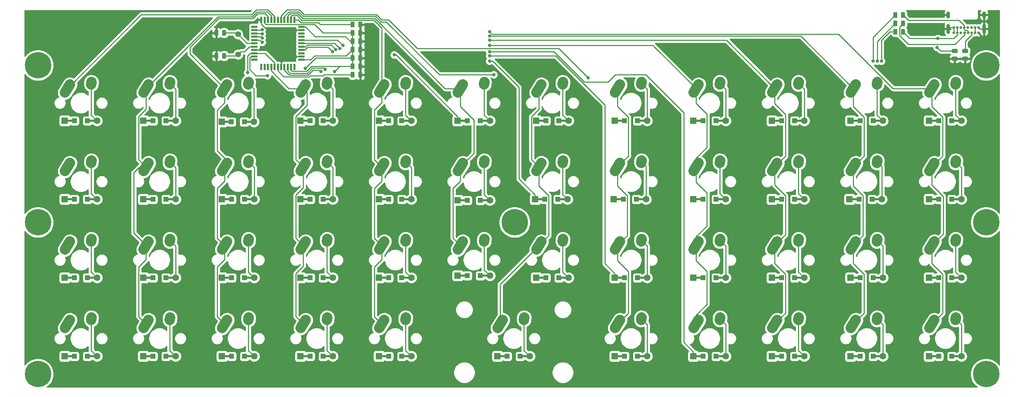
<source format=gbr>
G04 #@! TF.GenerationSoftware,KiCad,Pcbnew,(5.1.0)-1*
G04 #@! TF.CreationDate,2020-09-20T16:15:50-04:00*
G04 #@! TF.ProjectId,keyboard,6b657962-6f61-4726-942e-6b696361645f,rev?*
G04 #@! TF.SameCoordinates,Original*
G04 #@! TF.FileFunction,Copper,L2,Bot*
G04 #@! TF.FilePolarity,Positive*
%FSLAX46Y46*%
G04 Gerber Fmt 4.6, Leading zero omitted, Abs format (unit mm)*
G04 Created by KiCad (PCBNEW (5.1.0)-1) date 2020-09-20 16:15:50*
%MOMM*%
%LPD*%
G04 APERTURE LIST*
%ADD10R,0.550000X1.500000*%
%ADD11R,1.500000X0.550000*%
%ADD12C,0.020000*%
%ADD13C,0.975000*%
%ADD14C,6.400000*%
%ADD15R,1.200000X1.200000*%
%ADD16R,1.600000X1.600000*%
%ADD17C,1.600000*%
%ADD18R,2.500000X0.500000*%
%ADD19O,0.900000X1.700000*%
%ADD20O,0.900000X2.400000*%
%ADD21C,0.650000*%
%ADD22C,2.500000*%
%ADD23C,2.500000*%
%ADD24C,1.400000*%
%ADD25C,0.800000*%
%ADD26C,0.250000*%
%ADD27C,0.254000*%
G04 APERTURE END LIST*
D10*
X81470000Y-48880000D03*
X80670000Y-48880000D03*
X79870000Y-48880000D03*
X79070000Y-48880000D03*
X78270000Y-48880000D03*
X77470000Y-48880000D03*
X76670000Y-48880000D03*
X75870000Y-48880000D03*
X75070000Y-48880000D03*
X74270000Y-48880000D03*
X73470000Y-48880000D03*
D11*
X71770000Y-47180000D03*
X71770000Y-46380000D03*
X71770000Y-45580000D03*
X71770000Y-44780000D03*
X71770000Y-43980000D03*
X71770000Y-43180000D03*
X71770000Y-42380000D03*
X71770000Y-41580000D03*
X71770000Y-40780000D03*
X71770000Y-39980000D03*
X71770000Y-39180000D03*
D10*
X73470000Y-37480000D03*
X74270000Y-37480000D03*
X75070000Y-37480000D03*
X75870000Y-37480000D03*
X76670000Y-37480000D03*
X77470000Y-37480000D03*
X78270000Y-37480000D03*
X79070000Y-37480000D03*
X79870000Y-37480000D03*
X80670000Y-37480000D03*
X81470000Y-37480000D03*
D11*
X83170000Y-39180000D03*
X83170000Y-39980000D03*
X83170000Y-40780000D03*
X83170000Y-41580000D03*
X83170000Y-42380000D03*
X83170000Y-43180000D03*
X83170000Y-43980000D03*
X83170000Y-44780000D03*
X83170000Y-45580000D03*
X83170000Y-46380000D03*
X83170000Y-47180000D03*
D12*
G36*
X97725142Y-39941174D02*
G01*
X97748803Y-39944684D01*
X97772007Y-39950496D01*
X97794529Y-39958554D01*
X97816153Y-39968782D01*
X97836670Y-39981079D01*
X97855883Y-39995329D01*
X97873607Y-40011393D01*
X97889671Y-40029117D01*
X97903921Y-40048330D01*
X97916218Y-40068847D01*
X97926446Y-40090471D01*
X97934504Y-40112993D01*
X97940316Y-40136197D01*
X97943826Y-40159858D01*
X97945000Y-40183750D01*
X97945000Y-41096250D01*
X97943826Y-41120142D01*
X97940316Y-41143803D01*
X97934504Y-41167007D01*
X97926446Y-41189529D01*
X97916218Y-41211153D01*
X97903921Y-41231670D01*
X97889671Y-41250883D01*
X97873607Y-41268607D01*
X97855883Y-41284671D01*
X97836670Y-41298921D01*
X97816153Y-41311218D01*
X97794529Y-41321446D01*
X97772007Y-41329504D01*
X97748803Y-41335316D01*
X97725142Y-41338826D01*
X97701250Y-41340000D01*
X97213750Y-41340000D01*
X97189858Y-41338826D01*
X97166197Y-41335316D01*
X97142993Y-41329504D01*
X97120471Y-41321446D01*
X97098847Y-41311218D01*
X97078330Y-41298921D01*
X97059117Y-41284671D01*
X97041393Y-41268607D01*
X97025329Y-41250883D01*
X97011079Y-41231670D01*
X96998782Y-41211153D01*
X96988554Y-41189529D01*
X96980496Y-41167007D01*
X96974684Y-41143803D01*
X96971174Y-41120142D01*
X96970000Y-41096250D01*
X96970000Y-40183750D01*
X96971174Y-40159858D01*
X96974684Y-40136197D01*
X96980496Y-40112993D01*
X96988554Y-40090471D01*
X96998782Y-40068847D01*
X97011079Y-40048330D01*
X97025329Y-40029117D01*
X97041393Y-40011393D01*
X97059117Y-39995329D01*
X97078330Y-39981079D01*
X97098847Y-39968782D01*
X97120471Y-39958554D01*
X97142993Y-39950496D01*
X97166197Y-39944684D01*
X97189858Y-39941174D01*
X97213750Y-39940000D01*
X97701250Y-39940000D01*
X97725142Y-39941174D01*
X97725142Y-39941174D01*
G37*
D13*
X97457500Y-40640000D03*
D12*
G36*
X95850142Y-39941174D02*
G01*
X95873803Y-39944684D01*
X95897007Y-39950496D01*
X95919529Y-39958554D01*
X95941153Y-39968782D01*
X95961670Y-39981079D01*
X95980883Y-39995329D01*
X95998607Y-40011393D01*
X96014671Y-40029117D01*
X96028921Y-40048330D01*
X96041218Y-40068847D01*
X96051446Y-40090471D01*
X96059504Y-40112993D01*
X96065316Y-40136197D01*
X96068826Y-40159858D01*
X96070000Y-40183750D01*
X96070000Y-41096250D01*
X96068826Y-41120142D01*
X96065316Y-41143803D01*
X96059504Y-41167007D01*
X96051446Y-41189529D01*
X96041218Y-41211153D01*
X96028921Y-41231670D01*
X96014671Y-41250883D01*
X95998607Y-41268607D01*
X95980883Y-41284671D01*
X95961670Y-41298921D01*
X95941153Y-41311218D01*
X95919529Y-41321446D01*
X95897007Y-41329504D01*
X95873803Y-41335316D01*
X95850142Y-41338826D01*
X95826250Y-41340000D01*
X95338750Y-41340000D01*
X95314858Y-41338826D01*
X95291197Y-41335316D01*
X95267993Y-41329504D01*
X95245471Y-41321446D01*
X95223847Y-41311218D01*
X95203330Y-41298921D01*
X95184117Y-41284671D01*
X95166393Y-41268607D01*
X95150329Y-41250883D01*
X95136079Y-41231670D01*
X95123782Y-41211153D01*
X95113554Y-41189529D01*
X95105496Y-41167007D01*
X95099684Y-41143803D01*
X95096174Y-41120142D01*
X95095000Y-41096250D01*
X95095000Y-40183750D01*
X95096174Y-40159858D01*
X95099684Y-40136197D01*
X95105496Y-40112993D01*
X95113554Y-40090471D01*
X95123782Y-40068847D01*
X95136079Y-40048330D01*
X95150329Y-40029117D01*
X95166393Y-40011393D01*
X95184117Y-39995329D01*
X95203330Y-39981079D01*
X95223847Y-39968782D01*
X95245471Y-39958554D01*
X95267993Y-39950496D01*
X95291197Y-39944684D01*
X95314858Y-39941174D01*
X95338750Y-39940000D01*
X95826250Y-39940000D01*
X95850142Y-39941174D01*
X95850142Y-39941174D01*
G37*
D13*
X95582500Y-40640000D03*
D14*
X134874000Y-86614000D03*
X249174000Y-48514000D03*
X19304000Y-48514000D03*
X249174000Y-86614000D03*
X19304000Y-86614000D03*
X249174000Y-123444000D03*
X19304000Y-123444000D03*
D12*
G36*
X62830142Y-39941174D02*
G01*
X62853803Y-39944684D01*
X62877007Y-39950496D01*
X62899529Y-39958554D01*
X62921153Y-39968782D01*
X62941670Y-39981079D01*
X62960883Y-39995329D01*
X62978607Y-40011393D01*
X62994671Y-40029117D01*
X63008921Y-40048330D01*
X63021218Y-40068847D01*
X63031446Y-40090471D01*
X63039504Y-40112993D01*
X63045316Y-40136197D01*
X63048826Y-40159858D01*
X63050000Y-40183750D01*
X63050000Y-41096250D01*
X63048826Y-41120142D01*
X63045316Y-41143803D01*
X63039504Y-41167007D01*
X63031446Y-41189529D01*
X63021218Y-41211153D01*
X63008921Y-41231670D01*
X62994671Y-41250883D01*
X62978607Y-41268607D01*
X62960883Y-41284671D01*
X62941670Y-41298921D01*
X62921153Y-41311218D01*
X62899529Y-41321446D01*
X62877007Y-41329504D01*
X62853803Y-41335316D01*
X62830142Y-41338826D01*
X62806250Y-41340000D01*
X62318750Y-41340000D01*
X62294858Y-41338826D01*
X62271197Y-41335316D01*
X62247993Y-41329504D01*
X62225471Y-41321446D01*
X62203847Y-41311218D01*
X62183330Y-41298921D01*
X62164117Y-41284671D01*
X62146393Y-41268607D01*
X62130329Y-41250883D01*
X62116079Y-41231670D01*
X62103782Y-41211153D01*
X62093554Y-41189529D01*
X62085496Y-41167007D01*
X62079684Y-41143803D01*
X62076174Y-41120142D01*
X62075000Y-41096250D01*
X62075000Y-40183750D01*
X62076174Y-40159858D01*
X62079684Y-40136197D01*
X62085496Y-40112993D01*
X62093554Y-40090471D01*
X62103782Y-40068847D01*
X62116079Y-40048330D01*
X62130329Y-40029117D01*
X62146393Y-40011393D01*
X62164117Y-39995329D01*
X62183330Y-39981079D01*
X62203847Y-39968782D01*
X62225471Y-39958554D01*
X62247993Y-39950496D01*
X62271197Y-39944684D01*
X62294858Y-39941174D01*
X62318750Y-39940000D01*
X62806250Y-39940000D01*
X62830142Y-39941174D01*
X62830142Y-39941174D01*
G37*
D13*
X62562500Y-40640000D03*
D12*
G36*
X64705142Y-39941174D02*
G01*
X64728803Y-39944684D01*
X64752007Y-39950496D01*
X64774529Y-39958554D01*
X64796153Y-39968782D01*
X64816670Y-39981079D01*
X64835883Y-39995329D01*
X64853607Y-40011393D01*
X64869671Y-40029117D01*
X64883921Y-40048330D01*
X64896218Y-40068847D01*
X64906446Y-40090471D01*
X64914504Y-40112993D01*
X64920316Y-40136197D01*
X64923826Y-40159858D01*
X64925000Y-40183750D01*
X64925000Y-41096250D01*
X64923826Y-41120142D01*
X64920316Y-41143803D01*
X64914504Y-41167007D01*
X64906446Y-41189529D01*
X64896218Y-41211153D01*
X64883921Y-41231670D01*
X64869671Y-41250883D01*
X64853607Y-41268607D01*
X64835883Y-41284671D01*
X64816670Y-41298921D01*
X64796153Y-41311218D01*
X64774529Y-41321446D01*
X64752007Y-41329504D01*
X64728803Y-41335316D01*
X64705142Y-41338826D01*
X64681250Y-41340000D01*
X64193750Y-41340000D01*
X64169858Y-41338826D01*
X64146197Y-41335316D01*
X64122993Y-41329504D01*
X64100471Y-41321446D01*
X64078847Y-41311218D01*
X64058330Y-41298921D01*
X64039117Y-41284671D01*
X64021393Y-41268607D01*
X64005329Y-41250883D01*
X63991079Y-41231670D01*
X63978782Y-41211153D01*
X63968554Y-41189529D01*
X63960496Y-41167007D01*
X63954684Y-41143803D01*
X63951174Y-41120142D01*
X63950000Y-41096250D01*
X63950000Y-40183750D01*
X63951174Y-40159858D01*
X63954684Y-40136197D01*
X63960496Y-40112993D01*
X63968554Y-40090471D01*
X63978782Y-40068847D01*
X63991079Y-40048330D01*
X64005329Y-40029117D01*
X64021393Y-40011393D01*
X64039117Y-39995329D01*
X64058330Y-39981079D01*
X64078847Y-39968782D01*
X64100471Y-39958554D01*
X64122993Y-39950496D01*
X64146197Y-39944684D01*
X64169858Y-39941174D01*
X64193750Y-39940000D01*
X64681250Y-39940000D01*
X64705142Y-39941174D01*
X64705142Y-39941174D01*
G37*
D13*
X64437500Y-40640000D03*
D12*
G36*
X64705142Y-45529174D02*
G01*
X64728803Y-45532684D01*
X64752007Y-45538496D01*
X64774529Y-45546554D01*
X64796153Y-45556782D01*
X64816670Y-45569079D01*
X64835883Y-45583329D01*
X64853607Y-45599393D01*
X64869671Y-45617117D01*
X64883921Y-45636330D01*
X64896218Y-45656847D01*
X64906446Y-45678471D01*
X64914504Y-45700993D01*
X64920316Y-45724197D01*
X64923826Y-45747858D01*
X64925000Y-45771750D01*
X64925000Y-46684250D01*
X64923826Y-46708142D01*
X64920316Y-46731803D01*
X64914504Y-46755007D01*
X64906446Y-46777529D01*
X64896218Y-46799153D01*
X64883921Y-46819670D01*
X64869671Y-46838883D01*
X64853607Y-46856607D01*
X64835883Y-46872671D01*
X64816670Y-46886921D01*
X64796153Y-46899218D01*
X64774529Y-46909446D01*
X64752007Y-46917504D01*
X64728803Y-46923316D01*
X64705142Y-46926826D01*
X64681250Y-46928000D01*
X64193750Y-46928000D01*
X64169858Y-46926826D01*
X64146197Y-46923316D01*
X64122993Y-46917504D01*
X64100471Y-46909446D01*
X64078847Y-46899218D01*
X64058330Y-46886921D01*
X64039117Y-46872671D01*
X64021393Y-46856607D01*
X64005329Y-46838883D01*
X63991079Y-46819670D01*
X63978782Y-46799153D01*
X63968554Y-46777529D01*
X63960496Y-46755007D01*
X63954684Y-46731803D01*
X63951174Y-46708142D01*
X63950000Y-46684250D01*
X63950000Y-45771750D01*
X63951174Y-45747858D01*
X63954684Y-45724197D01*
X63960496Y-45700993D01*
X63968554Y-45678471D01*
X63978782Y-45656847D01*
X63991079Y-45636330D01*
X64005329Y-45617117D01*
X64021393Y-45599393D01*
X64039117Y-45583329D01*
X64058330Y-45569079D01*
X64078847Y-45556782D01*
X64100471Y-45546554D01*
X64122993Y-45538496D01*
X64146197Y-45532684D01*
X64169858Y-45529174D01*
X64193750Y-45528000D01*
X64681250Y-45528000D01*
X64705142Y-45529174D01*
X64705142Y-45529174D01*
G37*
D13*
X64437500Y-46228000D03*
D12*
G36*
X62830142Y-45529174D02*
G01*
X62853803Y-45532684D01*
X62877007Y-45538496D01*
X62899529Y-45546554D01*
X62921153Y-45556782D01*
X62941670Y-45569079D01*
X62960883Y-45583329D01*
X62978607Y-45599393D01*
X62994671Y-45617117D01*
X63008921Y-45636330D01*
X63021218Y-45656847D01*
X63031446Y-45678471D01*
X63039504Y-45700993D01*
X63045316Y-45724197D01*
X63048826Y-45747858D01*
X63050000Y-45771750D01*
X63050000Y-46684250D01*
X63048826Y-46708142D01*
X63045316Y-46731803D01*
X63039504Y-46755007D01*
X63031446Y-46777529D01*
X63021218Y-46799153D01*
X63008921Y-46819670D01*
X62994671Y-46838883D01*
X62978607Y-46856607D01*
X62960883Y-46872671D01*
X62941670Y-46886921D01*
X62921153Y-46899218D01*
X62899529Y-46909446D01*
X62877007Y-46917504D01*
X62853803Y-46923316D01*
X62830142Y-46926826D01*
X62806250Y-46928000D01*
X62318750Y-46928000D01*
X62294858Y-46926826D01*
X62271197Y-46923316D01*
X62247993Y-46917504D01*
X62225471Y-46909446D01*
X62203847Y-46899218D01*
X62183330Y-46886921D01*
X62164117Y-46872671D01*
X62146393Y-46856607D01*
X62130329Y-46838883D01*
X62116079Y-46819670D01*
X62103782Y-46799153D01*
X62093554Y-46777529D01*
X62085496Y-46755007D01*
X62079684Y-46731803D01*
X62076174Y-46708142D01*
X62075000Y-46684250D01*
X62075000Y-45771750D01*
X62076174Y-45747858D01*
X62079684Y-45724197D01*
X62085496Y-45700993D01*
X62093554Y-45678471D01*
X62103782Y-45656847D01*
X62116079Y-45636330D01*
X62130329Y-45617117D01*
X62146393Y-45599393D01*
X62164117Y-45583329D01*
X62183330Y-45569079D01*
X62203847Y-45556782D01*
X62225471Y-45546554D01*
X62247993Y-45538496D01*
X62271197Y-45532684D01*
X62294858Y-45529174D01*
X62318750Y-45528000D01*
X62806250Y-45528000D01*
X62830142Y-45529174D01*
X62830142Y-45529174D01*
G37*
D13*
X62562500Y-46228000D03*
D12*
G36*
X95850142Y-41973174D02*
G01*
X95873803Y-41976684D01*
X95897007Y-41982496D01*
X95919529Y-41990554D01*
X95941153Y-42000782D01*
X95961670Y-42013079D01*
X95980883Y-42027329D01*
X95998607Y-42043393D01*
X96014671Y-42061117D01*
X96028921Y-42080330D01*
X96041218Y-42100847D01*
X96051446Y-42122471D01*
X96059504Y-42144993D01*
X96065316Y-42168197D01*
X96068826Y-42191858D01*
X96070000Y-42215750D01*
X96070000Y-43128250D01*
X96068826Y-43152142D01*
X96065316Y-43175803D01*
X96059504Y-43199007D01*
X96051446Y-43221529D01*
X96041218Y-43243153D01*
X96028921Y-43263670D01*
X96014671Y-43282883D01*
X95998607Y-43300607D01*
X95980883Y-43316671D01*
X95961670Y-43330921D01*
X95941153Y-43343218D01*
X95919529Y-43353446D01*
X95897007Y-43361504D01*
X95873803Y-43367316D01*
X95850142Y-43370826D01*
X95826250Y-43372000D01*
X95338750Y-43372000D01*
X95314858Y-43370826D01*
X95291197Y-43367316D01*
X95267993Y-43361504D01*
X95245471Y-43353446D01*
X95223847Y-43343218D01*
X95203330Y-43330921D01*
X95184117Y-43316671D01*
X95166393Y-43300607D01*
X95150329Y-43282883D01*
X95136079Y-43263670D01*
X95123782Y-43243153D01*
X95113554Y-43221529D01*
X95105496Y-43199007D01*
X95099684Y-43175803D01*
X95096174Y-43152142D01*
X95095000Y-43128250D01*
X95095000Y-42215750D01*
X95096174Y-42191858D01*
X95099684Y-42168197D01*
X95105496Y-42144993D01*
X95113554Y-42122471D01*
X95123782Y-42100847D01*
X95136079Y-42080330D01*
X95150329Y-42061117D01*
X95166393Y-42043393D01*
X95184117Y-42027329D01*
X95203330Y-42013079D01*
X95223847Y-42000782D01*
X95245471Y-41990554D01*
X95267993Y-41982496D01*
X95291197Y-41976684D01*
X95314858Y-41973174D01*
X95338750Y-41972000D01*
X95826250Y-41972000D01*
X95850142Y-41973174D01*
X95850142Y-41973174D01*
G37*
D13*
X95582500Y-42672000D03*
D12*
G36*
X97725142Y-41973174D02*
G01*
X97748803Y-41976684D01*
X97772007Y-41982496D01*
X97794529Y-41990554D01*
X97816153Y-42000782D01*
X97836670Y-42013079D01*
X97855883Y-42027329D01*
X97873607Y-42043393D01*
X97889671Y-42061117D01*
X97903921Y-42080330D01*
X97916218Y-42100847D01*
X97926446Y-42122471D01*
X97934504Y-42144993D01*
X97940316Y-42168197D01*
X97943826Y-42191858D01*
X97945000Y-42215750D01*
X97945000Y-43128250D01*
X97943826Y-43152142D01*
X97940316Y-43175803D01*
X97934504Y-43199007D01*
X97926446Y-43221529D01*
X97916218Y-43243153D01*
X97903921Y-43263670D01*
X97889671Y-43282883D01*
X97873607Y-43300607D01*
X97855883Y-43316671D01*
X97836670Y-43330921D01*
X97816153Y-43343218D01*
X97794529Y-43353446D01*
X97772007Y-43361504D01*
X97748803Y-43367316D01*
X97725142Y-43370826D01*
X97701250Y-43372000D01*
X97213750Y-43372000D01*
X97189858Y-43370826D01*
X97166197Y-43367316D01*
X97142993Y-43361504D01*
X97120471Y-43353446D01*
X97098847Y-43343218D01*
X97078330Y-43330921D01*
X97059117Y-43316671D01*
X97041393Y-43300607D01*
X97025329Y-43282883D01*
X97011079Y-43263670D01*
X96998782Y-43243153D01*
X96988554Y-43221529D01*
X96980496Y-43199007D01*
X96974684Y-43175803D01*
X96971174Y-43152142D01*
X96970000Y-43128250D01*
X96970000Y-42215750D01*
X96971174Y-42191858D01*
X96974684Y-42168197D01*
X96980496Y-42144993D01*
X96988554Y-42122471D01*
X96998782Y-42100847D01*
X97011079Y-42080330D01*
X97025329Y-42061117D01*
X97041393Y-42043393D01*
X97059117Y-42027329D01*
X97078330Y-42013079D01*
X97098847Y-42000782D01*
X97120471Y-41990554D01*
X97142993Y-41982496D01*
X97166197Y-41976684D01*
X97189858Y-41973174D01*
X97213750Y-41972000D01*
X97701250Y-41972000D01*
X97725142Y-41973174D01*
X97725142Y-41973174D01*
G37*
D13*
X97457500Y-42672000D03*
D12*
G36*
X97725142Y-44005174D02*
G01*
X97748803Y-44008684D01*
X97772007Y-44014496D01*
X97794529Y-44022554D01*
X97816153Y-44032782D01*
X97836670Y-44045079D01*
X97855883Y-44059329D01*
X97873607Y-44075393D01*
X97889671Y-44093117D01*
X97903921Y-44112330D01*
X97916218Y-44132847D01*
X97926446Y-44154471D01*
X97934504Y-44176993D01*
X97940316Y-44200197D01*
X97943826Y-44223858D01*
X97945000Y-44247750D01*
X97945000Y-45160250D01*
X97943826Y-45184142D01*
X97940316Y-45207803D01*
X97934504Y-45231007D01*
X97926446Y-45253529D01*
X97916218Y-45275153D01*
X97903921Y-45295670D01*
X97889671Y-45314883D01*
X97873607Y-45332607D01*
X97855883Y-45348671D01*
X97836670Y-45362921D01*
X97816153Y-45375218D01*
X97794529Y-45385446D01*
X97772007Y-45393504D01*
X97748803Y-45399316D01*
X97725142Y-45402826D01*
X97701250Y-45404000D01*
X97213750Y-45404000D01*
X97189858Y-45402826D01*
X97166197Y-45399316D01*
X97142993Y-45393504D01*
X97120471Y-45385446D01*
X97098847Y-45375218D01*
X97078330Y-45362921D01*
X97059117Y-45348671D01*
X97041393Y-45332607D01*
X97025329Y-45314883D01*
X97011079Y-45295670D01*
X96998782Y-45275153D01*
X96988554Y-45253529D01*
X96980496Y-45231007D01*
X96974684Y-45207803D01*
X96971174Y-45184142D01*
X96970000Y-45160250D01*
X96970000Y-44247750D01*
X96971174Y-44223858D01*
X96974684Y-44200197D01*
X96980496Y-44176993D01*
X96988554Y-44154471D01*
X96998782Y-44132847D01*
X97011079Y-44112330D01*
X97025329Y-44093117D01*
X97041393Y-44075393D01*
X97059117Y-44059329D01*
X97078330Y-44045079D01*
X97098847Y-44032782D01*
X97120471Y-44022554D01*
X97142993Y-44014496D01*
X97166197Y-44008684D01*
X97189858Y-44005174D01*
X97213750Y-44004000D01*
X97701250Y-44004000D01*
X97725142Y-44005174D01*
X97725142Y-44005174D01*
G37*
D13*
X97457500Y-44704000D03*
D12*
G36*
X95850142Y-44005174D02*
G01*
X95873803Y-44008684D01*
X95897007Y-44014496D01*
X95919529Y-44022554D01*
X95941153Y-44032782D01*
X95961670Y-44045079D01*
X95980883Y-44059329D01*
X95998607Y-44075393D01*
X96014671Y-44093117D01*
X96028921Y-44112330D01*
X96041218Y-44132847D01*
X96051446Y-44154471D01*
X96059504Y-44176993D01*
X96065316Y-44200197D01*
X96068826Y-44223858D01*
X96070000Y-44247750D01*
X96070000Y-45160250D01*
X96068826Y-45184142D01*
X96065316Y-45207803D01*
X96059504Y-45231007D01*
X96051446Y-45253529D01*
X96041218Y-45275153D01*
X96028921Y-45295670D01*
X96014671Y-45314883D01*
X95998607Y-45332607D01*
X95980883Y-45348671D01*
X95961670Y-45362921D01*
X95941153Y-45375218D01*
X95919529Y-45385446D01*
X95897007Y-45393504D01*
X95873803Y-45399316D01*
X95850142Y-45402826D01*
X95826250Y-45404000D01*
X95338750Y-45404000D01*
X95314858Y-45402826D01*
X95291197Y-45399316D01*
X95267993Y-45393504D01*
X95245471Y-45385446D01*
X95223847Y-45375218D01*
X95203330Y-45362921D01*
X95184117Y-45348671D01*
X95166393Y-45332607D01*
X95150329Y-45314883D01*
X95136079Y-45295670D01*
X95123782Y-45275153D01*
X95113554Y-45253529D01*
X95105496Y-45231007D01*
X95099684Y-45207803D01*
X95096174Y-45184142D01*
X95095000Y-45160250D01*
X95095000Y-44247750D01*
X95096174Y-44223858D01*
X95099684Y-44200197D01*
X95105496Y-44176993D01*
X95113554Y-44154471D01*
X95123782Y-44132847D01*
X95136079Y-44112330D01*
X95150329Y-44093117D01*
X95166393Y-44075393D01*
X95184117Y-44059329D01*
X95203330Y-44045079D01*
X95223847Y-44032782D01*
X95245471Y-44022554D01*
X95267993Y-44014496D01*
X95291197Y-44008684D01*
X95314858Y-44005174D01*
X95338750Y-44004000D01*
X95826250Y-44004000D01*
X95850142Y-44005174D01*
X95850142Y-44005174D01*
G37*
D13*
X95582500Y-44704000D03*
D12*
G36*
X95850142Y-46037174D02*
G01*
X95873803Y-46040684D01*
X95897007Y-46046496D01*
X95919529Y-46054554D01*
X95941153Y-46064782D01*
X95961670Y-46077079D01*
X95980883Y-46091329D01*
X95998607Y-46107393D01*
X96014671Y-46125117D01*
X96028921Y-46144330D01*
X96041218Y-46164847D01*
X96051446Y-46186471D01*
X96059504Y-46208993D01*
X96065316Y-46232197D01*
X96068826Y-46255858D01*
X96070000Y-46279750D01*
X96070000Y-47192250D01*
X96068826Y-47216142D01*
X96065316Y-47239803D01*
X96059504Y-47263007D01*
X96051446Y-47285529D01*
X96041218Y-47307153D01*
X96028921Y-47327670D01*
X96014671Y-47346883D01*
X95998607Y-47364607D01*
X95980883Y-47380671D01*
X95961670Y-47394921D01*
X95941153Y-47407218D01*
X95919529Y-47417446D01*
X95897007Y-47425504D01*
X95873803Y-47431316D01*
X95850142Y-47434826D01*
X95826250Y-47436000D01*
X95338750Y-47436000D01*
X95314858Y-47434826D01*
X95291197Y-47431316D01*
X95267993Y-47425504D01*
X95245471Y-47417446D01*
X95223847Y-47407218D01*
X95203330Y-47394921D01*
X95184117Y-47380671D01*
X95166393Y-47364607D01*
X95150329Y-47346883D01*
X95136079Y-47327670D01*
X95123782Y-47307153D01*
X95113554Y-47285529D01*
X95105496Y-47263007D01*
X95099684Y-47239803D01*
X95096174Y-47216142D01*
X95095000Y-47192250D01*
X95095000Y-46279750D01*
X95096174Y-46255858D01*
X95099684Y-46232197D01*
X95105496Y-46208993D01*
X95113554Y-46186471D01*
X95123782Y-46164847D01*
X95136079Y-46144330D01*
X95150329Y-46125117D01*
X95166393Y-46107393D01*
X95184117Y-46091329D01*
X95203330Y-46077079D01*
X95223847Y-46064782D01*
X95245471Y-46054554D01*
X95267993Y-46046496D01*
X95291197Y-46040684D01*
X95314858Y-46037174D01*
X95338750Y-46036000D01*
X95826250Y-46036000D01*
X95850142Y-46037174D01*
X95850142Y-46037174D01*
G37*
D13*
X95582500Y-46736000D03*
D12*
G36*
X97725142Y-46037174D02*
G01*
X97748803Y-46040684D01*
X97772007Y-46046496D01*
X97794529Y-46054554D01*
X97816153Y-46064782D01*
X97836670Y-46077079D01*
X97855883Y-46091329D01*
X97873607Y-46107393D01*
X97889671Y-46125117D01*
X97903921Y-46144330D01*
X97916218Y-46164847D01*
X97926446Y-46186471D01*
X97934504Y-46208993D01*
X97940316Y-46232197D01*
X97943826Y-46255858D01*
X97945000Y-46279750D01*
X97945000Y-47192250D01*
X97943826Y-47216142D01*
X97940316Y-47239803D01*
X97934504Y-47263007D01*
X97926446Y-47285529D01*
X97916218Y-47307153D01*
X97903921Y-47327670D01*
X97889671Y-47346883D01*
X97873607Y-47364607D01*
X97855883Y-47380671D01*
X97836670Y-47394921D01*
X97816153Y-47407218D01*
X97794529Y-47417446D01*
X97772007Y-47425504D01*
X97748803Y-47431316D01*
X97725142Y-47434826D01*
X97701250Y-47436000D01*
X97213750Y-47436000D01*
X97189858Y-47434826D01*
X97166197Y-47431316D01*
X97142993Y-47425504D01*
X97120471Y-47417446D01*
X97098847Y-47407218D01*
X97078330Y-47394921D01*
X97059117Y-47380671D01*
X97041393Y-47364607D01*
X97025329Y-47346883D01*
X97011079Y-47327670D01*
X96998782Y-47307153D01*
X96988554Y-47285529D01*
X96980496Y-47263007D01*
X96974684Y-47239803D01*
X96971174Y-47216142D01*
X96970000Y-47192250D01*
X96970000Y-46279750D01*
X96971174Y-46255858D01*
X96974684Y-46232197D01*
X96980496Y-46208993D01*
X96988554Y-46186471D01*
X96998782Y-46164847D01*
X97011079Y-46144330D01*
X97025329Y-46125117D01*
X97041393Y-46107393D01*
X97059117Y-46091329D01*
X97078330Y-46077079D01*
X97098847Y-46064782D01*
X97120471Y-46054554D01*
X97142993Y-46046496D01*
X97166197Y-46040684D01*
X97189858Y-46037174D01*
X97213750Y-46036000D01*
X97701250Y-46036000D01*
X97725142Y-46037174D01*
X97725142Y-46037174D01*
G37*
D13*
X97457500Y-46736000D03*
D12*
G36*
X97725142Y-48069174D02*
G01*
X97748803Y-48072684D01*
X97772007Y-48078496D01*
X97794529Y-48086554D01*
X97816153Y-48096782D01*
X97836670Y-48109079D01*
X97855883Y-48123329D01*
X97873607Y-48139393D01*
X97889671Y-48157117D01*
X97903921Y-48176330D01*
X97916218Y-48196847D01*
X97926446Y-48218471D01*
X97934504Y-48240993D01*
X97940316Y-48264197D01*
X97943826Y-48287858D01*
X97945000Y-48311750D01*
X97945000Y-49224250D01*
X97943826Y-49248142D01*
X97940316Y-49271803D01*
X97934504Y-49295007D01*
X97926446Y-49317529D01*
X97916218Y-49339153D01*
X97903921Y-49359670D01*
X97889671Y-49378883D01*
X97873607Y-49396607D01*
X97855883Y-49412671D01*
X97836670Y-49426921D01*
X97816153Y-49439218D01*
X97794529Y-49449446D01*
X97772007Y-49457504D01*
X97748803Y-49463316D01*
X97725142Y-49466826D01*
X97701250Y-49468000D01*
X97213750Y-49468000D01*
X97189858Y-49466826D01*
X97166197Y-49463316D01*
X97142993Y-49457504D01*
X97120471Y-49449446D01*
X97098847Y-49439218D01*
X97078330Y-49426921D01*
X97059117Y-49412671D01*
X97041393Y-49396607D01*
X97025329Y-49378883D01*
X97011079Y-49359670D01*
X96998782Y-49339153D01*
X96988554Y-49317529D01*
X96980496Y-49295007D01*
X96974684Y-49271803D01*
X96971174Y-49248142D01*
X96970000Y-49224250D01*
X96970000Y-48311750D01*
X96971174Y-48287858D01*
X96974684Y-48264197D01*
X96980496Y-48240993D01*
X96988554Y-48218471D01*
X96998782Y-48196847D01*
X97011079Y-48176330D01*
X97025329Y-48157117D01*
X97041393Y-48139393D01*
X97059117Y-48123329D01*
X97078330Y-48109079D01*
X97098847Y-48096782D01*
X97120471Y-48086554D01*
X97142993Y-48078496D01*
X97166197Y-48072684D01*
X97189858Y-48069174D01*
X97213750Y-48068000D01*
X97701250Y-48068000D01*
X97725142Y-48069174D01*
X97725142Y-48069174D01*
G37*
D13*
X97457500Y-48768000D03*
D12*
G36*
X95850142Y-48069174D02*
G01*
X95873803Y-48072684D01*
X95897007Y-48078496D01*
X95919529Y-48086554D01*
X95941153Y-48096782D01*
X95961670Y-48109079D01*
X95980883Y-48123329D01*
X95998607Y-48139393D01*
X96014671Y-48157117D01*
X96028921Y-48176330D01*
X96041218Y-48196847D01*
X96051446Y-48218471D01*
X96059504Y-48240993D01*
X96065316Y-48264197D01*
X96068826Y-48287858D01*
X96070000Y-48311750D01*
X96070000Y-49224250D01*
X96068826Y-49248142D01*
X96065316Y-49271803D01*
X96059504Y-49295007D01*
X96051446Y-49317529D01*
X96041218Y-49339153D01*
X96028921Y-49359670D01*
X96014671Y-49378883D01*
X95998607Y-49396607D01*
X95980883Y-49412671D01*
X95961670Y-49426921D01*
X95941153Y-49439218D01*
X95919529Y-49449446D01*
X95897007Y-49457504D01*
X95873803Y-49463316D01*
X95850142Y-49466826D01*
X95826250Y-49468000D01*
X95338750Y-49468000D01*
X95314858Y-49466826D01*
X95291197Y-49463316D01*
X95267993Y-49457504D01*
X95245471Y-49449446D01*
X95223847Y-49439218D01*
X95203330Y-49426921D01*
X95184117Y-49412671D01*
X95166393Y-49396607D01*
X95150329Y-49378883D01*
X95136079Y-49359670D01*
X95123782Y-49339153D01*
X95113554Y-49317529D01*
X95105496Y-49295007D01*
X95099684Y-49271803D01*
X95096174Y-49248142D01*
X95095000Y-49224250D01*
X95095000Y-48311750D01*
X95096174Y-48287858D01*
X95099684Y-48264197D01*
X95105496Y-48240993D01*
X95113554Y-48218471D01*
X95123782Y-48196847D01*
X95136079Y-48176330D01*
X95150329Y-48157117D01*
X95166393Y-48139393D01*
X95184117Y-48123329D01*
X95203330Y-48109079D01*
X95223847Y-48096782D01*
X95245471Y-48086554D01*
X95267993Y-48078496D01*
X95291197Y-48072684D01*
X95314858Y-48069174D01*
X95338750Y-48068000D01*
X95826250Y-48068000D01*
X95850142Y-48069174D01*
X95850142Y-48069174D01*
G37*
D13*
X95582500Y-48768000D03*
D12*
G36*
X97725142Y-50101174D02*
G01*
X97748803Y-50104684D01*
X97772007Y-50110496D01*
X97794529Y-50118554D01*
X97816153Y-50128782D01*
X97836670Y-50141079D01*
X97855883Y-50155329D01*
X97873607Y-50171393D01*
X97889671Y-50189117D01*
X97903921Y-50208330D01*
X97916218Y-50228847D01*
X97926446Y-50250471D01*
X97934504Y-50272993D01*
X97940316Y-50296197D01*
X97943826Y-50319858D01*
X97945000Y-50343750D01*
X97945000Y-51256250D01*
X97943826Y-51280142D01*
X97940316Y-51303803D01*
X97934504Y-51327007D01*
X97926446Y-51349529D01*
X97916218Y-51371153D01*
X97903921Y-51391670D01*
X97889671Y-51410883D01*
X97873607Y-51428607D01*
X97855883Y-51444671D01*
X97836670Y-51458921D01*
X97816153Y-51471218D01*
X97794529Y-51481446D01*
X97772007Y-51489504D01*
X97748803Y-51495316D01*
X97725142Y-51498826D01*
X97701250Y-51500000D01*
X97213750Y-51500000D01*
X97189858Y-51498826D01*
X97166197Y-51495316D01*
X97142993Y-51489504D01*
X97120471Y-51481446D01*
X97098847Y-51471218D01*
X97078330Y-51458921D01*
X97059117Y-51444671D01*
X97041393Y-51428607D01*
X97025329Y-51410883D01*
X97011079Y-51391670D01*
X96998782Y-51371153D01*
X96988554Y-51349529D01*
X96980496Y-51327007D01*
X96974684Y-51303803D01*
X96971174Y-51280142D01*
X96970000Y-51256250D01*
X96970000Y-50343750D01*
X96971174Y-50319858D01*
X96974684Y-50296197D01*
X96980496Y-50272993D01*
X96988554Y-50250471D01*
X96998782Y-50228847D01*
X97011079Y-50208330D01*
X97025329Y-50189117D01*
X97041393Y-50171393D01*
X97059117Y-50155329D01*
X97078330Y-50141079D01*
X97098847Y-50128782D01*
X97120471Y-50118554D01*
X97142993Y-50110496D01*
X97166197Y-50104684D01*
X97189858Y-50101174D01*
X97213750Y-50100000D01*
X97701250Y-50100000D01*
X97725142Y-50101174D01*
X97725142Y-50101174D01*
G37*
D13*
X97457500Y-50800000D03*
D12*
G36*
X95850142Y-50101174D02*
G01*
X95873803Y-50104684D01*
X95897007Y-50110496D01*
X95919529Y-50118554D01*
X95941153Y-50128782D01*
X95961670Y-50141079D01*
X95980883Y-50155329D01*
X95998607Y-50171393D01*
X96014671Y-50189117D01*
X96028921Y-50208330D01*
X96041218Y-50228847D01*
X96051446Y-50250471D01*
X96059504Y-50272993D01*
X96065316Y-50296197D01*
X96068826Y-50319858D01*
X96070000Y-50343750D01*
X96070000Y-51256250D01*
X96068826Y-51280142D01*
X96065316Y-51303803D01*
X96059504Y-51327007D01*
X96051446Y-51349529D01*
X96041218Y-51371153D01*
X96028921Y-51391670D01*
X96014671Y-51410883D01*
X95998607Y-51428607D01*
X95980883Y-51444671D01*
X95961670Y-51458921D01*
X95941153Y-51471218D01*
X95919529Y-51481446D01*
X95897007Y-51489504D01*
X95873803Y-51495316D01*
X95850142Y-51498826D01*
X95826250Y-51500000D01*
X95338750Y-51500000D01*
X95314858Y-51498826D01*
X95291197Y-51495316D01*
X95267993Y-51489504D01*
X95245471Y-51481446D01*
X95223847Y-51471218D01*
X95203330Y-51458921D01*
X95184117Y-51444671D01*
X95166393Y-51428607D01*
X95150329Y-51410883D01*
X95136079Y-51391670D01*
X95123782Y-51371153D01*
X95113554Y-51349529D01*
X95105496Y-51327007D01*
X95099684Y-51303803D01*
X95096174Y-51280142D01*
X95095000Y-51256250D01*
X95095000Y-50343750D01*
X95096174Y-50319858D01*
X95099684Y-50296197D01*
X95105496Y-50272993D01*
X95113554Y-50250471D01*
X95123782Y-50228847D01*
X95136079Y-50208330D01*
X95150329Y-50189117D01*
X95166393Y-50171393D01*
X95184117Y-50155329D01*
X95203330Y-50141079D01*
X95223847Y-50128782D01*
X95245471Y-50118554D01*
X95267993Y-50110496D01*
X95291197Y-50104684D01*
X95314858Y-50101174D01*
X95338750Y-50100000D01*
X95826250Y-50100000D01*
X95850142Y-50101174D01*
X95850142Y-50101174D01*
G37*
D13*
X95582500Y-50800000D03*
D15*
X31293000Y-61976000D03*
X28143000Y-61976000D03*
D16*
X25818000Y-61976000D03*
D17*
X33618000Y-61976000D03*
D18*
X27018000Y-61976000D03*
X32418000Y-61976000D03*
X51468000Y-61976000D03*
X46068000Y-61976000D03*
D17*
X52668000Y-61976000D03*
D16*
X44868000Y-61976000D03*
D15*
X47193000Y-61976000D03*
X50343000Y-61976000D03*
X69342000Y-62230000D03*
X66192000Y-62230000D03*
D16*
X63867000Y-62230000D03*
D17*
X71667000Y-62230000D03*
D18*
X65067000Y-62230000D03*
X70467000Y-62230000D03*
X89568000Y-61976000D03*
X84168000Y-61976000D03*
D17*
X90768000Y-61976000D03*
D16*
X82968000Y-61976000D03*
D15*
X85293000Y-61976000D03*
X88443000Y-61976000D03*
D18*
X108618000Y-61976000D03*
X103218000Y-61976000D03*
D17*
X109818000Y-61976000D03*
D16*
X102018000Y-61976000D03*
D15*
X104343000Y-61976000D03*
X107493000Y-61976000D03*
X126543000Y-61976000D03*
X123393000Y-61976000D03*
D16*
X121068000Y-61976000D03*
D17*
X128868000Y-61976000D03*
D18*
X122268000Y-61976000D03*
X127668000Y-61976000D03*
D15*
X145593000Y-61976000D03*
X142443000Y-61976000D03*
D16*
X140118000Y-61976000D03*
D17*
X147918000Y-61976000D03*
D18*
X141318000Y-61976000D03*
X146718000Y-61976000D03*
D15*
X164643000Y-61976000D03*
X161493000Y-61976000D03*
D16*
X159168000Y-61976000D03*
D17*
X166968000Y-61976000D03*
D18*
X160368000Y-61976000D03*
X165768000Y-61976000D03*
D15*
X183693000Y-61976000D03*
X180543000Y-61976000D03*
D16*
X178218000Y-61976000D03*
D17*
X186018000Y-61976000D03*
D18*
X179418000Y-61976000D03*
X184818000Y-61976000D03*
X203868000Y-61976000D03*
X198468000Y-61976000D03*
D17*
X205068000Y-61976000D03*
D16*
X197268000Y-61976000D03*
D15*
X199593000Y-61976000D03*
X202743000Y-61976000D03*
X221793000Y-61976000D03*
X218643000Y-61976000D03*
D16*
X216318000Y-61976000D03*
D17*
X224118000Y-61976000D03*
D18*
X217518000Y-61976000D03*
X222918000Y-61976000D03*
X241968000Y-61976000D03*
X236568000Y-61976000D03*
D17*
X243168000Y-61976000D03*
D16*
X235368000Y-61976000D03*
D15*
X237693000Y-61976000D03*
X240843000Y-61976000D03*
D18*
X32418000Y-81026000D03*
X27018000Y-81026000D03*
D17*
X33618000Y-81026000D03*
D16*
X25818000Y-81026000D03*
D15*
X28143000Y-81026000D03*
X31293000Y-81026000D03*
X50343000Y-81026000D03*
X47193000Y-81026000D03*
D16*
X44868000Y-81026000D03*
D17*
X52668000Y-81026000D03*
D18*
X46068000Y-81026000D03*
X51468000Y-81026000D03*
D15*
X69393000Y-81026000D03*
X66243000Y-81026000D03*
D16*
X63918000Y-81026000D03*
D17*
X71718000Y-81026000D03*
D18*
X65118000Y-81026000D03*
X70518000Y-81026000D03*
D15*
X88443000Y-81026000D03*
X85293000Y-81026000D03*
D16*
X82968000Y-81026000D03*
D17*
X90768000Y-81026000D03*
D18*
X84168000Y-81026000D03*
X89568000Y-81026000D03*
D15*
X107493000Y-81026000D03*
X104343000Y-81026000D03*
D16*
X102018000Y-81026000D03*
D17*
X109818000Y-81026000D03*
D18*
X103218000Y-81026000D03*
X108618000Y-81026000D03*
X127668000Y-81280000D03*
X122268000Y-81280000D03*
D17*
X128868000Y-81280000D03*
D16*
X121068000Y-81280000D03*
D15*
X123393000Y-81280000D03*
X126543000Y-81280000D03*
X145339000Y-81026000D03*
X142189000Y-81026000D03*
D16*
X139864000Y-81026000D03*
D17*
X147664000Y-81026000D03*
D18*
X141064000Y-81026000D03*
X146464000Y-81026000D03*
X165514000Y-81026000D03*
X160114000Y-81026000D03*
D17*
X166714000Y-81026000D03*
D16*
X158914000Y-81026000D03*
D15*
X161239000Y-81026000D03*
X164389000Y-81026000D03*
D18*
X184818000Y-81026000D03*
X179418000Y-81026000D03*
D17*
X186018000Y-81026000D03*
D16*
X178218000Y-81026000D03*
D15*
X180543000Y-81026000D03*
X183693000Y-81026000D03*
X202743000Y-81026000D03*
X199593000Y-81026000D03*
D16*
X197268000Y-81026000D03*
D17*
X205068000Y-81026000D03*
D18*
X198468000Y-81026000D03*
X203868000Y-81026000D03*
X222664000Y-81026000D03*
X217264000Y-81026000D03*
D17*
X223864000Y-81026000D03*
D16*
X216064000Y-81026000D03*
D15*
X218389000Y-81026000D03*
X221539000Y-81026000D03*
D18*
X241968000Y-81026000D03*
X236568000Y-81026000D03*
D17*
X243168000Y-81026000D03*
D16*
X235368000Y-81026000D03*
D15*
X237693000Y-81026000D03*
X240843000Y-81026000D03*
D18*
X32418000Y-100076000D03*
X27018000Y-100076000D03*
D17*
X33618000Y-100076000D03*
D16*
X25818000Y-100076000D03*
D15*
X28143000Y-100076000D03*
X31293000Y-100076000D03*
X50343000Y-100076000D03*
X47193000Y-100076000D03*
D16*
X44868000Y-100076000D03*
D17*
X52668000Y-100076000D03*
D18*
X46068000Y-100076000D03*
X51468000Y-100076000D03*
D15*
X69393000Y-100076000D03*
X66243000Y-100076000D03*
D16*
X63918000Y-100076000D03*
D17*
X71718000Y-100076000D03*
D18*
X65118000Y-100076000D03*
X70518000Y-100076000D03*
D15*
X88443000Y-100076000D03*
X85293000Y-100076000D03*
D16*
X82968000Y-100076000D03*
D17*
X90768000Y-100076000D03*
D18*
X84168000Y-100076000D03*
X89568000Y-100076000D03*
X108618000Y-100076000D03*
X103218000Y-100076000D03*
D17*
X109818000Y-100076000D03*
D16*
X102018000Y-100076000D03*
D15*
X104343000Y-100076000D03*
X107493000Y-100076000D03*
X126543000Y-99568000D03*
X123393000Y-99568000D03*
D16*
X121068000Y-99568000D03*
D17*
X128868000Y-99568000D03*
D18*
X122268000Y-99568000D03*
X127668000Y-99568000D03*
D15*
X145593000Y-100076000D03*
X142443000Y-100076000D03*
D16*
X140118000Y-100076000D03*
D17*
X147918000Y-100076000D03*
D18*
X141318000Y-100076000D03*
X146718000Y-100076000D03*
X165768000Y-100076000D03*
X160368000Y-100076000D03*
D17*
X166968000Y-100076000D03*
D16*
X159168000Y-100076000D03*
D15*
X161493000Y-100076000D03*
X164643000Y-100076000D03*
D18*
X184818000Y-100076000D03*
X179418000Y-100076000D03*
D17*
X186018000Y-100076000D03*
D16*
X178218000Y-100076000D03*
D15*
X180543000Y-100076000D03*
X183693000Y-100076000D03*
D18*
X203868000Y-100076000D03*
X198468000Y-100076000D03*
D17*
X205068000Y-100076000D03*
D16*
X197268000Y-100076000D03*
D15*
X199593000Y-100076000D03*
X202743000Y-100076000D03*
X221793000Y-100076000D03*
X218643000Y-100076000D03*
D16*
X216318000Y-100076000D03*
D17*
X224118000Y-100076000D03*
D18*
X217518000Y-100076000D03*
X222918000Y-100076000D03*
X241968000Y-100076000D03*
X236568000Y-100076000D03*
D17*
X243168000Y-100076000D03*
D16*
X235368000Y-100076000D03*
D15*
X237693000Y-100076000D03*
X240843000Y-100076000D03*
D18*
X32418000Y-119126000D03*
X27018000Y-119126000D03*
D17*
X33618000Y-119126000D03*
D16*
X25818000Y-119126000D03*
D15*
X28143000Y-119126000D03*
X31293000Y-119126000D03*
X50343000Y-119126000D03*
X47193000Y-119126000D03*
D16*
X44868000Y-119126000D03*
D17*
X52668000Y-119126000D03*
D18*
X46068000Y-119126000D03*
X51468000Y-119126000D03*
X70518000Y-119126000D03*
X65118000Y-119126000D03*
D17*
X71718000Y-119126000D03*
D16*
X63918000Y-119126000D03*
D15*
X66243000Y-119126000D03*
X69393000Y-119126000D03*
X88443000Y-119126000D03*
X85293000Y-119126000D03*
D16*
X82968000Y-119126000D03*
D17*
X90768000Y-119126000D03*
D18*
X84168000Y-119126000D03*
X89568000Y-119126000D03*
X108618000Y-119126000D03*
X103218000Y-119126000D03*
D17*
X109818000Y-119126000D03*
D16*
X102018000Y-119126000D03*
D15*
X104343000Y-119126000D03*
X107493000Y-119126000D03*
D18*
X137320000Y-119126000D03*
X131920000Y-119126000D03*
D17*
X138520000Y-119126000D03*
D16*
X130720000Y-119126000D03*
D15*
X133045000Y-119126000D03*
X136195000Y-119126000D03*
D18*
X165768000Y-119126000D03*
X160368000Y-119126000D03*
D17*
X166968000Y-119126000D03*
D16*
X159168000Y-119126000D03*
D15*
X161493000Y-119126000D03*
X164643000Y-119126000D03*
X183693000Y-119126000D03*
X180543000Y-119126000D03*
D16*
X178218000Y-119126000D03*
D17*
X186018000Y-119126000D03*
D18*
X179418000Y-119126000D03*
X184818000Y-119126000D03*
D15*
X202743000Y-119126000D03*
X199593000Y-119126000D03*
D16*
X197268000Y-119126000D03*
D17*
X205068000Y-119126000D03*
D18*
X198468000Y-119126000D03*
X203868000Y-119126000D03*
X222918000Y-119126000D03*
X217518000Y-119126000D03*
D17*
X224118000Y-119126000D03*
D16*
X216318000Y-119126000D03*
D15*
X218643000Y-119126000D03*
X221793000Y-119126000D03*
X240843000Y-119126000D03*
X237693000Y-119126000D03*
D16*
X235368000Y-119126000D03*
D17*
X243168000Y-119126000D03*
D18*
X236568000Y-119126000D03*
X241968000Y-119126000D03*
D19*
X240023000Y-36284000D03*
X248673000Y-36284000D03*
D20*
X240023000Y-39664000D03*
X248673000Y-39664000D03*
D21*
X241368000Y-39319000D03*
X242218000Y-39319000D03*
X243068000Y-39319000D03*
X243918000Y-39319000D03*
X244768000Y-39319000D03*
X245618000Y-39319000D03*
X246468000Y-39319000D03*
X247323000Y-39319000D03*
X241373000Y-40644000D03*
X242223000Y-40644000D03*
X243073000Y-40644000D03*
X243923000Y-40644000D03*
X244773000Y-40644000D03*
X246473000Y-40644000D03*
X247323000Y-40644000D03*
X245623000Y-40644000D03*
D22*
X26463000Y-54138000D03*
D23*
X27067462Y-53189185D02*
X25858538Y-55086815D01*
D22*
X32238000Y-52868000D03*
D23*
X32257724Y-52578672D02*
X32218276Y-53157328D01*
D22*
X51288000Y-52868000D03*
D23*
X51307724Y-52578672D02*
X51268276Y-53157328D01*
D22*
X45513000Y-54138000D03*
D23*
X46117462Y-53189185D02*
X44908538Y-55086815D01*
D22*
X64563000Y-54138000D03*
D23*
X65167462Y-53189185D02*
X63958538Y-55086815D01*
D22*
X70338000Y-52868000D03*
D23*
X70357724Y-52578672D02*
X70318276Y-53157328D01*
D22*
X89388000Y-52868000D03*
D23*
X89407724Y-52578672D02*
X89368276Y-53157328D01*
D22*
X83613000Y-54138000D03*
D23*
X84217462Y-53189185D02*
X83008538Y-55086815D01*
D22*
X102663000Y-54138000D03*
D23*
X103267462Y-53189185D02*
X102058538Y-55086815D01*
D22*
X108438000Y-52868000D03*
D23*
X108457724Y-52578672D02*
X108418276Y-53157328D01*
D22*
X127488000Y-52868000D03*
D23*
X127507724Y-52578672D02*
X127468276Y-53157328D01*
D22*
X121713000Y-54138000D03*
D23*
X122317462Y-53189185D02*
X121108538Y-55086815D01*
D22*
X140763000Y-54138000D03*
D23*
X141367462Y-53189185D02*
X140158538Y-55086815D01*
D22*
X146538000Y-52868000D03*
D23*
X146557724Y-52578672D02*
X146518276Y-53157328D01*
D22*
X165588000Y-52868000D03*
D23*
X165607724Y-52578672D02*
X165568276Y-53157328D01*
D22*
X159813000Y-54138000D03*
D23*
X160417462Y-53189185D02*
X159208538Y-55086815D01*
D22*
X178863000Y-54138000D03*
D23*
X179467462Y-53189185D02*
X178258538Y-55086815D01*
D22*
X184638000Y-52868000D03*
D23*
X184657724Y-52578672D02*
X184618276Y-53157328D01*
D22*
X203688000Y-52868000D03*
D23*
X203707724Y-52578672D02*
X203668276Y-53157328D01*
D22*
X197913000Y-54138000D03*
D23*
X198517462Y-53189185D02*
X197308538Y-55086815D01*
D22*
X216963000Y-54138000D03*
D23*
X217567462Y-53189185D02*
X216358538Y-55086815D01*
D22*
X222738000Y-52868000D03*
D23*
X222757724Y-52578672D02*
X222718276Y-53157328D01*
D22*
X241788000Y-52868000D03*
D23*
X241807724Y-52578672D02*
X241768276Y-53157328D01*
D22*
X236013000Y-54138000D03*
D23*
X236617462Y-53189185D02*
X235408538Y-55086815D01*
D22*
X32238000Y-71918000D03*
D23*
X32257724Y-71628672D02*
X32218276Y-72207328D01*
D22*
X26463000Y-73188000D03*
D23*
X27067462Y-72239185D02*
X25858538Y-74136815D01*
D22*
X45513000Y-73188000D03*
D23*
X46117462Y-72239185D02*
X44908538Y-74136815D01*
D22*
X51288000Y-71918000D03*
D23*
X51307724Y-71628672D02*
X51268276Y-72207328D01*
D22*
X70338000Y-71918000D03*
D23*
X70357724Y-71628672D02*
X70318276Y-72207328D01*
D22*
X64563000Y-73188000D03*
D23*
X65167462Y-72239185D02*
X63958538Y-74136815D01*
D22*
X83613000Y-73188000D03*
D23*
X84217462Y-72239185D02*
X83008538Y-74136815D01*
D22*
X89388000Y-71918000D03*
D23*
X89407724Y-71628672D02*
X89368276Y-72207328D01*
D22*
X108438000Y-71918000D03*
D23*
X108457724Y-71628672D02*
X108418276Y-72207328D01*
D22*
X102663000Y-73188000D03*
D23*
X103267462Y-72239185D02*
X102058538Y-74136815D01*
D22*
X121713000Y-73188000D03*
D23*
X122317462Y-72239185D02*
X121108538Y-74136815D01*
D22*
X127488000Y-71918000D03*
D23*
X127507724Y-71628672D02*
X127468276Y-72207328D01*
D22*
X146538000Y-71918000D03*
D23*
X146557724Y-71628672D02*
X146518276Y-72207328D01*
D22*
X140763000Y-73188000D03*
D23*
X141367462Y-72239185D02*
X140158538Y-74136815D01*
D22*
X159813000Y-73188000D03*
D23*
X160417462Y-72239185D02*
X159208538Y-74136815D01*
D22*
X165588000Y-71918000D03*
D23*
X165607724Y-71628672D02*
X165568276Y-72207328D01*
D22*
X184638000Y-71918000D03*
D23*
X184657724Y-71628672D02*
X184618276Y-72207328D01*
D22*
X178863000Y-73188000D03*
D23*
X179467462Y-72239185D02*
X178258538Y-74136815D01*
D22*
X197913000Y-73188000D03*
D23*
X198517462Y-72239185D02*
X197308538Y-74136815D01*
D22*
X203688000Y-71918000D03*
D23*
X203707724Y-71628672D02*
X203668276Y-72207328D01*
D22*
X222738000Y-71918000D03*
D23*
X222757724Y-71628672D02*
X222718276Y-72207328D01*
D22*
X216963000Y-73188000D03*
D23*
X217567462Y-72239185D02*
X216358538Y-74136815D01*
D22*
X236013000Y-73188000D03*
D23*
X236617462Y-72239185D02*
X235408538Y-74136815D01*
D22*
X241788000Y-71918000D03*
D23*
X241807724Y-71628672D02*
X241768276Y-72207328D01*
D22*
X26463000Y-92238000D03*
D23*
X27067462Y-91289185D02*
X25858538Y-93186815D01*
D22*
X32238000Y-90968000D03*
D23*
X32257724Y-90678672D02*
X32218276Y-91257328D01*
D22*
X45513000Y-92238000D03*
D23*
X46117462Y-91289185D02*
X44908538Y-93186815D01*
D22*
X51288000Y-90968000D03*
D23*
X51307724Y-90678672D02*
X51268276Y-91257328D01*
D22*
X64563000Y-92238000D03*
D23*
X65167462Y-91289185D02*
X63958538Y-93186815D01*
D22*
X70338000Y-90968000D03*
D23*
X70357724Y-90678672D02*
X70318276Y-91257328D01*
D22*
X89388000Y-90968000D03*
D23*
X89407724Y-90678672D02*
X89368276Y-91257328D01*
D22*
X83613000Y-92238000D03*
D23*
X84217462Y-91289185D02*
X83008538Y-93186815D01*
D22*
X108438000Y-90968000D03*
D23*
X108457724Y-90678672D02*
X108418276Y-91257328D01*
D22*
X102663000Y-92238000D03*
D23*
X103267462Y-91289185D02*
X102058538Y-93186815D01*
D22*
X121713000Y-92238000D03*
D23*
X122317462Y-91289185D02*
X121108538Y-93186815D01*
D22*
X127488000Y-90968000D03*
D23*
X127507724Y-90678672D02*
X127468276Y-91257328D01*
D22*
X140763000Y-92238000D03*
D23*
X141367462Y-91289185D02*
X140158538Y-93186815D01*
D22*
X146538000Y-90968000D03*
D23*
X146557724Y-90678672D02*
X146518276Y-91257328D01*
D22*
X159813000Y-92238000D03*
D23*
X160417462Y-91289185D02*
X159208538Y-93186815D01*
D22*
X165588000Y-90968000D03*
D23*
X165607724Y-90678672D02*
X165568276Y-91257328D01*
D22*
X184638000Y-90968000D03*
D23*
X184657724Y-90678672D02*
X184618276Y-91257328D01*
D22*
X178863000Y-92238000D03*
D23*
X179467462Y-91289185D02*
X178258538Y-93186815D01*
D22*
X203688000Y-90968000D03*
D23*
X203707724Y-90678672D02*
X203668276Y-91257328D01*
D22*
X197913000Y-92238000D03*
D23*
X198517462Y-91289185D02*
X197308538Y-93186815D01*
D22*
X216963000Y-92238000D03*
D23*
X217567462Y-91289185D02*
X216358538Y-93186815D01*
D22*
X222738000Y-90968000D03*
D23*
X222757724Y-90678672D02*
X222718276Y-91257328D01*
D22*
X236013000Y-92238000D03*
D23*
X236617462Y-91289185D02*
X235408538Y-93186815D01*
D22*
X241788000Y-90968000D03*
D23*
X241807724Y-90678672D02*
X241768276Y-91257328D01*
D22*
X32238000Y-110018000D03*
D23*
X32257724Y-109728672D02*
X32218276Y-110307328D01*
D22*
X26463000Y-111288000D03*
D23*
X27067462Y-110339185D02*
X25858538Y-112236815D01*
D22*
X51288000Y-110018000D03*
D23*
X51307724Y-109728672D02*
X51268276Y-110307328D01*
D22*
X45513000Y-111288000D03*
D23*
X46117462Y-110339185D02*
X44908538Y-112236815D01*
D22*
X70338000Y-110018000D03*
D23*
X70357724Y-109728672D02*
X70318276Y-110307328D01*
D22*
X64563000Y-111288000D03*
D23*
X65167462Y-110339185D02*
X63958538Y-112236815D01*
D22*
X89388000Y-110018000D03*
D23*
X89407724Y-109728672D02*
X89368276Y-110307328D01*
D22*
X83613000Y-111288000D03*
D23*
X84217462Y-110339185D02*
X83008538Y-112236815D01*
D22*
X102663000Y-111288000D03*
D23*
X103267462Y-110339185D02*
X102058538Y-112236815D01*
D22*
X108438000Y-110018000D03*
D23*
X108457724Y-109728672D02*
X108418276Y-110307328D01*
D22*
X131365000Y-111288000D03*
D23*
X131969462Y-110339185D02*
X130760538Y-112236815D01*
D22*
X137140000Y-110018000D03*
D23*
X137159724Y-109728672D02*
X137120276Y-110307328D01*
D22*
X159813000Y-111288000D03*
D23*
X160417462Y-110339185D02*
X159208538Y-112236815D01*
D22*
X165588000Y-110018000D03*
D23*
X165607724Y-109728672D02*
X165568276Y-110307328D01*
D22*
X184638000Y-110018000D03*
D23*
X184657724Y-109728672D02*
X184618276Y-110307328D01*
D22*
X178863000Y-111288000D03*
D23*
X179467462Y-110339185D02*
X178258538Y-112236815D01*
D22*
X203688000Y-110018000D03*
D23*
X203707724Y-109728672D02*
X203668276Y-110307328D01*
D22*
X197913000Y-111288000D03*
D23*
X198517462Y-110339185D02*
X197308538Y-112236815D01*
D22*
X222738000Y-110018000D03*
D23*
X222757724Y-109728672D02*
X222718276Y-110307328D01*
D22*
X216963000Y-111288000D03*
D23*
X217567462Y-110339185D02*
X216358538Y-112236815D01*
D22*
X236013000Y-111288000D03*
D23*
X236617462Y-110339185D02*
X235408538Y-112236815D01*
D22*
X241788000Y-110018000D03*
D23*
X241807724Y-109728672D02*
X241768276Y-110307328D01*
D12*
G36*
X229297142Y-39687174D02*
G01*
X229320803Y-39690684D01*
X229344007Y-39696496D01*
X229366529Y-39704554D01*
X229388153Y-39714782D01*
X229408670Y-39727079D01*
X229427883Y-39741329D01*
X229445607Y-39757393D01*
X229461671Y-39775117D01*
X229475921Y-39794330D01*
X229488218Y-39814847D01*
X229498446Y-39836471D01*
X229506504Y-39858993D01*
X229512316Y-39882197D01*
X229515826Y-39905858D01*
X229517000Y-39929750D01*
X229517000Y-40842250D01*
X229515826Y-40866142D01*
X229512316Y-40889803D01*
X229506504Y-40913007D01*
X229498446Y-40935529D01*
X229488218Y-40957153D01*
X229475921Y-40977670D01*
X229461671Y-40996883D01*
X229445607Y-41014607D01*
X229427883Y-41030671D01*
X229408670Y-41044921D01*
X229388153Y-41057218D01*
X229366529Y-41067446D01*
X229344007Y-41075504D01*
X229320803Y-41081316D01*
X229297142Y-41084826D01*
X229273250Y-41086000D01*
X228785750Y-41086000D01*
X228761858Y-41084826D01*
X228738197Y-41081316D01*
X228714993Y-41075504D01*
X228692471Y-41067446D01*
X228670847Y-41057218D01*
X228650330Y-41044921D01*
X228631117Y-41030671D01*
X228613393Y-41014607D01*
X228597329Y-40996883D01*
X228583079Y-40977670D01*
X228570782Y-40957153D01*
X228560554Y-40935529D01*
X228552496Y-40913007D01*
X228546684Y-40889803D01*
X228543174Y-40866142D01*
X228542000Y-40842250D01*
X228542000Y-39929750D01*
X228543174Y-39905858D01*
X228546684Y-39882197D01*
X228552496Y-39858993D01*
X228560554Y-39836471D01*
X228570782Y-39814847D01*
X228583079Y-39794330D01*
X228597329Y-39775117D01*
X228613393Y-39757393D01*
X228631117Y-39741329D01*
X228650330Y-39727079D01*
X228670847Y-39714782D01*
X228692471Y-39704554D01*
X228714993Y-39696496D01*
X228738197Y-39690684D01*
X228761858Y-39687174D01*
X228785750Y-39686000D01*
X229273250Y-39686000D01*
X229297142Y-39687174D01*
X229297142Y-39687174D01*
G37*
D13*
X229029500Y-40386000D03*
D12*
G36*
X227422142Y-39687174D02*
G01*
X227445803Y-39690684D01*
X227469007Y-39696496D01*
X227491529Y-39704554D01*
X227513153Y-39714782D01*
X227533670Y-39727079D01*
X227552883Y-39741329D01*
X227570607Y-39757393D01*
X227586671Y-39775117D01*
X227600921Y-39794330D01*
X227613218Y-39814847D01*
X227623446Y-39836471D01*
X227631504Y-39858993D01*
X227637316Y-39882197D01*
X227640826Y-39905858D01*
X227642000Y-39929750D01*
X227642000Y-40842250D01*
X227640826Y-40866142D01*
X227637316Y-40889803D01*
X227631504Y-40913007D01*
X227623446Y-40935529D01*
X227613218Y-40957153D01*
X227600921Y-40977670D01*
X227586671Y-40996883D01*
X227570607Y-41014607D01*
X227552883Y-41030671D01*
X227533670Y-41044921D01*
X227513153Y-41057218D01*
X227491529Y-41067446D01*
X227469007Y-41075504D01*
X227445803Y-41081316D01*
X227422142Y-41084826D01*
X227398250Y-41086000D01*
X226910750Y-41086000D01*
X226886858Y-41084826D01*
X226863197Y-41081316D01*
X226839993Y-41075504D01*
X226817471Y-41067446D01*
X226795847Y-41057218D01*
X226775330Y-41044921D01*
X226756117Y-41030671D01*
X226738393Y-41014607D01*
X226722329Y-40996883D01*
X226708079Y-40977670D01*
X226695782Y-40957153D01*
X226685554Y-40935529D01*
X226677496Y-40913007D01*
X226671684Y-40889803D01*
X226668174Y-40866142D01*
X226667000Y-40842250D01*
X226667000Y-39929750D01*
X226668174Y-39905858D01*
X226671684Y-39882197D01*
X226677496Y-39858993D01*
X226685554Y-39836471D01*
X226695782Y-39814847D01*
X226708079Y-39794330D01*
X226722329Y-39775117D01*
X226738393Y-39757393D01*
X226756117Y-39741329D01*
X226775330Y-39727079D01*
X226795847Y-39714782D01*
X226817471Y-39704554D01*
X226839993Y-39696496D01*
X226863197Y-39690684D01*
X226886858Y-39687174D01*
X226910750Y-39686000D01*
X227398250Y-39686000D01*
X227422142Y-39687174D01*
X227422142Y-39687174D01*
G37*
D13*
X227154500Y-40386000D03*
D12*
G36*
X97725142Y-37909174D02*
G01*
X97748803Y-37912684D01*
X97772007Y-37918496D01*
X97794529Y-37926554D01*
X97816153Y-37936782D01*
X97836670Y-37949079D01*
X97855883Y-37963329D01*
X97873607Y-37979393D01*
X97889671Y-37997117D01*
X97903921Y-38016330D01*
X97916218Y-38036847D01*
X97926446Y-38058471D01*
X97934504Y-38080993D01*
X97940316Y-38104197D01*
X97943826Y-38127858D01*
X97945000Y-38151750D01*
X97945000Y-39064250D01*
X97943826Y-39088142D01*
X97940316Y-39111803D01*
X97934504Y-39135007D01*
X97926446Y-39157529D01*
X97916218Y-39179153D01*
X97903921Y-39199670D01*
X97889671Y-39218883D01*
X97873607Y-39236607D01*
X97855883Y-39252671D01*
X97836670Y-39266921D01*
X97816153Y-39279218D01*
X97794529Y-39289446D01*
X97772007Y-39297504D01*
X97748803Y-39303316D01*
X97725142Y-39306826D01*
X97701250Y-39308000D01*
X97213750Y-39308000D01*
X97189858Y-39306826D01*
X97166197Y-39303316D01*
X97142993Y-39297504D01*
X97120471Y-39289446D01*
X97098847Y-39279218D01*
X97078330Y-39266921D01*
X97059117Y-39252671D01*
X97041393Y-39236607D01*
X97025329Y-39218883D01*
X97011079Y-39199670D01*
X96998782Y-39179153D01*
X96988554Y-39157529D01*
X96980496Y-39135007D01*
X96974684Y-39111803D01*
X96971174Y-39088142D01*
X96970000Y-39064250D01*
X96970000Y-38151750D01*
X96971174Y-38127858D01*
X96974684Y-38104197D01*
X96980496Y-38080993D01*
X96988554Y-38058471D01*
X96998782Y-38036847D01*
X97011079Y-38016330D01*
X97025329Y-37997117D01*
X97041393Y-37979393D01*
X97059117Y-37963329D01*
X97078330Y-37949079D01*
X97098847Y-37936782D01*
X97120471Y-37926554D01*
X97142993Y-37918496D01*
X97166197Y-37912684D01*
X97189858Y-37909174D01*
X97213750Y-37908000D01*
X97701250Y-37908000D01*
X97725142Y-37909174D01*
X97725142Y-37909174D01*
G37*
D13*
X97457500Y-38608000D03*
D12*
G36*
X95850142Y-37909174D02*
G01*
X95873803Y-37912684D01*
X95897007Y-37918496D01*
X95919529Y-37926554D01*
X95941153Y-37936782D01*
X95961670Y-37949079D01*
X95980883Y-37963329D01*
X95998607Y-37979393D01*
X96014671Y-37997117D01*
X96028921Y-38016330D01*
X96041218Y-38036847D01*
X96051446Y-38058471D01*
X96059504Y-38080993D01*
X96065316Y-38104197D01*
X96068826Y-38127858D01*
X96070000Y-38151750D01*
X96070000Y-39064250D01*
X96068826Y-39088142D01*
X96065316Y-39111803D01*
X96059504Y-39135007D01*
X96051446Y-39157529D01*
X96041218Y-39179153D01*
X96028921Y-39199670D01*
X96014671Y-39218883D01*
X95998607Y-39236607D01*
X95980883Y-39252671D01*
X95961670Y-39266921D01*
X95941153Y-39279218D01*
X95919529Y-39289446D01*
X95897007Y-39297504D01*
X95873803Y-39303316D01*
X95850142Y-39306826D01*
X95826250Y-39308000D01*
X95338750Y-39308000D01*
X95314858Y-39306826D01*
X95291197Y-39303316D01*
X95267993Y-39297504D01*
X95245471Y-39289446D01*
X95223847Y-39279218D01*
X95203330Y-39266921D01*
X95184117Y-39252671D01*
X95166393Y-39236607D01*
X95150329Y-39218883D01*
X95136079Y-39199670D01*
X95123782Y-39179153D01*
X95113554Y-39157529D01*
X95105496Y-39135007D01*
X95099684Y-39111803D01*
X95096174Y-39088142D01*
X95095000Y-39064250D01*
X95095000Y-38151750D01*
X95096174Y-38127858D01*
X95099684Y-38104197D01*
X95105496Y-38080993D01*
X95113554Y-38058471D01*
X95123782Y-38036847D01*
X95136079Y-38016330D01*
X95150329Y-37997117D01*
X95166393Y-37979393D01*
X95184117Y-37963329D01*
X95203330Y-37949079D01*
X95223847Y-37936782D01*
X95245471Y-37926554D01*
X95267993Y-37918496D01*
X95291197Y-37912684D01*
X95314858Y-37909174D01*
X95338750Y-37908000D01*
X95826250Y-37908000D01*
X95850142Y-37909174D01*
X95850142Y-37909174D01*
G37*
D13*
X95582500Y-38608000D03*
D12*
G36*
X229297142Y-37655174D02*
G01*
X229320803Y-37658684D01*
X229344007Y-37664496D01*
X229366529Y-37672554D01*
X229388153Y-37682782D01*
X229408670Y-37695079D01*
X229427883Y-37709329D01*
X229445607Y-37725393D01*
X229461671Y-37743117D01*
X229475921Y-37762330D01*
X229488218Y-37782847D01*
X229498446Y-37804471D01*
X229506504Y-37826993D01*
X229512316Y-37850197D01*
X229515826Y-37873858D01*
X229517000Y-37897750D01*
X229517000Y-38810250D01*
X229515826Y-38834142D01*
X229512316Y-38857803D01*
X229506504Y-38881007D01*
X229498446Y-38903529D01*
X229488218Y-38925153D01*
X229475921Y-38945670D01*
X229461671Y-38964883D01*
X229445607Y-38982607D01*
X229427883Y-38998671D01*
X229408670Y-39012921D01*
X229388153Y-39025218D01*
X229366529Y-39035446D01*
X229344007Y-39043504D01*
X229320803Y-39049316D01*
X229297142Y-39052826D01*
X229273250Y-39054000D01*
X228785750Y-39054000D01*
X228761858Y-39052826D01*
X228738197Y-39049316D01*
X228714993Y-39043504D01*
X228692471Y-39035446D01*
X228670847Y-39025218D01*
X228650330Y-39012921D01*
X228631117Y-38998671D01*
X228613393Y-38982607D01*
X228597329Y-38964883D01*
X228583079Y-38945670D01*
X228570782Y-38925153D01*
X228560554Y-38903529D01*
X228552496Y-38881007D01*
X228546684Y-38857803D01*
X228543174Y-38834142D01*
X228542000Y-38810250D01*
X228542000Y-37897750D01*
X228543174Y-37873858D01*
X228546684Y-37850197D01*
X228552496Y-37826993D01*
X228560554Y-37804471D01*
X228570782Y-37782847D01*
X228583079Y-37762330D01*
X228597329Y-37743117D01*
X228613393Y-37725393D01*
X228631117Y-37709329D01*
X228650330Y-37695079D01*
X228670847Y-37682782D01*
X228692471Y-37672554D01*
X228714993Y-37664496D01*
X228738197Y-37658684D01*
X228761858Y-37655174D01*
X228785750Y-37654000D01*
X229273250Y-37654000D01*
X229297142Y-37655174D01*
X229297142Y-37655174D01*
G37*
D13*
X229029500Y-38354000D03*
D12*
G36*
X227422142Y-37655174D02*
G01*
X227445803Y-37658684D01*
X227469007Y-37664496D01*
X227491529Y-37672554D01*
X227513153Y-37682782D01*
X227533670Y-37695079D01*
X227552883Y-37709329D01*
X227570607Y-37725393D01*
X227586671Y-37743117D01*
X227600921Y-37762330D01*
X227613218Y-37782847D01*
X227623446Y-37804471D01*
X227631504Y-37826993D01*
X227637316Y-37850197D01*
X227640826Y-37873858D01*
X227642000Y-37897750D01*
X227642000Y-38810250D01*
X227640826Y-38834142D01*
X227637316Y-38857803D01*
X227631504Y-38881007D01*
X227623446Y-38903529D01*
X227613218Y-38925153D01*
X227600921Y-38945670D01*
X227586671Y-38964883D01*
X227570607Y-38982607D01*
X227552883Y-38998671D01*
X227533670Y-39012921D01*
X227513153Y-39025218D01*
X227491529Y-39035446D01*
X227469007Y-39043504D01*
X227445803Y-39049316D01*
X227422142Y-39052826D01*
X227398250Y-39054000D01*
X226910750Y-39054000D01*
X226886858Y-39052826D01*
X226863197Y-39049316D01*
X226839993Y-39043504D01*
X226817471Y-39035446D01*
X226795847Y-39025218D01*
X226775330Y-39012921D01*
X226756117Y-38998671D01*
X226738393Y-38982607D01*
X226722329Y-38964883D01*
X226708079Y-38945670D01*
X226695782Y-38925153D01*
X226685554Y-38903529D01*
X226677496Y-38881007D01*
X226671684Y-38857803D01*
X226668174Y-38834142D01*
X226667000Y-38810250D01*
X226667000Y-37897750D01*
X226668174Y-37873858D01*
X226671684Y-37850197D01*
X226677496Y-37826993D01*
X226685554Y-37804471D01*
X226695782Y-37782847D01*
X226708079Y-37762330D01*
X226722329Y-37743117D01*
X226738393Y-37725393D01*
X226756117Y-37709329D01*
X226775330Y-37695079D01*
X226795847Y-37682782D01*
X226817471Y-37672554D01*
X226839993Y-37664496D01*
X226863197Y-37658684D01*
X226886858Y-37655174D01*
X226910750Y-37654000D01*
X227398250Y-37654000D01*
X227422142Y-37655174D01*
X227422142Y-37655174D01*
G37*
D13*
X227154500Y-38354000D03*
D12*
G36*
X227422142Y-35623174D02*
G01*
X227445803Y-35626684D01*
X227469007Y-35632496D01*
X227491529Y-35640554D01*
X227513153Y-35650782D01*
X227533670Y-35663079D01*
X227552883Y-35677329D01*
X227570607Y-35693393D01*
X227586671Y-35711117D01*
X227600921Y-35730330D01*
X227613218Y-35750847D01*
X227623446Y-35772471D01*
X227631504Y-35794993D01*
X227637316Y-35818197D01*
X227640826Y-35841858D01*
X227642000Y-35865750D01*
X227642000Y-36778250D01*
X227640826Y-36802142D01*
X227637316Y-36825803D01*
X227631504Y-36849007D01*
X227623446Y-36871529D01*
X227613218Y-36893153D01*
X227600921Y-36913670D01*
X227586671Y-36932883D01*
X227570607Y-36950607D01*
X227552883Y-36966671D01*
X227533670Y-36980921D01*
X227513153Y-36993218D01*
X227491529Y-37003446D01*
X227469007Y-37011504D01*
X227445803Y-37017316D01*
X227422142Y-37020826D01*
X227398250Y-37022000D01*
X226910750Y-37022000D01*
X226886858Y-37020826D01*
X226863197Y-37017316D01*
X226839993Y-37011504D01*
X226817471Y-37003446D01*
X226795847Y-36993218D01*
X226775330Y-36980921D01*
X226756117Y-36966671D01*
X226738393Y-36950607D01*
X226722329Y-36932883D01*
X226708079Y-36913670D01*
X226695782Y-36893153D01*
X226685554Y-36871529D01*
X226677496Y-36849007D01*
X226671684Y-36825803D01*
X226668174Y-36802142D01*
X226667000Y-36778250D01*
X226667000Y-35865750D01*
X226668174Y-35841858D01*
X226671684Y-35818197D01*
X226677496Y-35794993D01*
X226685554Y-35772471D01*
X226695782Y-35750847D01*
X226708079Y-35730330D01*
X226722329Y-35711117D01*
X226738393Y-35693393D01*
X226756117Y-35677329D01*
X226775330Y-35663079D01*
X226795847Y-35650782D01*
X226817471Y-35640554D01*
X226839993Y-35632496D01*
X226863197Y-35626684D01*
X226886858Y-35623174D01*
X226910750Y-35622000D01*
X227398250Y-35622000D01*
X227422142Y-35623174D01*
X227422142Y-35623174D01*
G37*
D13*
X227154500Y-36322000D03*
D12*
G36*
X229297142Y-35623174D02*
G01*
X229320803Y-35626684D01*
X229344007Y-35632496D01*
X229366529Y-35640554D01*
X229388153Y-35650782D01*
X229408670Y-35663079D01*
X229427883Y-35677329D01*
X229445607Y-35693393D01*
X229461671Y-35711117D01*
X229475921Y-35730330D01*
X229488218Y-35750847D01*
X229498446Y-35772471D01*
X229506504Y-35794993D01*
X229512316Y-35818197D01*
X229515826Y-35841858D01*
X229517000Y-35865750D01*
X229517000Y-36778250D01*
X229515826Y-36802142D01*
X229512316Y-36825803D01*
X229506504Y-36849007D01*
X229498446Y-36871529D01*
X229488218Y-36893153D01*
X229475921Y-36913670D01*
X229461671Y-36932883D01*
X229445607Y-36950607D01*
X229427883Y-36966671D01*
X229408670Y-36980921D01*
X229388153Y-36993218D01*
X229366529Y-37003446D01*
X229344007Y-37011504D01*
X229320803Y-37017316D01*
X229297142Y-37020826D01*
X229273250Y-37022000D01*
X228785750Y-37022000D01*
X228761858Y-37020826D01*
X228738197Y-37017316D01*
X228714993Y-37011504D01*
X228692471Y-37003446D01*
X228670847Y-36993218D01*
X228650330Y-36980921D01*
X228631117Y-36966671D01*
X228613393Y-36950607D01*
X228597329Y-36932883D01*
X228583079Y-36913670D01*
X228570782Y-36893153D01*
X228560554Y-36871529D01*
X228552496Y-36849007D01*
X228546684Y-36825803D01*
X228543174Y-36802142D01*
X228542000Y-36778250D01*
X228542000Y-35865750D01*
X228543174Y-35841858D01*
X228546684Y-35818197D01*
X228552496Y-35794993D01*
X228560554Y-35772471D01*
X228570782Y-35750847D01*
X228583079Y-35730330D01*
X228597329Y-35711117D01*
X228613393Y-35693393D01*
X228631117Y-35677329D01*
X228650330Y-35663079D01*
X228670847Y-35650782D01*
X228692471Y-35640554D01*
X228714993Y-35632496D01*
X228738197Y-35626684D01*
X228761858Y-35623174D01*
X228785750Y-35622000D01*
X229273250Y-35622000D01*
X229297142Y-35623174D01*
X229297142Y-35623174D01*
G37*
D13*
X229029500Y-36322000D03*
D24*
X67818000Y-40984000D03*
X67818000Y-45884000D03*
D12*
G36*
X244574142Y-46425174D02*
G01*
X244597803Y-46428684D01*
X244621007Y-46434496D01*
X244643529Y-46442554D01*
X244665153Y-46452782D01*
X244685670Y-46465079D01*
X244704883Y-46479329D01*
X244722607Y-46495393D01*
X244738671Y-46513117D01*
X244752921Y-46532330D01*
X244765218Y-46552847D01*
X244775446Y-46574471D01*
X244783504Y-46596993D01*
X244789316Y-46620197D01*
X244792826Y-46643858D01*
X244794000Y-46667750D01*
X244794000Y-47155250D01*
X244792826Y-47179142D01*
X244789316Y-47202803D01*
X244783504Y-47226007D01*
X244775446Y-47248529D01*
X244765218Y-47270153D01*
X244752921Y-47290670D01*
X244738671Y-47309883D01*
X244722607Y-47327607D01*
X244704883Y-47343671D01*
X244685670Y-47357921D01*
X244665153Y-47370218D01*
X244643529Y-47380446D01*
X244621007Y-47388504D01*
X244597803Y-47394316D01*
X244574142Y-47397826D01*
X244550250Y-47399000D01*
X243637750Y-47399000D01*
X243613858Y-47397826D01*
X243590197Y-47394316D01*
X243566993Y-47388504D01*
X243544471Y-47380446D01*
X243522847Y-47370218D01*
X243502330Y-47357921D01*
X243483117Y-47343671D01*
X243465393Y-47327607D01*
X243449329Y-47309883D01*
X243435079Y-47290670D01*
X243422782Y-47270153D01*
X243412554Y-47248529D01*
X243404496Y-47226007D01*
X243398684Y-47202803D01*
X243395174Y-47179142D01*
X243394000Y-47155250D01*
X243394000Y-46667750D01*
X243395174Y-46643858D01*
X243398684Y-46620197D01*
X243404496Y-46596993D01*
X243412554Y-46574471D01*
X243422782Y-46552847D01*
X243435079Y-46532330D01*
X243449329Y-46513117D01*
X243465393Y-46495393D01*
X243483117Y-46479329D01*
X243502330Y-46465079D01*
X243522847Y-46452782D01*
X243544471Y-46442554D01*
X243566993Y-46434496D01*
X243590197Y-46428684D01*
X243613858Y-46425174D01*
X243637750Y-46424000D01*
X244550250Y-46424000D01*
X244574142Y-46425174D01*
X244574142Y-46425174D01*
G37*
D13*
X244094000Y-46911500D03*
D12*
G36*
X244574142Y-44550174D02*
G01*
X244597803Y-44553684D01*
X244621007Y-44559496D01*
X244643529Y-44567554D01*
X244665153Y-44577782D01*
X244685670Y-44590079D01*
X244704883Y-44604329D01*
X244722607Y-44620393D01*
X244738671Y-44638117D01*
X244752921Y-44657330D01*
X244765218Y-44677847D01*
X244775446Y-44699471D01*
X244783504Y-44721993D01*
X244789316Y-44745197D01*
X244792826Y-44768858D01*
X244794000Y-44792750D01*
X244794000Y-45280250D01*
X244792826Y-45304142D01*
X244789316Y-45327803D01*
X244783504Y-45351007D01*
X244775446Y-45373529D01*
X244765218Y-45395153D01*
X244752921Y-45415670D01*
X244738671Y-45434883D01*
X244722607Y-45452607D01*
X244704883Y-45468671D01*
X244685670Y-45482921D01*
X244665153Y-45495218D01*
X244643529Y-45505446D01*
X244621007Y-45513504D01*
X244597803Y-45519316D01*
X244574142Y-45522826D01*
X244550250Y-45524000D01*
X243637750Y-45524000D01*
X243613858Y-45522826D01*
X243590197Y-45519316D01*
X243566993Y-45513504D01*
X243544471Y-45505446D01*
X243522847Y-45495218D01*
X243502330Y-45482921D01*
X243483117Y-45468671D01*
X243465393Y-45452607D01*
X243449329Y-45434883D01*
X243435079Y-45415670D01*
X243422782Y-45395153D01*
X243412554Y-45373529D01*
X243404496Y-45351007D01*
X243398684Y-45327803D01*
X243395174Y-45304142D01*
X243394000Y-45280250D01*
X243394000Y-44792750D01*
X243395174Y-44768858D01*
X243398684Y-44745197D01*
X243404496Y-44721993D01*
X243412554Y-44699471D01*
X243422782Y-44677847D01*
X243435079Y-44657330D01*
X243449329Y-44638117D01*
X243465393Y-44620393D01*
X243483117Y-44604329D01*
X243502330Y-44590079D01*
X243522847Y-44577782D01*
X243544471Y-44567554D01*
X243566993Y-44559496D01*
X243590197Y-44553684D01*
X243613858Y-44550174D01*
X243637750Y-44549000D01*
X244550250Y-44549000D01*
X244574142Y-44550174D01*
X244574142Y-44550174D01*
G37*
D13*
X244094000Y-45036500D03*
D12*
G36*
X242034142Y-44550174D02*
G01*
X242057803Y-44553684D01*
X242081007Y-44559496D01*
X242103529Y-44567554D01*
X242125153Y-44577782D01*
X242145670Y-44590079D01*
X242164883Y-44604329D01*
X242182607Y-44620393D01*
X242198671Y-44638117D01*
X242212921Y-44657330D01*
X242225218Y-44677847D01*
X242235446Y-44699471D01*
X242243504Y-44721993D01*
X242249316Y-44745197D01*
X242252826Y-44768858D01*
X242254000Y-44792750D01*
X242254000Y-45280250D01*
X242252826Y-45304142D01*
X242249316Y-45327803D01*
X242243504Y-45351007D01*
X242235446Y-45373529D01*
X242225218Y-45395153D01*
X242212921Y-45415670D01*
X242198671Y-45434883D01*
X242182607Y-45452607D01*
X242164883Y-45468671D01*
X242145670Y-45482921D01*
X242125153Y-45495218D01*
X242103529Y-45505446D01*
X242081007Y-45513504D01*
X242057803Y-45519316D01*
X242034142Y-45522826D01*
X242010250Y-45524000D01*
X241097750Y-45524000D01*
X241073858Y-45522826D01*
X241050197Y-45519316D01*
X241026993Y-45513504D01*
X241004471Y-45505446D01*
X240982847Y-45495218D01*
X240962330Y-45482921D01*
X240943117Y-45468671D01*
X240925393Y-45452607D01*
X240909329Y-45434883D01*
X240895079Y-45415670D01*
X240882782Y-45395153D01*
X240872554Y-45373529D01*
X240864496Y-45351007D01*
X240858684Y-45327803D01*
X240855174Y-45304142D01*
X240854000Y-45280250D01*
X240854000Y-44792750D01*
X240855174Y-44768858D01*
X240858684Y-44745197D01*
X240864496Y-44721993D01*
X240872554Y-44699471D01*
X240882782Y-44677847D01*
X240895079Y-44657330D01*
X240909329Y-44638117D01*
X240925393Y-44620393D01*
X240943117Y-44604329D01*
X240962330Y-44590079D01*
X240982847Y-44577782D01*
X241004471Y-44567554D01*
X241026993Y-44559496D01*
X241050197Y-44553684D01*
X241073858Y-44550174D01*
X241097750Y-44549000D01*
X242010250Y-44549000D01*
X242034142Y-44550174D01*
X242034142Y-44550174D01*
G37*
D13*
X241554000Y-45036500D03*
D12*
G36*
X242034142Y-46425174D02*
G01*
X242057803Y-46428684D01*
X242081007Y-46434496D01*
X242103529Y-46442554D01*
X242125153Y-46452782D01*
X242145670Y-46465079D01*
X242164883Y-46479329D01*
X242182607Y-46495393D01*
X242198671Y-46513117D01*
X242212921Y-46532330D01*
X242225218Y-46552847D01*
X242235446Y-46574471D01*
X242243504Y-46596993D01*
X242249316Y-46620197D01*
X242252826Y-46643858D01*
X242254000Y-46667750D01*
X242254000Y-47155250D01*
X242252826Y-47179142D01*
X242249316Y-47202803D01*
X242243504Y-47226007D01*
X242235446Y-47248529D01*
X242225218Y-47270153D01*
X242212921Y-47290670D01*
X242198671Y-47309883D01*
X242182607Y-47327607D01*
X242164883Y-47343671D01*
X242145670Y-47357921D01*
X242125153Y-47370218D01*
X242103529Y-47380446D01*
X242081007Y-47388504D01*
X242057803Y-47394316D01*
X242034142Y-47397826D01*
X242010250Y-47399000D01*
X241097750Y-47399000D01*
X241073858Y-47397826D01*
X241050197Y-47394316D01*
X241026993Y-47388504D01*
X241004471Y-47380446D01*
X240982847Y-47370218D01*
X240962330Y-47357921D01*
X240943117Y-47343671D01*
X240925393Y-47327607D01*
X240909329Y-47309883D01*
X240895079Y-47290670D01*
X240882782Y-47270153D01*
X240872554Y-47248529D01*
X240864496Y-47226007D01*
X240858684Y-47202803D01*
X240855174Y-47179142D01*
X240854000Y-47155250D01*
X240854000Y-46667750D01*
X240855174Y-46643858D01*
X240858684Y-46620197D01*
X240864496Y-46596993D01*
X240872554Y-46574471D01*
X240882782Y-46552847D01*
X240895079Y-46532330D01*
X240909329Y-46513117D01*
X240925393Y-46495393D01*
X240943117Y-46479329D01*
X240962330Y-46465079D01*
X240982847Y-46452782D01*
X241004471Y-46442554D01*
X241026993Y-46434496D01*
X241050197Y-46428684D01*
X241073858Y-46425174D01*
X241097750Y-46424000D01*
X242010250Y-46424000D01*
X242034142Y-46425174D01*
X242034142Y-46425174D01*
G37*
D13*
X241554000Y-46911500D03*
D25*
X70104000Y-50292000D03*
X74930000Y-51017000D03*
X223774000Y-47498000D03*
X91186000Y-50038000D03*
X84074000Y-49276000D03*
X237432010Y-41967990D03*
X90678000Y-45212000D03*
X105664000Y-45974000D03*
X91510051Y-44657299D03*
X128778000Y-47498000D03*
X92486873Y-44443235D03*
X128778000Y-46228000D03*
X93218000Y-43688000D03*
X128778000Y-45212000D03*
X237236000Y-44159000D03*
X129794000Y-50800000D03*
X152654000Y-51562000D03*
X128778000Y-43688000D03*
X73660000Y-42926000D03*
X73664894Y-41905588D03*
X128778000Y-42418000D03*
X73660000Y-40894000D03*
X128778000Y-41417997D03*
X73660000Y-39878000D03*
X128778000Y-40386000D03*
X88900000Y-49493000D03*
X222758000Y-47498000D03*
X87884000Y-50038000D03*
X221742000Y-47498000D03*
D26*
X70014000Y-43180000D02*
X71770000Y-43180000D01*
X67818000Y-40984000D02*
X70014000Y-43180000D01*
X67474000Y-40640000D02*
X67818000Y-40984000D01*
X64437500Y-40640000D02*
X67474000Y-40640000D01*
X70770000Y-43980000D02*
X71770000Y-43980000D01*
X70574000Y-43980000D02*
X70770000Y-43980000D01*
X69369999Y-45184001D02*
X70574000Y-43980000D01*
X68517999Y-45184001D02*
X69369999Y-45184001D01*
X67818000Y-45884000D02*
X68517999Y-45184001D01*
X67474000Y-46228000D02*
X67818000Y-45884000D01*
X64437500Y-46228000D02*
X67474000Y-46228000D01*
X70770000Y-45580000D02*
X70104000Y-46246000D01*
X71770000Y-45580000D02*
X70770000Y-45580000D01*
X70104000Y-46246000D02*
X70104000Y-49784000D01*
X80670000Y-49690002D02*
X80670000Y-48880000D01*
X85598000Y-48768000D02*
X84410999Y-49955001D01*
X95582500Y-48768000D02*
X85598000Y-48768000D01*
X84410999Y-49955001D02*
X80934999Y-49955001D01*
X80934999Y-49955001D02*
X80670000Y-49690002D01*
X70104000Y-49784000D02*
X70104000Y-50292000D01*
X86614000Y-46736000D02*
X95582500Y-46736000D01*
X94058500Y-46228000D02*
X95582500Y-44704000D01*
X86360000Y-46228000D02*
X94058500Y-46228000D01*
X83170000Y-47180000D02*
X85408000Y-47180000D01*
X85408000Y-47180000D02*
X86360000Y-46228000D01*
X84006410Y-44780000D02*
X84706390Y-44080020D01*
X83170000Y-44780000D02*
X84006410Y-44780000D01*
X84706390Y-44080020D02*
X88646000Y-44080020D01*
X84170000Y-43980000D02*
X84519990Y-43630010D01*
X83170000Y-43980000D02*
X84170000Y-43980000D01*
X84519990Y-43630010D02*
X88588010Y-43630010D01*
X83170000Y-43180000D02*
X84170000Y-43180000D01*
X84170000Y-43180000D02*
X88646000Y-43180000D01*
X83170000Y-42380000D02*
X88626010Y-42380000D01*
X70959998Y-46380000D02*
X70612000Y-46727998D01*
X71770000Y-46380000D02*
X70959998Y-46380000D01*
X70612000Y-46727998D02*
X70612000Y-49530000D01*
X70612000Y-49530000D02*
X72099000Y-51017000D01*
X72099000Y-51017000D02*
X72224590Y-51017000D01*
X228929845Y-40386000D02*
X229029500Y-40386000D01*
X72770000Y-45580000D02*
X71770000Y-45580000D01*
X74370000Y-45580000D02*
X72770000Y-45580000D01*
X76670000Y-47880000D02*
X74370000Y-45580000D01*
X76670000Y-48880000D02*
X76670000Y-47880000D01*
X89408000Y-40640000D02*
X95582500Y-40640000D01*
X88392000Y-40640000D02*
X89408000Y-40640000D01*
X86360000Y-38608000D02*
X88392000Y-40640000D01*
X74587998Y-38608000D02*
X86360000Y-38608000D01*
X74270000Y-38290002D02*
X74587998Y-38608000D01*
X74270000Y-37480000D02*
X74270000Y-38290002D01*
X242218000Y-40639000D02*
X242223000Y-40644000D01*
X242218000Y-39319000D02*
X242218000Y-40639000D01*
X246468000Y-40639000D02*
X246473000Y-40644000D01*
X246468000Y-39319000D02*
X246468000Y-40639000D01*
X94995000Y-42672000D02*
X95582500Y-42672000D01*
X93852000Y-41529000D02*
X94995000Y-42672000D01*
X86519000Y-41529000D02*
X93852000Y-41529000D01*
X84170000Y-39180000D02*
X86519000Y-41529000D01*
X83170000Y-39180000D02*
X84170000Y-39180000D01*
X95582500Y-48768000D02*
X92456000Y-48768000D01*
X92456000Y-48768000D02*
X91186000Y-50038000D01*
X86614000Y-46736000D02*
X84074000Y-49276000D01*
X95582500Y-48768000D02*
X95582500Y-46736000D01*
X95582500Y-46736000D02*
X95582500Y-44704000D01*
X95582500Y-44704000D02*
X95582500Y-42672000D01*
X95582500Y-42672000D02*
X95582500Y-40640000D01*
X242223000Y-41103619D02*
X241358629Y-41967990D01*
X242223000Y-40644000D02*
X242223000Y-41103619D01*
X230611490Y-41967990D02*
X229029500Y-40386000D01*
X241358629Y-41967990D02*
X237432010Y-41967990D01*
X237432010Y-41967990D02*
X230611490Y-41967990D01*
X77470000Y-49880000D02*
X77470000Y-48880000D01*
X88646000Y-50800000D02*
X88439444Y-51006556D01*
X95582500Y-50800000D02*
X88646000Y-50800000D01*
X88439444Y-51006556D02*
X85268674Y-51006556D01*
X85268674Y-51006556D02*
X84970201Y-51305029D01*
X84970201Y-51305029D02*
X78895030Y-51305030D01*
X78895030Y-51305030D02*
X77470000Y-49880000D01*
X32238000Y-60596000D02*
X33618000Y-61976000D01*
X32238000Y-52868000D02*
X32238000Y-60596000D01*
X88646000Y-44080020D02*
X89546020Y-44080020D01*
X89546020Y-44080020D02*
X89662000Y-44196000D01*
X89662000Y-44196000D02*
X90678000Y-45212000D01*
X106116000Y-45974000D02*
X105664000Y-45974000D01*
X121068000Y-60926000D02*
X106116000Y-45974000D01*
X121068000Y-61976000D02*
X121068000Y-60926000D01*
X52668000Y-54248000D02*
X51288000Y-52868000D01*
X52668000Y-61976000D02*
X52668000Y-54248000D01*
X71667000Y-54197000D02*
X70338000Y-52868000D01*
X71667000Y-62230000D02*
X71667000Y-54197000D01*
X90768000Y-54248000D02*
X89388000Y-52868000D01*
X90768000Y-61976000D02*
X90768000Y-54248000D01*
X109018001Y-61176001D02*
X109818000Y-61976000D01*
X108438000Y-60596000D02*
X109018001Y-61176001D01*
X108438000Y-52868000D02*
X108438000Y-60596000D01*
X127488000Y-60596000D02*
X128868000Y-61976000D01*
X127488000Y-52868000D02*
X127488000Y-60596000D01*
X146538000Y-60596000D02*
X147918000Y-61976000D01*
X146538000Y-52868000D02*
X146538000Y-60596000D01*
X166968000Y-54248000D02*
X166968000Y-61976000D01*
X165588000Y-52868000D02*
X166968000Y-54248000D01*
X186018000Y-54248000D02*
X184638000Y-52868000D01*
X186018000Y-61976000D02*
X186018000Y-54248000D01*
X205068000Y-54248000D02*
X205068000Y-61976000D01*
X203688000Y-52868000D02*
X205068000Y-54248000D01*
X222738000Y-60596000D02*
X224118000Y-61976000D01*
X222738000Y-52868000D02*
X222738000Y-60596000D01*
X241788000Y-60596000D02*
X243168000Y-61976000D01*
X241788000Y-52868000D02*
X241788000Y-60596000D01*
X32238000Y-79646000D02*
X33618000Y-81026000D01*
X32238000Y-71918000D02*
X32238000Y-79646000D01*
X88588010Y-43630010D02*
X90482762Y-43630010D01*
X90482762Y-43630010D02*
X91510051Y-44657299D01*
X139864000Y-79976000D02*
X139864000Y-81026000D01*
X135890000Y-76002000D02*
X139864000Y-79976000D01*
X135890000Y-57404000D02*
X135890000Y-76002000D01*
X135890000Y-54044315D02*
X135890000Y-57404000D01*
X128778000Y-47498000D02*
X129540000Y-47498000D01*
X135890000Y-53848000D02*
X135890000Y-54044315D01*
X129540000Y-47498000D02*
X135890000Y-53848000D01*
X52668000Y-73298000D02*
X51288000Y-71918000D01*
X52668000Y-81026000D02*
X52668000Y-73298000D01*
X71718000Y-73298000D02*
X70338000Y-71918000D01*
X71718000Y-81026000D02*
X71718000Y-73298000D01*
X90768000Y-73298000D02*
X89388000Y-71918000D01*
X90768000Y-81026000D02*
X90768000Y-73298000D01*
X109818000Y-73298000D02*
X108438000Y-71918000D01*
X109818000Y-81026000D02*
X109818000Y-73298000D01*
X127488000Y-79900000D02*
X128868000Y-81280000D01*
X127488000Y-71918000D02*
X127488000Y-79900000D01*
X146538000Y-79900000D02*
X147664000Y-81026000D01*
X146538000Y-71918000D02*
X146538000Y-79900000D01*
X166714000Y-73044000D02*
X165588000Y-71918000D01*
X166714000Y-81026000D02*
X166714000Y-73044000D01*
X184638000Y-79646000D02*
X186018000Y-81026000D01*
X184638000Y-71918000D02*
X184638000Y-79646000D01*
X203688000Y-79646000D02*
X205068000Y-81026000D01*
X203688000Y-71918000D02*
X203688000Y-79646000D01*
X223864000Y-73044000D02*
X222738000Y-71918000D01*
X223864000Y-81026000D02*
X223864000Y-73044000D01*
X243168000Y-73298000D02*
X241788000Y-71918000D01*
X243168000Y-81026000D02*
X243168000Y-73298000D01*
X32238000Y-98696000D02*
X33618000Y-100076000D01*
X32238000Y-90968000D02*
X32238000Y-98696000D01*
X88646000Y-43180000D02*
X91223638Y-43180000D01*
X91223638Y-43180000D02*
X92486873Y-44443235D01*
X159168000Y-99026000D02*
X159168000Y-100076000D01*
X156718000Y-96576000D02*
X159168000Y-99026000D01*
X156718000Y-58128334D02*
X156718000Y-96576000D01*
X144798937Y-46209271D02*
X156718000Y-58128334D01*
X128704149Y-46209271D02*
X144798937Y-46209271D01*
X52668000Y-92348000D02*
X51288000Y-90968000D01*
X52668000Y-100076000D02*
X52668000Y-92348000D01*
X70918001Y-99276001D02*
X71718000Y-100076000D01*
X70338000Y-98696000D02*
X70918001Y-99276001D01*
X70338000Y-90968000D02*
X70338000Y-98696000D01*
X89388000Y-98696000D02*
X90768000Y-100076000D01*
X89388000Y-90968000D02*
X89388000Y-98696000D01*
X108438000Y-98696000D02*
X109818000Y-100076000D01*
X108438000Y-90968000D02*
X108438000Y-98696000D01*
X127488000Y-98188000D02*
X128868000Y-99568000D01*
X127488000Y-90968000D02*
X127488000Y-98188000D01*
X146538000Y-98696000D02*
X147918000Y-100076000D01*
X146538000Y-90968000D02*
X146538000Y-98696000D01*
X166968000Y-92348000D02*
X165588000Y-90968000D01*
X166968000Y-100076000D02*
X166968000Y-92348000D01*
X186018000Y-92348000D02*
X184638000Y-90968000D01*
X186018000Y-100076000D02*
X186018000Y-92348000D01*
X203688000Y-98696000D02*
X205068000Y-100076000D01*
X203688000Y-90968000D02*
X203688000Y-98696000D01*
X224118000Y-92348000D02*
X222738000Y-90968000D01*
X224118000Y-100076000D02*
X224118000Y-92348000D01*
X241788000Y-98696000D02*
X241788000Y-90968000D01*
X243168000Y-100076000D02*
X241788000Y-98696000D01*
X32238000Y-117746000D02*
X33618000Y-119126000D01*
X32238000Y-110018000D02*
X32238000Y-117746000D01*
X88626010Y-42380000D02*
X91910000Y-42380000D01*
X91910000Y-42380000D02*
X93218000Y-43688000D01*
X178218000Y-118076000D02*
X178218000Y-119126000D01*
X175862099Y-115720099D02*
X178218000Y-118076000D01*
X175862099Y-60038099D02*
X175862099Y-115720099D01*
X144438076Y-45212000D02*
X151804076Y-52578000D01*
X151804076Y-52578000D02*
X157480000Y-52578000D01*
X157480000Y-52578000D02*
X159258000Y-50800000D01*
X159258000Y-50800000D02*
X166624000Y-50800000D01*
X128778000Y-45212000D02*
X144438076Y-45212000D01*
X166624000Y-50800000D02*
X175862099Y-60038099D01*
X51868001Y-118326001D02*
X52668000Y-119126000D01*
X51288000Y-117746000D02*
X51868001Y-118326001D01*
X51288000Y-110018000D02*
X51288000Y-117746000D01*
X70338000Y-117746000D02*
X71718000Y-119126000D01*
X70338000Y-110018000D02*
X70338000Y-117746000D01*
X89388000Y-117746000D02*
X89388000Y-110018000D01*
X90768000Y-119126000D02*
X89388000Y-117746000D01*
X108438000Y-117746000D02*
X109818000Y-119126000D01*
X108438000Y-110018000D02*
X108438000Y-117746000D01*
X137140000Y-117746000D02*
X138520000Y-119126000D01*
X137140000Y-110018000D02*
X137140000Y-117746000D01*
X166968000Y-111398000D02*
X165588000Y-110018000D01*
X166968000Y-119126000D02*
X166968000Y-111398000D01*
X186018000Y-111398000D02*
X184638000Y-110018000D01*
X186018000Y-119126000D02*
X186018000Y-111398000D01*
X203688000Y-117746000D02*
X205068000Y-119126000D01*
X203688000Y-110018000D02*
X203688000Y-117746000D01*
X224118000Y-111398000D02*
X222738000Y-110018000D01*
X224118000Y-119126000D02*
X224118000Y-111398000D01*
X243168000Y-111398000D02*
X241788000Y-110018000D01*
X243168000Y-119126000D02*
X243168000Y-111398000D01*
X241554000Y-45036500D02*
X238113500Y-45036500D01*
X238113500Y-45036500D02*
X237236000Y-44159000D01*
X243918000Y-39778619D02*
X243918000Y-39319000D01*
X244133380Y-39993999D02*
X243918000Y-39778619D01*
X244582618Y-39993999D02*
X244133380Y-39993999D01*
X244773000Y-40184381D02*
X244582618Y-39993999D01*
X244773000Y-40644000D02*
X244773000Y-40184381D01*
X243918000Y-38859381D02*
X243918000Y-39319000D01*
X242650618Y-37592000D02*
X243918000Y-38859381D01*
X230299500Y-37592000D02*
X242650618Y-37592000D01*
X229029500Y-36322000D02*
X230299500Y-37592000D01*
X228180011Y-39203489D02*
X229029500Y-38354000D01*
X228180011Y-41313989D02*
X228180011Y-39203489D01*
X243923000Y-40644000D02*
X243923000Y-41103619D01*
X243923000Y-41103619D02*
X241592619Y-43434000D01*
X230300022Y-43434000D02*
X228180011Y-41313989D01*
X241592619Y-43434000D02*
X230300022Y-43434000D01*
X244094000Y-42632619D02*
X244094000Y-45036500D01*
X245623000Y-40644000D02*
X245623000Y-41103619D01*
X245623000Y-41103619D02*
X244094000Y-42632619D01*
X44359030Y-36241970D02*
X26463000Y-54138000D01*
X71068800Y-36241970D02*
X44359030Y-36241970D01*
X72255798Y-35054972D02*
X71068800Y-36241970D01*
X75081381Y-35054971D02*
X72255798Y-35054972D01*
X76670000Y-37480000D02*
X76670000Y-36643590D01*
X76670000Y-36643590D02*
X75081381Y-35054971D01*
X62959020Y-36691980D02*
X45513000Y-54138000D01*
X71255200Y-36691980D02*
X62959020Y-36691980D01*
X72442199Y-35504981D02*
X71255200Y-36691980D01*
X74894981Y-35504981D02*
X72442199Y-35504981D01*
X75870000Y-37480000D02*
X75870000Y-36480000D01*
X75870000Y-36480000D02*
X74894981Y-35504981D01*
X45513000Y-94378201D02*
X45513000Y-92238000D01*
X45513000Y-95673334D02*
X45513000Y-94378201D01*
X43742999Y-97443335D02*
X45513000Y-95673334D01*
X43742999Y-109517999D02*
X43742999Y-97443335D01*
X45513000Y-111288000D02*
X43742999Y-109517999D01*
X44536947Y-72211947D02*
X45513000Y-73188000D01*
X43742999Y-71417999D02*
X44536947Y-72211947D01*
X43742999Y-60915999D02*
X43742999Y-71417999D01*
X45513000Y-59145998D02*
X43742999Y-60915999D01*
X45513000Y-54138000D02*
X45513000Y-59145998D01*
X44536947Y-91261947D02*
X45513000Y-92238000D01*
X42512099Y-89237099D02*
X44536947Y-91261947D01*
X42512099Y-74606791D02*
X42512099Y-89237099D01*
X43930890Y-73188000D02*
X42512099Y-74606791D01*
X45513000Y-73188000D02*
X43930890Y-73188000D01*
X56134000Y-45709000D02*
X64563000Y-54138000D01*
X56134000Y-44153410D02*
X56134000Y-45709000D01*
X75070000Y-36669998D02*
X74354991Y-35954989D01*
X75070000Y-37480000D02*
X75070000Y-36669998D01*
X74354991Y-35954989D02*
X72628600Y-35954990D01*
X72628600Y-35954990D02*
X71441600Y-37141990D01*
X71441600Y-37141990D02*
X63145420Y-37141990D01*
X63145420Y-37141990D02*
X56134000Y-44153410D01*
X64563000Y-94378201D02*
X64563000Y-92238000D01*
X64563000Y-95673334D02*
X64563000Y-94378201D01*
X62792999Y-97443335D02*
X64563000Y-95673334D01*
X62792999Y-109517999D02*
X62792999Y-97443335D01*
X64563000Y-111288000D02*
X62792999Y-109517999D01*
X64563000Y-75328201D02*
X64563000Y-73188000D01*
X64563000Y-76623334D02*
X64563000Y-75328201D01*
X62792999Y-78393335D02*
X64563000Y-76623334D01*
X62792999Y-90467999D02*
X62792999Y-78393335D01*
X64563000Y-92238000D02*
X62792999Y-90467999D01*
X64563000Y-56278201D02*
X64563000Y-54138000D01*
X64563000Y-57573334D02*
X64563000Y-56278201D01*
X62741999Y-59394335D02*
X64563000Y-57573334D01*
X62741999Y-69226798D02*
X62741999Y-59394335D01*
X64563000Y-71047799D02*
X62741999Y-69226798D01*
X64563000Y-73188000D02*
X64563000Y-71047799D01*
X82030890Y-54138000D02*
X83613000Y-54138000D01*
X80128000Y-54138000D02*
X82030890Y-54138000D01*
X75870000Y-49880000D02*
X80128000Y-54138000D01*
X75870000Y-48880000D02*
X75870000Y-49880000D01*
X82636947Y-72211947D02*
X83613000Y-73188000D01*
X81842999Y-71417999D02*
X82636947Y-72211947D01*
X81842999Y-60915999D02*
X81842999Y-71417999D01*
X84549099Y-58209899D02*
X81842999Y-60915999D01*
X84549099Y-55074099D02*
X84549099Y-58209899D01*
X83613000Y-54138000D02*
X84549099Y-55074099D01*
X82636947Y-91261947D02*
X83613000Y-92238000D01*
X81842999Y-90467999D02*
X82636947Y-91261947D01*
X81842999Y-79965999D02*
X81842999Y-90467999D01*
X83613000Y-78195998D02*
X81842999Y-79965999D01*
X83613000Y-73188000D02*
X83613000Y-78195998D01*
X82636947Y-110311947D02*
X83613000Y-111288000D01*
X81842999Y-109517999D02*
X82636947Y-110311947D01*
X81842999Y-99015999D02*
X81842999Y-109517999D01*
X83613000Y-97245998D02*
X81842999Y-99015999D01*
X83613000Y-92238000D02*
X83613000Y-97245998D01*
X102663000Y-39417000D02*
X102663000Y-54138000D01*
X80670000Y-36669998D02*
X80934999Y-36404999D01*
X80670000Y-37480000D02*
X80670000Y-36669998D01*
X80934999Y-36404999D02*
X82124999Y-36404999D01*
X82124999Y-36404999D02*
X83302990Y-37582990D01*
X83302990Y-37582990D02*
X100828990Y-37582990D01*
X100828990Y-37582990D02*
X102663000Y-39417000D01*
X102663000Y-94378201D02*
X102663000Y-92238000D01*
X102663000Y-95673334D02*
X102663000Y-94378201D01*
X100892999Y-97443335D02*
X102663000Y-95673334D01*
X100892999Y-109517999D02*
X100892999Y-97443335D01*
X102663000Y-111288000D02*
X100892999Y-109517999D01*
X102663000Y-75328201D02*
X102663000Y-73188000D01*
X102663000Y-76623334D02*
X102663000Y-75328201D01*
X100892999Y-78393335D02*
X102663000Y-76623334D01*
X100892999Y-90467999D02*
X100892999Y-78393335D01*
X102663000Y-92238000D02*
X100892999Y-90467999D01*
X102663000Y-56278201D02*
X102663000Y-54138000D01*
X102663000Y-57573334D02*
X102663000Y-56278201D01*
X100892999Y-59343335D02*
X102663000Y-57573334D01*
X100892999Y-71417999D02*
X100892999Y-59343335D01*
X102663000Y-73188000D02*
X100892999Y-71417999D01*
X79870000Y-36480000D02*
X80395011Y-35954989D01*
X118020410Y-54138000D02*
X121713000Y-54138000D01*
X80395011Y-35954989D02*
X82311399Y-35954989D01*
X82311399Y-35954989D02*
X83489390Y-37132980D01*
X83489390Y-37132980D02*
X101015391Y-37132981D01*
X79870000Y-37480000D02*
X79870000Y-36480000D01*
X101015391Y-37132981D02*
X118020410Y-54138000D01*
X123424076Y-71476924D02*
X121713000Y-73188000D01*
X124968000Y-69933000D02*
X123424076Y-71476924D01*
X124968000Y-61765998D02*
X124968000Y-69933000D01*
X121713000Y-58510998D02*
X124968000Y-61765998D01*
X121713000Y-54138000D02*
X121713000Y-58510998D01*
X120736947Y-91261947D02*
X121713000Y-92238000D01*
X119942999Y-90467999D02*
X120736947Y-91261947D01*
X119942999Y-78393335D02*
X119942999Y-90467999D01*
X121713000Y-76623334D02*
X119942999Y-78393335D01*
X121713000Y-73188000D02*
X121713000Y-76623334D01*
X116586000Y-50800000D02*
X129794000Y-50800000D01*
X103762394Y-37976394D02*
X116586000Y-50800000D01*
X102495214Y-37976394D02*
X103762394Y-37976394D01*
X79070000Y-37480000D02*
X79070000Y-36643590D01*
X79070000Y-36643590D02*
X80208611Y-35504979D01*
X80208611Y-35504979D02*
X82497800Y-35504980D01*
X82497800Y-35504980D02*
X83675791Y-36682971D01*
X83675791Y-36682971D02*
X101201792Y-36682972D01*
X101201792Y-36682972D02*
X102495214Y-37976394D01*
X139786947Y-72211947D02*
X140763000Y-73188000D01*
X138992999Y-71417999D02*
X139786947Y-72211947D01*
X138992999Y-60915999D02*
X138992999Y-71417999D01*
X140763000Y-59145998D02*
X138992999Y-60915999D01*
X140763000Y-54138000D02*
X140763000Y-59145998D01*
X142474076Y-90526924D02*
X140763000Y-92238000D01*
X143114001Y-89886999D02*
X142474076Y-90526924D01*
X143114001Y-80165999D02*
X143114001Y-89886999D01*
X140763000Y-77814998D02*
X143114001Y-80165999D01*
X140763000Y-73188000D02*
X140763000Y-77814998D01*
X131365000Y-101636000D02*
X131365000Y-111288000D01*
X140763000Y-92238000D02*
X131365000Y-101636000D01*
X161524076Y-71476924D02*
X159813000Y-73188000D01*
X162418001Y-70582999D02*
X161524076Y-71476924D01*
X162418001Y-61115999D02*
X162418001Y-70582999D01*
X159813000Y-58510998D02*
X162418001Y-61115999D01*
X159813000Y-54138000D02*
X159813000Y-58510998D01*
X161524076Y-90526924D02*
X159813000Y-92238000D01*
X162164001Y-89886999D02*
X161524076Y-90526924D01*
X162164001Y-80165999D02*
X162164001Y-89886999D01*
X159813000Y-77814998D02*
X162164001Y-80165999D01*
X159813000Y-73188000D02*
X159813000Y-77814998D01*
X159813000Y-95934974D02*
X159813000Y-92238000D01*
X162418001Y-98539975D02*
X159813000Y-95934974D01*
X162418001Y-108682999D02*
X162418001Y-98539975D01*
X159813000Y-111288000D02*
X162418001Y-108682999D01*
X111252000Y-44450000D02*
X145542000Y-44450000D01*
X102681615Y-37526385D02*
X104328385Y-37526385D01*
X145542000Y-44450000D02*
X151130000Y-50038000D01*
X82684200Y-35054970D02*
X83862192Y-36232962D01*
X151130000Y-50038000D02*
X152654000Y-51562000D01*
X83862192Y-36232962D02*
X101388193Y-36232963D01*
X78270000Y-37480000D02*
X78270000Y-36480000D01*
X78270000Y-36480000D02*
X79695030Y-35054970D01*
X79695030Y-35054970D02*
X82684200Y-35054970D01*
X104328385Y-37526385D02*
X111252000Y-44450000D01*
X101388193Y-36232963D02*
X102681615Y-37526385D01*
X177886947Y-53161947D02*
X178863000Y-54138000D01*
X128524000Y-43688000D02*
X129089685Y-43688000D01*
X168413000Y-43688000D02*
X169042500Y-44317500D01*
X128778000Y-43688000D02*
X168413000Y-43688000D01*
X168724990Y-43999990D02*
X169042500Y-44317500D01*
X169042500Y-44317500D02*
X177886947Y-53161947D01*
X71770000Y-42380000D02*
X73114000Y-42380000D01*
X73114000Y-42380000D02*
X73660000Y-42926000D01*
X178863000Y-94378201D02*
X178863000Y-92238000D01*
X178863000Y-95934974D02*
X178863000Y-94378201D01*
X181468001Y-98539975D02*
X178863000Y-95934974D01*
X181468001Y-106542798D02*
X181468001Y-98539975D01*
X178863000Y-109147799D02*
X181468001Y-106542798D01*
X178863000Y-111288000D02*
X178863000Y-109147799D01*
X178863000Y-75328201D02*
X178863000Y-73188000D01*
X178863000Y-76884974D02*
X178863000Y-75328201D01*
X181468001Y-79489975D02*
X178863000Y-76884974D01*
X181468001Y-87492798D02*
X181468001Y-79489975D01*
X178863000Y-90097799D02*
X181468001Y-87492798D01*
X178863000Y-92238000D02*
X178863000Y-90097799D01*
X178863000Y-56278201D02*
X178863000Y-54138000D01*
X178863000Y-57742666D02*
X178863000Y-56278201D01*
X181468001Y-60347667D02*
X178863000Y-57742666D01*
X181468001Y-68442798D02*
X181468001Y-60347667D01*
X178863000Y-71047799D02*
X181468001Y-68442798D01*
X178863000Y-73188000D02*
X178863000Y-71047799D01*
X71770000Y-41580000D02*
X73339306Y-41580000D01*
X73339306Y-41580000D02*
X73664894Y-41905588D01*
X186193000Y-42418000D02*
X197913000Y-54138000D01*
X128778000Y-42418000D02*
X186193000Y-42418000D01*
X199624076Y-71476924D02*
X197913000Y-73188000D01*
X200518001Y-70582999D02*
X199624076Y-71476924D01*
X200518001Y-60439975D02*
X200518001Y-70582999D01*
X197913000Y-57834974D02*
X200518001Y-60439975D01*
X197913000Y-54138000D02*
X197913000Y-57834974D01*
X199624076Y-90526924D02*
X197913000Y-92238000D01*
X200518001Y-89632999D02*
X199624076Y-90526924D01*
X200518001Y-80165999D02*
X200518001Y-89632999D01*
X197913000Y-77560998D02*
X200518001Y-80165999D01*
X197913000Y-73188000D02*
X197913000Y-77560998D01*
X199624076Y-109576924D02*
X197913000Y-111288000D01*
X200518001Y-108682999D02*
X199624076Y-109576924D01*
X200518001Y-99215999D02*
X200518001Y-108682999D01*
X197913000Y-96610998D02*
X200518001Y-99215999D01*
X197913000Y-92238000D02*
X197913000Y-96610998D01*
X71770000Y-40780000D02*
X73546000Y-40780000D01*
X73546000Y-40780000D02*
X73660000Y-40894000D01*
X204242997Y-41417997D02*
X216963000Y-54138000D01*
X128778000Y-41417997D02*
X204242997Y-41417997D01*
X218674076Y-71476924D02*
X216963000Y-73188000D01*
X219568001Y-70582999D02*
X218674076Y-71476924D01*
X219568001Y-61115999D02*
X219568001Y-70582999D01*
X216963000Y-58510998D02*
X219568001Y-61115999D01*
X216963000Y-54138000D02*
X216963000Y-58510998D01*
X218674076Y-90526924D02*
X216963000Y-92238000D01*
X219314001Y-89886999D02*
X218674076Y-90526924D01*
X219314001Y-80165999D02*
X219314001Y-89886999D01*
X216963000Y-77814998D02*
X219314001Y-80165999D01*
X216963000Y-73188000D02*
X216963000Y-77814998D01*
X218674076Y-109576924D02*
X216963000Y-111288000D01*
X219568001Y-108682999D02*
X218674076Y-109576924D01*
X219568001Y-99215999D02*
X219568001Y-108682999D01*
X216963000Y-96610998D02*
X219568001Y-99215999D01*
X216963000Y-92238000D02*
X216963000Y-96610998D01*
X71770000Y-39980000D02*
X73558000Y-39980000D01*
X73558000Y-39980000D02*
X73660000Y-39878000D01*
X129359987Y-40967987D02*
X213433987Y-40967987D01*
X128778000Y-40386000D02*
X129359987Y-40967987D01*
X226604000Y-54138000D02*
X236013000Y-54138000D01*
X213433987Y-40967987D02*
X226604000Y-54138000D01*
X237724076Y-71476924D02*
X236013000Y-73188000D01*
X238618001Y-70582999D02*
X237724076Y-71476924D01*
X238618001Y-61115999D02*
X238618001Y-70582999D01*
X236013000Y-58510998D02*
X238618001Y-61115999D01*
X236013000Y-54138000D02*
X236013000Y-58510998D01*
X237724076Y-90526924D02*
X236013000Y-92238000D01*
X238760000Y-89491000D02*
X237724076Y-90526924D01*
X238760000Y-80307998D02*
X238760000Y-89491000D01*
X236013000Y-77560998D02*
X238760000Y-80307998D01*
X236013000Y-73188000D02*
X236013000Y-77560998D01*
X237724076Y-109576924D02*
X236013000Y-111288000D01*
X238618001Y-108682999D02*
X237724076Y-109576924D01*
X238618001Y-99215999D02*
X238618001Y-108682999D01*
X236013000Y-96610998D02*
X238618001Y-99215999D01*
X236013000Y-92238000D02*
X236013000Y-96610998D01*
X227154500Y-40386000D02*
X225806000Y-40386000D01*
X223774000Y-42418000D02*
X224028000Y-42164000D01*
X223774000Y-47498000D02*
X223774000Y-42418000D01*
X225806000Y-40386000D02*
X224028000Y-42164000D01*
X74930000Y-51017000D02*
X73951000Y-51017000D01*
X72224590Y-51017000D02*
X73951000Y-51017000D01*
X83121582Y-38157990D02*
X87308401Y-38157991D01*
X81470000Y-37480000D02*
X82443592Y-37480000D01*
X82443592Y-37480000D02*
X83121582Y-38157990D01*
X87758410Y-38608000D02*
X95582500Y-38608000D01*
X87308401Y-38157991D02*
X87758410Y-38608000D01*
X84597400Y-50405010D02*
X85784400Y-49218010D01*
X80395011Y-50405011D02*
X84597400Y-50405010D01*
X79870000Y-48880000D02*
X79870000Y-49880000D01*
X79870000Y-49880000D02*
X80395011Y-50405011D01*
X85784400Y-49218010D02*
X87064010Y-49218010D01*
X87064010Y-49218010D02*
X88625010Y-49218010D01*
X88625010Y-49218010D02*
X88900000Y-49493000D01*
X222758000Y-42750500D02*
X222758000Y-47498000D01*
X227154500Y-38354000D02*
X222758000Y-42750500D01*
X84783800Y-50855020D02*
X85970800Y-49668020D01*
X80208612Y-50855020D02*
X84783800Y-50855020D01*
X79070000Y-48880000D02*
X79070000Y-49716410D01*
X79070000Y-49716410D02*
X80208612Y-50855020D01*
X85970800Y-49668020D02*
X87122000Y-49668020D01*
X87122000Y-49668020D02*
X87514020Y-49668020D01*
X87514020Y-49668020D02*
X87884000Y-50038000D01*
X222178999Y-41297501D02*
X227154500Y-36322000D01*
X221742000Y-41734500D02*
X222178999Y-41297501D01*
X221742000Y-47498000D02*
X221742000Y-41734500D01*
X82170000Y-46380000D02*
X83170000Y-46380000D01*
X79770000Y-46380000D02*
X82170000Y-46380000D01*
X78270000Y-47880000D02*
X79770000Y-46380000D01*
X78270000Y-48880000D02*
X78270000Y-47880000D01*
X78170000Y-44780000D02*
X79770000Y-46380000D01*
X71770000Y-44780000D02*
X78170000Y-44780000D01*
X78170000Y-43180000D02*
X78170000Y-44780000D01*
X73470000Y-37480000D02*
X73470000Y-38480000D01*
X74970000Y-39980000D02*
X74899000Y-39909000D01*
X83170000Y-39980000D02*
X74970000Y-39980000D01*
X73470000Y-38480000D02*
X74899000Y-39909000D01*
X74899000Y-39909000D02*
X78170000Y-43180000D01*
X240368000Y-39319000D02*
X240023000Y-39664000D01*
X241368000Y-39319000D02*
X240368000Y-39319000D01*
X241373000Y-39324000D02*
X241368000Y-39319000D01*
X241373000Y-40644000D02*
X241373000Y-39324000D01*
X247668000Y-39664000D02*
X247323000Y-39319000D01*
X248673000Y-39664000D02*
X247668000Y-39664000D01*
D27*
G36*
X70753999Y-35481970D02*
G01*
X44396352Y-35481970D01*
X44359029Y-35478294D01*
X44321706Y-35481970D01*
X44321697Y-35481970D01*
X44210044Y-35492967D01*
X44066783Y-35536424D01*
X43934754Y-35606996D01*
X43819029Y-35701969D01*
X43795231Y-35730967D01*
X27985174Y-51541025D01*
X27753963Y-51423851D01*
X27396373Y-51323842D01*
X27026141Y-51295517D01*
X26657499Y-51339964D01*
X26304611Y-51455476D01*
X25981039Y-51637613D01*
X25699218Y-51879377D01*
X25527422Y-52098280D01*
X24218993Y-54152101D01*
X24093204Y-54400314D01*
X23993194Y-54757904D01*
X23964869Y-55128135D01*
X24009317Y-55496777D01*
X24124828Y-55849664D01*
X24306966Y-56173237D01*
X24333054Y-56203647D01*
X24204579Y-56229202D01*
X23934162Y-56341212D01*
X23690794Y-56503826D01*
X23483826Y-56710794D01*
X23321212Y-56954162D01*
X23209202Y-57224579D01*
X23152100Y-57511652D01*
X23152100Y-57804348D01*
X23209202Y-58091421D01*
X23321212Y-58361838D01*
X23483826Y-58605206D01*
X23690794Y-58812174D01*
X23934162Y-58974788D01*
X24204579Y-59086798D01*
X24491652Y-59143900D01*
X24784348Y-59143900D01*
X25071421Y-59086798D01*
X25341838Y-58974788D01*
X25585206Y-58812174D01*
X25792174Y-58605206D01*
X25954788Y-58361838D01*
X26066798Y-58091421D01*
X26123900Y-57804348D01*
X26123900Y-57511652D01*
X26101508Y-57399076D01*
X27089100Y-57399076D01*
X27089100Y-57916924D01*
X27190127Y-58424822D01*
X27388299Y-58903251D01*
X27676000Y-59333826D01*
X28042174Y-59700000D01*
X28472749Y-59987701D01*
X28951178Y-60185873D01*
X29459076Y-60286900D01*
X29976924Y-60286900D01*
X30484822Y-60185873D01*
X30963251Y-59987701D01*
X31393826Y-59700000D01*
X31478001Y-59615825D01*
X31478001Y-60558668D01*
X31474324Y-60596000D01*
X31488303Y-60737928D01*
X30693000Y-60737928D01*
X30568518Y-60750188D01*
X30448820Y-60786498D01*
X30338506Y-60845463D01*
X30241815Y-60924815D01*
X30162463Y-61021506D01*
X30103498Y-61131820D01*
X30067188Y-61251518D01*
X30054928Y-61376000D01*
X30054928Y-62576000D01*
X30067188Y-62700482D01*
X30103498Y-62820180D01*
X30162463Y-62930494D01*
X30241815Y-63027185D01*
X30338506Y-63106537D01*
X30448820Y-63165502D01*
X30568518Y-63201812D01*
X30693000Y-63214072D01*
X31893000Y-63214072D01*
X32017482Y-63201812D01*
X32137180Y-63165502D01*
X32247494Y-63106537D01*
X32344185Y-63027185D01*
X32423537Y-62930494D01*
X32459041Y-62864072D01*
X32485531Y-62864072D01*
X32503363Y-62890759D01*
X32703241Y-63090637D01*
X32938273Y-63247680D01*
X33199426Y-63355853D01*
X33476665Y-63411000D01*
X33759335Y-63411000D01*
X34036574Y-63355853D01*
X34297727Y-63247680D01*
X34532759Y-63090637D01*
X34732637Y-62890759D01*
X34889680Y-62655727D01*
X34997853Y-62394574D01*
X35053000Y-62117335D01*
X35053000Y-61834665D01*
X34997853Y-61557426D01*
X34889680Y-61296273D01*
X34732637Y-61061241D01*
X34532759Y-60861363D01*
X34297727Y-60704320D01*
X34036574Y-60596147D01*
X33759335Y-60541000D01*
X33476665Y-60541000D01*
X33294114Y-60577312D01*
X32998000Y-60281199D01*
X32998000Y-57511652D01*
X33312100Y-57511652D01*
X33312100Y-57804348D01*
X33369202Y-58091421D01*
X33481212Y-58361838D01*
X33643826Y-58605206D01*
X33850794Y-58812174D01*
X34094162Y-58974788D01*
X34364579Y-59086798D01*
X34651652Y-59143900D01*
X34944348Y-59143900D01*
X35231421Y-59086798D01*
X35501838Y-58974788D01*
X35745206Y-58812174D01*
X35952174Y-58605206D01*
X36114788Y-58361838D01*
X36226798Y-58091421D01*
X36283900Y-57804348D01*
X36283900Y-57511652D01*
X36226798Y-57224579D01*
X36114788Y-56954162D01*
X35952174Y-56710794D01*
X35745206Y-56503826D01*
X35501838Y-56341212D01*
X35231421Y-56229202D01*
X34944348Y-56172100D01*
X34651652Y-56172100D01*
X34364579Y-56229202D01*
X34094162Y-56341212D01*
X33850794Y-56503826D01*
X33643826Y-56710794D01*
X33481212Y-56954162D01*
X33369202Y-57224579D01*
X33312100Y-57511652D01*
X32998000Y-57511652D01*
X32998000Y-54873515D01*
X33161040Y-54800156D01*
X33463425Y-54584665D01*
X33717959Y-54314323D01*
X33914863Y-53999517D01*
X34046566Y-53652347D01*
X34092613Y-53377916D01*
X34144656Y-52614496D01*
X34136279Y-52336355D01*
X34052910Y-51974523D01*
X33900552Y-51635908D01*
X33685061Y-51333523D01*
X33414719Y-51078989D01*
X33099913Y-50882086D01*
X32752743Y-50750382D01*
X32386550Y-50688939D01*
X32015407Y-50700117D01*
X31653575Y-50783486D01*
X31314960Y-50935844D01*
X31012575Y-51151335D01*
X30758041Y-51421677D01*
X30561137Y-51736483D01*
X30429434Y-52083653D01*
X30383387Y-52358084D01*
X30331344Y-53121505D01*
X30339721Y-53399645D01*
X30423090Y-53761477D01*
X30575448Y-54100092D01*
X30790939Y-54402477D01*
X31061281Y-54657011D01*
X31376087Y-54853915D01*
X31478000Y-54892577D01*
X31478000Y-55700174D01*
X31393826Y-55616000D01*
X30963251Y-55328299D01*
X30484822Y-55130127D01*
X29976924Y-55029100D01*
X29459076Y-55029100D01*
X28951178Y-55130127D01*
X28472749Y-55328299D01*
X28042174Y-55616000D01*
X27676000Y-55982174D01*
X27388299Y-56412749D01*
X27190127Y-56891178D01*
X27089100Y-57399076D01*
X26101508Y-57399076D01*
X26066798Y-57224579D01*
X25962559Y-56972924D01*
X26268500Y-56936036D01*
X26621387Y-56820525D01*
X26944960Y-56638387D01*
X27226782Y-56396623D01*
X27398578Y-56177720D01*
X28707006Y-54123900D01*
X28832796Y-53875688D01*
X28932805Y-53518097D01*
X28961131Y-53147866D01*
X28916683Y-52779223D01*
X28911725Y-52764076D01*
X44673832Y-37001970D01*
X61574228Y-37001970D01*
X47035174Y-51541025D01*
X46803963Y-51423851D01*
X46446373Y-51323842D01*
X46076141Y-51295517D01*
X45707499Y-51339964D01*
X45354611Y-51455476D01*
X45031039Y-51637613D01*
X44749218Y-51879377D01*
X44577422Y-52098280D01*
X43268993Y-54152101D01*
X43143204Y-54400314D01*
X43043194Y-54757904D01*
X43014869Y-55128135D01*
X43059317Y-55496777D01*
X43174828Y-55849664D01*
X43356966Y-56173237D01*
X43383054Y-56203647D01*
X43254579Y-56229202D01*
X42984162Y-56341212D01*
X42740794Y-56503826D01*
X42533826Y-56710794D01*
X42371212Y-56954162D01*
X42259202Y-57224579D01*
X42202100Y-57511652D01*
X42202100Y-57804348D01*
X42259202Y-58091421D01*
X42371212Y-58361838D01*
X42533826Y-58605206D01*
X42740794Y-58812174D01*
X42984162Y-58974788D01*
X43254579Y-59086798D01*
X43541652Y-59143900D01*
X43834348Y-59143900D01*
X44121421Y-59086798D01*
X44391838Y-58974788D01*
X44635206Y-58812174D01*
X44753001Y-58694379D01*
X44753001Y-58831194D01*
X43232001Y-60352196D01*
X43202998Y-60375998D01*
X43170993Y-60414997D01*
X43108025Y-60491723D01*
X43052209Y-60596147D01*
X43037453Y-60623753D01*
X42993996Y-60767014D01*
X42982999Y-60878667D01*
X42982999Y-60878677D01*
X42979323Y-60915999D01*
X42982999Y-60953321D01*
X42983000Y-71380667D01*
X42979323Y-71417999D01*
X42993997Y-71566984D01*
X43037453Y-71710245D01*
X43108025Y-71842275D01*
X43139533Y-71880667D01*
X43202999Y-71958000D01*
X43231997Y-71981798D01*
X43710773Y-72460574D01*
X43638643Y-72482454D01*
X43506614Y-72553026D01*
X43506612Y-72553027D01*
X43506613Y-72553027D01*
X43419886Y-72624201D01*
X43419882Y-72624205D01*
X43390889Y-72647999D01*
X43367095Y-72676992D01*
X42001101Y-74042988D01*
X41972098Y-74066790D01*
X41916970Y-74133965D01*
X41877125Y-74182515D01*
X41806554Y-74314544D01*
X41806553Y-74314545D01*
X41763096Y-74457806D01*
X41752099Y-74569459D01*
X41752099Y-74569469D01*
X41748423Y-74606791D01*
X41752099Y-74644113D01*
X41752100Y-89199767D01*
X41748423Y-89237099D01*
X41763097Y-89386084D01*
X41806553Y-89529345D01*
X41877125Y-89661375D01*
X41939693Y-89737613D01*
X41972099Y-89777100D01*
X42001097Y-89800898D01*
X43729480Y-91529282D01*
X43268993Y-92252101D01*
X43143204Y-92500314D01*
X43043194Y-92857904D01*
X43014869Y-93228135D01*
X43059317Y-93596777D01*
X43174828Y-93949664D01*
X43356966Y-94273237D01*
X43383054Y-94303647D01*
X43254579Y-94329202D01*
X42984162Y-94441212D01*
X42740794Y-94603826D01*
X42533826Y-94810794D01*
X42371212Y-95054162D01*
X42259202Y-95324579D01*
X42202100Y-95611652D01*
X42202100Y-95904348D01*
X42259202Y-96191421D01*
X42371212Y-96461838D01*
X42533826Y-96705206D01*
X42740794Y-96912174D01*
X42984162Y-97074788D01*
X43061184Y-97106691D01*
X43037453Y-97151089D01*
X43019288Y-97210974D01*
X42993997Y-97294349D01*
X42984085Y-97394984D01*
X42979323Y-97443335D01*
X42983000Y-97480667D01*
X42982999Y-109480677D01*
X42979323Y-109517999D01*
X42982999Y-109555321D01*
X42982999Y-109555331D01*
X42993996Y-109666984D01*
X43029120Y-109782773D01*
X43037453Y-109810245D01*
X43108025Y-109942275D01*
X43139533Y-109980667D01*
X43202998Y-110058000D01*
X43232001Y-110081802D01*
X43729480Y-110579282D01*
X43268993Y-111302101D01*
X43143204Y-111550314D01*
X43043194Y-111907904D01*
X43014869Y-112278135D01*
X43059317Y-112646777D01*
X43174828Y-112999664D01*
X43356966Y-113323237D01*
X43383054Y-113353647D01*
X43254579Y-113379202D01*
X42984162Y-113491212D01*
X42740794Y-113653826D01*
X42533826Y-113860794D01*
X42371212Y-114104162D01*
X42259202Y-114374579D01*
X42202100Y-114661652D01*
X42202100Y-114954348D01*
X42259202Y-115241421D01*
X42371212Y-115511838D01*
X42533826Y-115755206D01*
X42740794Y-115962174D01*
X42984162Y-116124788D01*
X43254579Y-116236798D01*
X43541652Y-116293900D01*
X43834348Y-116293900D01*
X44121421Y-116236798D01*
X44391838Y-116124788D01*
X44635206Y-115962174D01*
X44842174Y-115755206D01*
X45004788Y-115511838D01*
X45116798Y-115241421D01*
X45173900Y-114954348D01*
X45173900Y-114661652D01*
X45151508Y-114549076D01*
X46139100Y-114549076D01*
X46139100Y-115066924D01*
X46240127Y-115574822D01*
X46438299Y-116053251D01*
X46726000Y-116483826D01*
X47092174Y-116850000D01*
X47522749Y-117137701D01*
X48001178Y-117335873D01*
X48509076Y-117436900D01*
X49026924Y-117436900D01*
X49534822Y-117335873D01*
X50013251Y-117137701D01*
X50443826Y-116850000D01*
X50528001Y-116765825D01*
X50528001Y-117708668D01*
X50524324Y-117746000D01*
X50528001Y-117783332D01*
X50528001Y-117783333D01*
X50528043Y-117783754D01*
X50538303Y-117887928D01*
X49743000Y-117887928D01*
X49618518Y-117900188D01*
X49498820Y-117936498D01*
X49388506Y-117995463D01*
X49291815Y-118074815D01*
X49212463Y-118171506D01*
X49153498Y-118281820D01*
X49117188Y-118401518D01*
X49104928Y-118526000D01*
X49104928Y-119726000D01*
X49117188Y-119850482D01*
X49153498Y-119970180D01*
X49212463Y-120080494D01*
X49291815Y-120177185D01*
X49388506Y-120256537D01*
X49498820Y-120315502D01*
X49618518Y-120351812D01*
X49743000Y-120364072D01*
X50943000Y-120364072D01*
X51067482Y-120351812D01*
X51187180Y-120315502D01*
X51297494Y-120256537D01*
X51394185Y-120177185D01*
X51473537Y-120080494D01*
X51509041Y-120014072D01*
X51535531Y-120014072D01*
X51553363Y-120040759D01*
X51753241Y-120240637D01*
X51988273Y-120397680D01*
X52249426Y-120505853D01*
X52526665Y-120561000D01*
X52809335Y-120561000D01*
X53086574Y-120505853D01*
X53347727Y-120397680D01*
X53582759Y-120240637D01*
X53782637Y-120040759D01*
X53939680Y-119805727D01*
X54047853Y-119544574D01*
X54103000Y-119267335D01*
X54103000Y-118984665D01*
X54047853Y-118707426D01*
X53939680Y-118446273D01*
X53859317Y-118326000D01*
X62479928Y-118326000D01*
X62479928Y-119926000D01*
X62492188Y-120050482D01*
X62528498Y-120170180D01*
X62587463Y-120280494D01*
X62666815Y-120377185D01*
X62763506Y-120456537D01*
X62873820Y-120515502D01*
X62993518Y-120551812D01*
X63118000Y-120564072D01*
X64718000Y-120564072D01*
X64842482Y-120551812D01*
X64962180Y-120515502D01*
X65072494Y-120456537D01*
X65169185Y-120377185D01*
X65248537Y-120280494D01*
X65269625Y-120241042D01*
X65288506Y-120256537D01*
X65398820Y-120315502D01*
X65518518Y-120351812D01*
X65643000Y-120364072D01*
X66843000Y-120364072D01*
X66967482Y-120351812D01*
X67087180Y-120315502D01*
X67197494Y-120256537D01*
X67294185Y-120177185D01*
X67373537Y-120080494D01*
X67432502Y-119970180D01*
X67468812Y-119850482D01*
X67481072Y-119726000D01*
X67481072Y-118526000D01*
X67468812Y-118401518D01*
X67432502Y-118281820D01*
X67373537Y-118171506D01*
X67294185Y-118074815D01*
X67197494Y-117995463D01*
X67087180Y-117936498D01*
X66967482Y-117900188D01*
X66843000Y-117887928D01*
X65643000Y-117887928D01*
X65518518Y-117900188D01*
X65398820Y-117936498D01*
X65288506Y-117995463D01*
X65269625Y-118010958D01*
X65248537Y-117971506D01*
X65169185Y-117874815D01*
X65072494Y-117795463D01*
X64962180Y-117736498D01*
X64842482Y-117700188D01*
X64718000Y-117687928D01*
X63118000Y-117687928D01*
X62993518Y-117700188D01*
X62873820Y-117736498D01*
X62763506Y-117795463D01*
X62666815Y-117874815D01*
X62587463Y-117971506D01*
X62528498Y-118081820D01*
X62492188Y-118201518D01*
X62479928Y-118326000D01*
X53859317Y-118326000D01*
X53782637Y-118211241D01*
X53582759Y-118011363D01*
X53347727Y-117854320D01*
X53086574Y-117746147D01*
X52809335Y-117691000D01*
X52526665Y-117691000D01*
X52344114Y-117727312D01*
X52048000Y-117431199D01*
X52048000Y-114661652D01*
X52362100Y-114661652D01*
X52362100Y-114954348D01*
X52419202Y-115241421D01*
X52531212Y-115511838D01*
X52693826Y-115755206D01*
X52900794Y-115962174D01*
X53144162Y-116124788D01*
X53414579Y-116236798D01*
X53701652Y-116293900D01*
X53994348Y-116293900D01*
X54281421Y-116236798D01*
X54551838Y-116124788D01*
X54795206Y-115962174D01*
X55002174Y-115755206D01*
X55164788Y-115511838D01*
X55276798Y-115241421D01*
X55333900Y-114954348D01*
X55333900Y-114661652D01*
X55276798Y-114374579D01*
X55164788Y-114104162D01*
X55002174Y-113860794D01*
X54795206Y-113653826D01*
X54551838Y-113491212D01*
X54281421Y-113379202D01*
X53994348Y-113322100D01*
X53701652Y-113322100D01*
X53414579Y-113379202D01*
X53144162Y-113491212D01*
X52900794Y-113653826D01*
X52693826Y-113860794D01*
X52531212Y-114104162D01*
X52419202Y-114374579D01*
X52362100Y-114661652D01*
X52048000Y-114661652D01*
X52048000Y-112023515D01*
X52211040Y-111950156D01*
X52513425Y-111734665D01*
X52767959Y-111464323D01*
X52964863Y-111149517D01*
X53096566Y-110802347D01*
X53142613Y-110527916D01*
X53194656Y-109764496D01*
X53186279Y-109486355D01*
X53102910Y-109124523D01*
X52950552Y-108785908D01*
X52735061Y-108483523D01*
X52464719Y-108228989D01*
X52149913Y-108032086D01*
X51802743Y-107900382D01*
X51436550Y-107838939D01*
X51065407Y-107850117D01*
X50703575Y-107933486D01*
X50364960Y-108085844D01*
X50062575Y-108301335D01*
X49808041Y-108571677D01*
X49611137Y-108886483D01*
X49479434Y-109233653D01*
X49433387Y-109508084D01*
X49381344Y-110271505D01*
X49389721Y-110549645D01*
X49473090Y-110911477D01*
X49625448Y-111250092D01*
X49840939Y-111552477D01*
X50111281Y-111807011D01*
X50426087Y-112003915D01*
X50528000Y-112042577D01*
X50528000Y-112850174D01*
X50443826Y-112766000D01*
X50013251Y-112478299D01*
X49534822Y-112280127D01*
X49026924Y-112179100D01*
X48509076Y-112179100D01*
X48001178Y-112280127D01*
X47522749Y-112478299D01*
X47092174Y-112766000D01*
X46726000Y-113132174D01*
X46438299Y-113562749D01*
X46240127Y-114041178D01*
X46139100Y-114549076D01*
X45151508Y-114549076D01*
X45116798Y-114374579D01*
X45012559Y-114122924D01*
X45318500Y-114086036D01*
X45671387Y-113970525D01*
X45994960Y-113788387D01*
X46276782Y-113546623D01*
X46448578Y-113327720D01*
X47757006Y-111273900D01*
X47882796Y-111025688D01*
X47982805Y-110668097D01*
X48011131Y-110297866D01*
X47966683Y-109929223D01*
X47851171Y-109576336D01*
X47669034Y-109252763D01*
X47427270Y-108970942D01*
X47135171Y-108741701D01*
X46803963Y-108573851D01*
X46446373Y-108473842D01*
X46076141Y-108445517D01*
X45707499Y-108489964D01*
X45354611Y-108605476D01*
X45031039Y-108787613D01*
X44749218Y-109029377D01*
X44577422Y-109248280D01*
X44566004Y-109266203D01*
X44502999Y-109203198D01*
X44502999Y-101514072D01*
X45668000Y-101514072D01*
X45792482Y-101501812D01*
X45912180Y-101465502D01*
X46022494Y-101406537D01*
X46119185Y-101327185D01*
X46198537Y-101230494D01*
X46219625Y-101191042D01*
X46238506Y-101206537D01*
X46348820Y-101265502D01*
X46468518Y-101301812D01*
X46593000Y-101314072D01*
X47793000Y-101314072D01*
X47917482Y-101301812D01*
X48037180Y-101265502D01*
X48147494Y-101206537D01*
X48244185Y-101127185D01*
X48323537Y-101030494D01*
X48382502Y-100920180D01*
X48418812Y-100800482D01*
X48431072Y-100676000D01*
X48431072Y-99476000D01*
X49104928Y-99476000D01*
X49104928Y-100676000D01*
X49117188Y-100800482D01*
X49153498Y-100920180D01*
X49212463Y-101030494D01*
X49291815Y-101127185D01*
X49388506Y-101206537D01*
X49498820Y-101265502D01*
X49618518Y-101301812D01*
X49743000Y-101314072D01*
X50943000Y-101314072D01*
X51067482Y-101301812D01*
X51187180Y-101265502D01*
X51297494Y-101206537D01*
X51394185Y-101127185D01*
X51473537Y-101030494D01*
X51509041Y-100964072D01*
X51535531Y-100964072D01*
X51553363Y-100990759D01*
X51753241Y-101190637D01*
X51988273Y-101347680D01*
X52249426Y-101455853D01*
X52526665Y-101511000D01*
X52809335Y-101511000D01*
X53086574Y-101455853D01*
X53347727Y-101347680D01*
X53582759Y-101190637D01*
X53782637Y-100990759D01*
X53939680Y-100755727D01*
X54047853Y-100494574D01*
X54103000Y-100217335D01*
X54103000Y-99934665D01*
X54047853Y-99657426D01*
X53939680Y-99396273D01*
X53782637Y-99161241D01*
X53582759Y-98961363D01*
X53428000Y-98857957D01*
X53428000Y-97189468D01*
X53701652Y-97243900D01*
X53994348Y-97243900D01*
X54281421Y-97186798D01*
X54551838Y-97074788D01*
X54795206Y-96912174D01*
X55002174Y-96705206D01*
X55164788Y-96461838D01*
X55276798Y-96191421D01*
X55333900Y-95904348D01*
X55333900Y-95611652D01*
X55276798Y-95324579D01*
X55164788Y-95054162D01*
X55002174Y-94810794D01*
X54795206Y-94603826D01*
X54551838Y-94441212D01*
X54281421Y-94329202D01*
X53994348Y-94272100D01*
X53701652Y-94272100D01*
X53428000Y-94326532D01*
X53428000Y-92385325D01*
X53431676Y-92348000D01*
X53428000Y-92310675D01*
X53428000Y-92310667D01*
X53417003Y-92199014D01*
X53373546Y-92055753D01*
X53302974Y-91923724D01*
X53208001Y-91807999D01*
X53179003Y-91784201D01*
X53103834Y-91709032D01*
X53142613Y-91477916D01*
X53194656Y-90714496D01*
X53186279Y-90436355D01*
X53102910Y-90074523D01*
X52950552Y-89735908D01*
X52735061Y-89433523D01*
X52464719Y-89178989D01*
X52149913Y-88982086D01*
X51802743Y-88850382D01*
X51436550Y-88788939D01*
X51065407Y-88800117D01*
X50703575Y-88883486D01*
X50364960Y-89035844D01*
X50062575Y-89251335D01*
X49808041Y-89521677D01*
X49611137Y-89836483D01*
X49479434Y-90183653D01*
X49433387Y-90458084D01*
X49381344Y-91221505D01*
X49389721Y-91499645D01*
X49473090Y-91861477D01*
X49625448Y-92200092D01*
X49840939Y-92502477D01*
X50111281Y-92757011D01*
X50426087Y-92953915D01*
X50773257Y-93085618D01*
X51139450Y-93147061D01*
X51510593Y-93135883D01*
X51872425Y-93052514D01*
X51908001Y-93036507D01*
X51908000Y-98857956D01*
X51753241Y-98961363D01*
X51553363Y-99161241D01*
X51535531Y-99187928D01*
X51509041Y-99187928D01*
X51473537Y-99121506D01*
X51394185Y-99024815D01*
X51297494Y-98945463D01*
X51187180Y-98886498D01*
X51067482Y-98850188D01*
X50943000Y-98837928D01*
X49743000Y-98837928D01*
X49618518Y-98850188D01*
X49498820Y-98886498D01*
X49388506Y-98945463D01*
X49291815Y-99024815D01*
X49212463Y-99121506D01*
X49153498Y-99231820D01*
X49117188Y-99351518D01*
X49104928Y-99476000D01*
X48431072Y-99476000D01*
X48418812Y-99351518D01*
X48382502Y-99231820D01*
X48323537Y-99121506D01*
X48244185Y-99024815D01*
X48147494Y-98945463D01*
X48037180Y-98886498D01*
X47917482Y-98850188D01*
X47793000Y-98837928D01*
X46593000Y-98837928D01*
X46468518Y-98850188D01*
X46348820Y-98886498D01*
X46238506Y-98945463D01*
X46219625Y-98960958D01*
X46198537Y-98921506D01*
X46119185Y-98824815D01*
X46022494Y-98745463D01*
X45912180Y-98686498D01*
X45792482Y-98650188D01*
X45668000Y-98637928D01*
X44502999Y-98637928D01*
X44502999Y-97758136D01*
X46024009Y-96237128D01*
X46053001Y-96213335D01*
X46076795Y-96184342D01*
X46076799Y-96184338D01*
X46147973Y-96097611D01*
X46147974Y-96097610D01*
X46153203Y-96087827D01*
X46240127Y-96524822D01*
X46438299Y-97003251D01*
X46726000Y-97433826D01*
X47092174Y-97800000D01*
X47522749Y-98087701D01*
X48001178Y-98285873D01*
X48509076Y-98386900D01*
X49026924Y-98386900D01*
X49534822Y-98285873D01*
X50013251Y-98087701D01*
X50443826Y-97800000D01*
X50810000Y-97433826D01*
X51097701Y-97003251D01*
X51295873Y-96524822D01*
X51396900Y-96016924D01*
X51396900Y-95499076D01*
X51295873Y-94991178D01*
X51097701Y-94512749D01*
X50810000Y-94082174D01*
X50443826Y-93716000D01*
X50013251Y-93428299D01*
X49534822Y-93230127D01*
X49026924Y-93129100D01*
X48509076Y-93129100D01*
X48001178Y-93230127D01*
X47522749Y-93428299D01*
X47092174Y-93716000D01*
X46726000Y-94082174D01*
X46438299Y-94512749D01*
X46273000Y-94911816D01*
X46273000Y-94499867D01*
X46276782Y-94496623D01*
X46448578Y-94277720D01*
X47757006Y-92223900D01*
X47882796Y-91975688D01*
X47982805Y-91618097D01*
X48011131Y-91247866D01*
X47966683Y-90879223D01*
X47851171Y-90526336D01*
X47669034Y-90202763D01*
X47427270Y-89920942D01*
X47135171Y-89691701D01*
X46803963Y-89523851D01*
X46446373Y-89423842D01*
X46076141Y-89395517D01*
X45707499Y-89439964D01*
X45354611Y-89555476D01*
X45031039Y-89737613D01*
X44749218Y-89979377D01*
X44577422Y-90198280D01*
X44566004Y-90216202D01*
X43272099Y-88922298D01*
X43272099Y-80226000D01*
X43429928Y-80226000D01*
X43429928Y-81826000D01*
X43442188Y-81950482D01*
X43478498Y-82070180D01*
X43537463Y-82180494D01*
X43616815Y-82277185D01*
X43713506Y-82356537D01*
X43823820Y-82415502D01*
X43943518Y-82451812D01*
X44068000Y-82464072D01*
X45668000Y-82464072D01*
X45792482Y-82451812D01*
X45912180Y-82415502D01*
X46022494Y-82356537D01*
X46119185Y-82277185D01*
X46198537Y-82180494D01*
X46219625Y-82141042D01*
X46238506Y-82156537D01*
X46348820Y-82215502D01*
X46468518Y-82251812D01*
X46593000Y-82264072D01*
X47793000Y-82264072D01*
X47917482Y-82251812D01*
X48037180Y-82215502D01*
X48147494Y-82156537D01*
X48244185Y-82077185D01*
X48323537Y-81980494D01*
X48382502Y-81870180D01*
X48418812Y-81750482D01*
X48431072Y-81626000D01*
X48431072Y-80426000D01*
X49104928Y-80426000D01*
X49104928Y-81626000D01*
X49117188Y-81750482D01*
X49153498Y-81870180D01*
X49212463Y-81980494D01*
X49291815Y-82077185D01*
X49388506Y-82156537D01*
X49498820Y-82215502D01*
X49618518Y-82251812D01*
X49743000Y-82264072D01*
X50943000Y-82264072D01*
X51067482Y-82251812D01*
X51187180Y-82215502D01*
X51297494Y-82156537D01*
X51394185Y-82077185D01*
X51473537Y-81980494D01*
X51509041Y-81914072D01*
X51535531Y-81914072D01*
X51553363Y-81940759D01*
X51753241Y-82140637D01*
X51988273Y-82297680D01*
X52249426Y-82405853D01*
X52526665Y-82461000D01*
X52809335Y-82461000D01*
X53086574Y-82405853D01*
X53347727Y-82297680D01*
X53582759Y-82140637D01*
X53782637Y-81940759D01*
X53939680Y-81705727D01*
X54047853Y-81444574D01*
X54103000Y-81167335D01*
X54103000Y-80884665D01*
X54047853Y-80607426D01*
X53939680Y-80346273D01*
X53782637Y-80111241D01*
X53582759Y-79911363D01*
X53428000Y-79807957D01*
X53428000Y-78139468D01*
X53701652Y-78193900D01*
X53994348Y-78193900D01*
X54281421Y-78136798D01*
X54551838Y-78024788D01*
X54795206Y-77862174D01*
X55002174Y-77655206D01*
X55164788Y-77411838D01*
X55276798Y-77141421D01*
X55333900Y-76854348D01*
X55333900Y-76561652D01*
X55276798Y-76274579D01*
X55164788Y-76004162D01*
X55002174Y-75760794D01*
X54795206Y-75553826D01*
X54551838Y-75391212D01*
X54281421Y-75279202D01*
X53994348Y-75222100D01*
X53701652Y-75222100D01*
X53428000Y-75276532D01*
X53428000Y-73335325D01*
X53431676Y-73298000D01*
X53428000Y-73260675D01*
X53428000Y-73260667D01*
X53417003Y-73149014D01*
X53373546Y-73005753D01*
X53302974Y-72873724D01*
X53208001Y-72757999D01*
X53179003Y-72734201D01*
X53103834Y-72659032D01*
X53142613Y-72427916D01*
X53194656Y-71664496D01*
X53186279Y-71386355D01*
X53102910Y-71024523D01*
X52950552Y-70685908D01*
X52735061Y-70383523D01*
X52464719Y-70128989D01*
X52149913Y-69932086D01*
X51802743Y-69800382D01*
X51436550Y-69738939D01*
X51065407Y-69750117D01*
X50703575Y-69833486D01*
X50364960Y-69985844D01*
X50062575Y-70201335D01*
X49808041Y-70471677D01*
X49611137Y-70786483D01*
X49479434Y-71133653D01*
X49433387Y-71408084D01*
X49381344Y-72171505D01*
X49389721Y-72449645D01*
X49473090Y-72811477D01*
X49625448Y-73150092D01*
X49840939Y-73452477D01*
X50111281Y-73707011D01*
X50426087Y-73903915D01*
X50773257Y-74035618D01*
X51139450Y-74097061D01*
X51510593Y-74085883D01*
X51872425Y-74002514D01*
X51908001Y-73986507D01*
X51908000Y-79807956D01*
X51753241Y-79911363D01*
X51553363Y-80111241D01*
X51535531Y-80137928D01*
X51509041Y-80137928D01*
X51473537Y-80071506D01*
X51394185Y-79974815D01*
X51297494Y-79895463D01*
X51187180Y-79836498D01*
X51067482Y-79800188D01*
X50943000Y-79787928D01*
X49743000Y-79787928D01*
X49618518Y-79800188D01*
X49498820Y-79836498D01*
X49388506Y-79895463D01*
X49291815Y-79974815D01*
X49212463Y-80071506D01*
X49153498Y-80181820D01*
X49117188Y-80301518D01*
X49104928Y-80426000D01*
X48431072Y-80426000D01*
X48418812Y-80301518D01*
X48382502Y-80181820D01*
X48323537Y-80071506D01*
X48244185Y-79974815D01*
X48147494Y-79895463D01*
X48037180Y-79836498D01*
X47917482Y-79800188D01*
X47793000Y-79787928D01*
X46593000Y-79787928D01*
X46468518Y-79800188D01*
X46348820Y-79836498D01*
X46238506Y-79895463D01*
X46219625Y-79910958D01*
X46198537Y-79871506D01*
X46119185Y-79774815D01*
X46022494Y-79695463D01*
X45912180Y-79636498D01*
X45792482Y-79600188D01*
X45668000Y-79587928D01*
X44068000Y-79587928D01*
X43943518Y-79600188D01*
X43823820Y-79636498D01*
X43713506Y-79695463D01*
X43616815Y-79774815D01*
X43537463Y-79871506D01*
X43478498Y-79981820D01*
X43442188Y-80101518D01*
X43429928Y-80226000D01*
X43272099Y-80226000D01*
X43272099Y-78140283D01*
X43541652Y-78193900D01*
X43834348Y-78193900D01*
X44121421Y-78136798D01*
X44391838Y-78024788D01*
X44635206Y-77862174D01*
X44842174Y-77655206D01*
X45004788Y-77411838D01*
X45116798Y-77141421D01*
X45173900Y-76854348D01*
X45173900Y-76561652D01*
X45151508Y-76449076D01*
X46139100Y-76449076D01*
X46139100Y-76966924D01*
X46240127Y-77474822D01*
X46438299Y-77953251D01*
X46726000Y-78383826D01*
X47092174Y-78750000D01*
X47522749Y-79037701D01*
X48001178Y-79235873D01*
X48509076Y-79336900D01*
X49026924Y-79336900D01*
X49534822Y-79235873D01*
X50013251Y-79037701D01*
X50443826Y-78750000D01*
X50810000Y-78383826D01*
X51097701Y-77953251D01*
X51295873Y-77474822D01*
X51396900Y-76966924D01*
X51396900Y-76449076D01*
X51295873Y-75941178D01*
X51097701Y-75462749D01*
X50810000Y-75032174D01*
X50443826Y-74666000D01*
X50013251Y-74378299D01*
X49534822Y-74180127D01*
X49026924Y-74079100D01*
X48509076Y-74079100D01*
X48001178Y-74180127D01*
X47522749Y-74378299D01*
X47092174Y-74666000D01*
X46726000Y-75032174D01*
X46438299Y-75462749D01*
X46240127Y-75941178D01*
X46139100Y-76449076D01*
X45151508Y-76449076D01*
X45116798Y-76274579D01*
X45012559Y-76022924D01*
X45318500Y-75986036D01*
X45671387Y-75870525D01*
X45994960Y-75688387D01*
X46276782Y-75446623D01*
X46448578Y-75227720D01*
X47757006Y-73173900D01*
X47882796Y-72925688D01*
X47982805Y-72568097D01*
X48011131Y-72197866D01*
X47966683Y-71829223D01*
X47851171Y-71476336D01*
X47669034Y-71152763D01*
X47427270Y-70870942D01*
X47135171Y-70641701D01*
X46803963Y-70473851D01*
X46446373Y-70373842D01*
X46076141Y-70345517D01*
X45707499Y-70389964D01*
X45354611Y-70505476D01*
X45031039Y-70687613D01*
X44749218Y-70929377D01*
X44577422Y-71148280D01*
X44566004Y-71166203D01*
X44502999Y-71103198D01*
X44502999Y-63414072D01*
X45668000Y-63414072D01*
X45792482Y-63401812D01*
X45912180Y-63365502D01*
X46022494Y-63306537D01*
X46119185Y-63227185D01*
X46198537Y-63130494D01*
X46219625Y-63091042D01*
X46238506Y-63106537D01*
X46348820Y-63165502D01*
X46468518Y-63201812D01*
X46593000Y-63214072D01*
X47793000Y-63214072D01*
X47917482Y-63201812D01*
X48037180Y-63165502D01*
X48147494Y-63106537D01*
X48244185Y-63027185D01*
X48323537Y-62930494D01*
X48382502Y-62820180D01*
X48418812Y-62700482D01*
X48431072Y-62576000D01*
X48431072Y-61376000D01*
X49104928Y-61376000D01*
X49104928Y-62576000D01*
X49117188Y-62700482D01*
X49153498Y-62820180D01*
X49212463Y-62930494D01*
X49291815Y-63027185D01*
X49388506Y-63106537D01*
X49498820Y-63165502D01*
X49618518Y-63201812D01*
X49743000Y-63214072D01*
X50943000Y-63214072D01*
X51067482Y-63201812D01*
X51187180Y-63165502D01*
X51297494Y-63106537D01*
X51394185Y-63027185D01*
X51473537Y-62930494D01*
X51509041Y-62864072D01*
X51535531Y-62864072D01*
X51553363Y-62890759D01*
X51753241Y-63090637D01*
X51988273Y-63247680D01*
X52249426Y-63355853D01*
X52526665Y-63411000D01*
X52809335Y-63411000D01*
X53086574Y-63355853D01*
X53347727Y-63247680D01*
X53582759Y-63090637D01*
X53782637Y-62890759D01*
X53939680Y-62655727D01*
X54047853Y-62394574D01*
X54103000Y-62117335D01*
X54103000Y-61834665D01*
X54047853Y-61557426D01*
X53939680Y-61296273D01*
X53782637Y-61061241D01*
X53582759Y-60861363D01*
X53428000Y-60757957D01*
X53428000Y-59089468D01*
X53701652Y-59143900D01*
X53994348Y-59143900D01*
X54281421Y-59086798D01*
X54551838Y-58974788D01*
X54795206Y-58812174D01*
X55002174Y-58605206D01*
X55164788Y-58361838D01*
X55276798Y-58091421D01*
X55333900Y-57804348D01*
X55333900Y-57511652D01*
X55276798Y-57224579D01*
X55164788Y-56954162D01*
X55002174Y-56710794D01*
X54795206Y-56503826D01*
X54551838Y-56341212D01*
X54281421Y-56229202D01*
X53994348Y-56172100D01*
X53701652Y-56172100D01*
X53428000Y-56226532D01*
X53428000Y-54285325D01*
X53431676Y-54248000D01*
X53428000Y-54210675D01*
X53428000Y-54210667D01*
X53417003Y-54099014D01*
X53373546Y-53955753D01*
X53302974Y-53823724D01*
X53208001Y-53707999D01*
X53179003Y-53684201D01*
X53103834Y-53609032D01*
X53142613Y-53377916D01*
X53194656Y-52614496D01*
X53186279Y-52336355D01*
X53102910Y-51974523D01*
X52950552Y-51635908D01*
X52735061Y-51333523D01*
X52464719Y-51078989D01*
X52149913Y-50882086D01*
X51802743Y-50750382D01*
X51436550Y-50688939D01*
X51065407Y-50700117D01*
X50703575Y-50783486D01*
X50364960Y-50935844D01*
X50062575Y-51151335D01*
X49808041Y-51421677D01*
X49611137Y-51736483D01*
X49479434Y-52083653D01*
X49433387Y-52358084D01*
X49381344Y-53121505D01*
X49389721Y-53399645D01*
X49473090Y-53761477D01*
X49625448Y-54100092D01*
X49840939Y-54402477D01*
X50111281Y-54657011D01*
X50426087Y-54853915D01*
X50773257Y-54985618D01*
X51139450Y-55047061D01*
X51510593Y-55035883D01*
X51872425Y-54952514D01*
X51908001Y-54936507D01*
X51908000Y-60757956D01*
X51753241Y-60861363D01*
X51553363Y-61061241D01*
X51535531Y-61087928D01*
X51509041Y-61087928D01*
X51473537Y-61021506D01*
X51394185Y-60924815D01*
X51297494Y-60845463D01*
X51187180Y-60786498D01*
X51067482Y-60750188D01*
X50943000Y-60737928D01*
X49743000Y-60737928D01*
X49618518Y-60750188D01*
X49498820Y-60786498D01*
X49388506Y-60845463D01*
X49291815Y-60924815D01*
X49212463Y-61021506D01*
X49153498Y-61131820D01*
X49117188Y-61251518D01*
X49104928Y-61376000D01*
X48431072Y-61376000D01*
X48418812Y-61251518D01*
X48382502Y-61131820D01*
X48323537Y-61021506D01*
X48244185Y-60924815D01*
X48147494Y-60845463D01*
X48037180Y-60786498D01*
X47917482Y-60750188D01*
X47793000Y-60737928D01*
X46593000Y-60737928D01*
X46468518Y-60750188D01*
X46348820Y-60786498D01*
X46238506Y-60845463D01*
X46219625Y-60860958D01*
X46198537Y-60821506D01*
X46119185Y-60724815D01*
X46022494Y-60645463D01*
X45912180Y-60586498D01*
X45792482Y-60550188D01*
X45668000Y-60537928D01*
X45195872Y-60537928D01*
X46024008Y-59709793D01*
X46053001Y-59685999D01*
X46076795Y-59657006D01*
X46076799Y-59657002D01*
X46147973Y-59570275D01*
X46186553Y-59498098D01*
X46218546Y-59438245D01*
X46262003Y-59294984D01*
X46273000Y-59183331D01*
X46273000Y-59183322D01*
X46276676Y-59145999D01*
X46273000Y-59108676D01*
X46273000Y-58504184D01*
X46438299Y-58903251D01*
X46726000Y-59333826D01*
X47092174Y-59700000D01*
X47522749Y-59987701D01*
X48001178Y-60185873D01*
X48509076Y-60286900D01*
X49026924Y-60286900D01*
X49534822Y-60185873D01*
X50013251Y-59987701D01*
X50443826Y-59700000D01*
X50810000Y-59333826D01*
X51097701Y-58903251D01*
X51295873Y-58424822D01*
X51396900Y-57916924D01*
X51396900Y-57399076D01*
X51295873Y-56891178D01*
X51097701Y-56412749D01*
X50810000Y-55982174D01*
X50443826Y-55616000D01*
X50013251Y-55328299D01*
X49534822Y-55130127D01*
X49026924Y-55029100D01*
X48509076Y-55029100D01*
X48001178Y-55130127D01*
X47522749Y-55328299D01*
X47092174Y-55616000D01*
X46726000Y-55982174D01*
X46438299Y-56412749D01*
X46273000Y-56811816D01*
X46273000Y-56399867D01*
X46276782Y-56396623D01*
X46448578Y-56177720D01*
X47757006Y-54123900D01*
X47882796Y-53875688D01*
X47982805Y-53518097D01*
X48011131Y-53147866D01*
X47966683Y-52779223D01*
X47961725Y-52764076D01*
X55374001Y-45351801D01*
X55374001Y-45671668D01*
X55370324Y-45709000D01*
X55374001Y-45746333D01*
X55384998Y-45857986D01*
X55394572Y-45889547D01*
X55428454Y-46001246D01*
X55499026Y-46133276D01*
X55561394Y-46209271D01*
X55594000Y-46249001D01*
X55622998Y-46272799D01*
X62779480Y-53429282D01*
X62318993Y-54152101D01*
X62193204Y-54400314D01*
X62093194Y-54757904D01*
X62064869Y-55128135D01*
X62109317Y-55496777D01*
X62224828Y-55849664D01*
X62406966Y-56173237D01*
X62433054Y-56203647D01*
X62304579Y-56229202D01*
X62034162Y-56341212D01*
X61790794Y-56503826D01*
X61583826Y-56710794D01*
X61421212Y-56954162D01*
X61309202Y-57224579D01*
X61252100Y-57511652D01*
X61252100Y-57804348D01*
X61309202Y-58091421D01*
X61421212Y-58361838D01*
X61583826Y-58605206D01*
X61790794Y-58812174D01*
X62034162Y-58974788D01*
X62091748Y-58998641D01*
X62036453Y-59102089D01*
X61992997Y-59245350D01*
X61978323Y-59394335D01*
X61982000Y-59431667D01*
X61981999Y-69189476D01*
X61978323Y-69226798D01*
X61981999Y-69264120D01*
X61981999Y-69264130D01*
X61992996Y-69375783D01*
X62033323Y-69508725D01*
X62036453Y-69519044D01*
X62107025Y-69651074D01*
X62146870Y-69699624D01*
X62201998Y-69766799D01*
X62231002Y-69790602D01*
X63612345Y-71171946D01*
X62318993Y-73202101D01*
X62193204Y-73450314D01*
X62093194Y-73807904D01*
X62064869Y-74178135D01*
X62109317Y-74546777D01*
X62224828Y-74899664D01*
X62406966Y-75223237D01*
X62433054Y-75253647D01*
X62304579Y-75279202D01*
X62034162Y-75391212D01*
X61790794Y-75553826D01*
X61583826Y-75760794D01*
X61421212Y-76004162D01*
X61309202Y-76274579D01*
X61252100Y-76561652D01*
X61252100Y-76854348D01*
X61309202Y-77141421D01*
X61421212Y-77411838D01*
X61583826Y-77655206D01*
X61790794Y-77862174D01*
X62034162Y-78024788D01*
X62111184Y-78056691D01*
X62087453Y-78101089D01*
X62059300Y-78193900D01*
X62043997Y-78244349D01*
X62035955Y-78326000D01*
X62029323Y-78393335D01*
X62033000Y-78430667D01*
X62032999Y-90430677D01*
X62029323Y-90467999D01*
X62032999Y-90505321D01*
X62032999Y-90505331D01*
X62043996Y-90616984D01*
X62079120Y-90732773D01*
X62087453Y-90760245D01*
X62158025Y-90892275D01*
X62189533Y-90930667D01*
X62252998Y-91008000D01*
X62282001Y-91031802D01*
X62779480Y-91529282D01*
X62318993Y-92252101D01*
X62193204Y-92500314D01*
X62093194Y-92857904D01*
X62064869Y-93228135D01*
X62109317Y-93596777D01*
X62224828Y-93949664D01*
X62406966Y-94273237D01*
X62433054Y-94303647D01*
X62304579Y-94329202D01*
X62034162Y-94441212D01*
X61790794Y-94603826D01*
X61583826Y-94810794D01*
X61421212Y-95054162D01*
X61309202Y-95324579D01*
X61252100Y-95611652D01*
X61252100Y-95904348D01*
X61309202Y-96191421D01*
X61421212Y-96461838D01*
X61583826Y-96705206D01*
X61790794Y-96912174D01*
X62034162Y-97074788D01*
X62111184Y-97106691D01*
X62087453Y-97151089D01*
X62069288Y-97210974D01*
X62043997Y-97294349D01*
X62034085Y-97394984D01*
X62029323Y-97443335D01*
X62033000Y-97480667D01*
X62032999Y-109480677D01*
X62029323Y-109517999D01*
X62032999Y-109555321D01*
X62032999Y-109555331D01*
X62043996Y-109666984D01*
X62079120Y-109782773D01*
X62087453Y-109810245D01*
X62158025Y-109942275D01*
X62189533Y-109980667D01*
X62252998Y-110058000D01*
X62282001Y-110081802D01*
X62779480Y-110579282D01*
X62318993Y-111302101D01*
X62193204Y-111550314D01*
X62093194Y-111907904D01*
X62064869Y-112278135D01*
X62109317Y-112646777D01*
X62224828Y-112999664D01*
X62406966Y-113323237D01*
X62433054Y-113353647D01*
X62304579Y-113379202D01*
X62034162Y-113491212D01*
X61790794Y-113653826D01*
X61583826Y-113860794D01*
X61421212Y-114104162D01*
X61309202Y-114374579D01*
X61252100Y-114661652D01*
X61252100Y-114954348D01*
X61309202Y-115241421D01*
X61421212Y-115511838D01*
X61583826Y-115755206D01*
X61790794Y-115962174D01*
X62034162Y-116124788D01*
X62304579Y-116236798D01*
X62591652Y-116293900D01*
X62884348Y-116293900D01*
X63171421Y-116236798D01*
X63441838Y-116124788D01*
X63685206Y-115962174D01*
X63892174Y-115755206D01*
X64054788Y-115511838D01*
X64166798Y-115241421D01*
X64223900Y-114954348D01*
X64223900Y-114661652D01*
X64201508Y-114549076D01*
X65189100Y-114549076D01*
X65189100Y-115066924D01*
X65290127Y-115574822D01*
X65488299Y-116053251D01*
X65776000Y-116483826D01*
X66142174Y-116850000D01*
X66572749Y-117137701D01*
X67051178Y-117335873D01*
X67559076Y-117436900D01*
X68076924Y-117436900D01*
X68584822Y-117335873D01*
X69063251Y-117137701D01*
X69493826Y-116850000D01*
X69578001Y-116765825D01*
X69578001Y-117708668D01*
X69574324Y-117746000D01*
X69578001Y-117783332D01*
X69578001Y-117783333D01*
X69578043Y-117783754D01*
X69588303Y-117887928D01*
X68793000Y-117887928D01*
X68668518Y-117900188D01*
X68548820Y-117936498D01*
X68438506Y-117995463D01*
X68341815Y-118074815D01*
X68262463Y-118171506D01*
X68203498Y-118281820D01*
X68167188Y-118401518D01*
X68154928Y-118526000D01*
X68154928Y-119726000D01*
X68167188Y-119850482D01*
X68203498Y-119970180D01*
X68262463Y-120080494D01*
X68341815Y-120177185D01*
X68438506Y-120256537D01*
X68548820Y-120315502D01*
X68668518Y-120351812D01*
X68793000Y-120364072D01*
X69993000Y-120364072D01*
X70117482Y-120351812D01*
X70237180Y-120315502D01*
X70347494Y-120256537D01*
X70444185Y-120177185D01*
X70523537Y-120080494D01*
X70559041Y-120014072D01*
X70585531Y-120014072D01*
X70603363Y-120040759D01*
X70803241Y-120240637D01*
X71038273Y-120397680D01*
X71299426Y-120505853D01*
X71576665Y-120561000D01*
X71859335Y-120561000D01*
X72136574Y-120505853D01*
X72397727Y-120397680D01*
X72632759Y-120240637D01*
X72832637Y-120040759D01*
X72989680Y-119805727D01*
X73097853Y-119544574D01*
X73153000Y-119267335D01*
X73153000Y-118984665D01*
X73097853Y-118707426D01*
X72989680Y-118446273D01*
X72909317Y-118326000D01*
X81529928Y-118326000D01*
X81529928Y-119926000D01*
X81542188Y-120050482D01*
X81578498Y-120170180D01*
X81637463Y-120280494D01*
X81716815Y-120377185D01*
X81813506Y-120456537D01*
X81923820Y-120515502D01*
X82043518Y-120551812D01*
X82168000Y-120564072D01*
X83768000Y-120564072D01*
X83892482Y-120551812D01*
X84012180Y-120515502D01*
X84122494Y-120456537D01*
X84219185Y-120377185D01*
X84298537Y-120280494D01*
X84319625Y-120241042D01*
X84338506Y-120256537D01*
X84448820Y-120315502D01*
X84568518Y-120351812D01*
X84693000Y-120364072D01*
X85893000Y-120364072D01*
X86017482Y-120351812D01*
X86137180Y-120315502D01*
X86247494Y-120256537D01*
X86344185Y-120177185D01*
X86423537Y-120080494D01*
X86482502Y-119970180D01*
X86518812Y-119850482D01*
X86531072Y-119726000D01*
X86531072Y-118526000D01*
X86518812Y-118401518D01*
X86482502Y-118281820D01*
X86423537Y-118171506D01*
X86344185Y-118074815D01*
X86247494Y-117995463D01*
X86137180Y-117936498D01*
X86017482Y-117900188D01*
X85893000Y-117887928D01*
X84693000Y-117887928D01*
X84568518Y-117900188D01*
X84448820Y-117936498D01*
X84338506Y-117995463D01*
X84319625Y-118010958D01*
X84298537Y-117971506D01*
X84219185Y-117874815D01*
X84122494Y-117795463D01*
X84012180Y-117736498D01*
X83892482Y-117700188D01*
X83768000Y-117687928D01*
X82168000Y-117687928D01*
X82043518Y-117700188D01*
X81923820Y-117736498D01*
X81813506Y-117795463D01*
X81716815Y-117874815D01*
X81637463Y-117971506D01*
X81578498Y-118081820D01*
X81542188Y-118201518D01*
X81529928Y-118326000D01*
X72909317Y-118326000D01*
X72832637Y-118211241D01*
X72632759Y-118011363D01*
X72397727Y-117854320D01*
X72136574Y-117746147D01*
X71859335Y-117691000D01*
X71576665Y-117691000D01*
X71394114Y-117727312D01*
X71098000Y-117431199D01*
X71098000Y-114661652D01*
X71412100Y-114661652D01*
X71412100Y-114954348D01*
X71469202Y-115241421D01*
X71581212Y-115511838D01*
X71743826Y-115755206D01*
X71950794Y-115962174D01*
X72194162Y-116124788D01*
X72464579Y-116236798D01*
X72751652Y-116293900D01*
X73044348Y-116293900D01*
X73331421Y-116236798D01*
X73601838Y-116124788D01*
X73845206Y-115962174D01*
X74052174Y-115755206D01*
X74214788Y-115511838D01*
X74326798Y-115241421D01*
X74383900Y-114954348D01*
X74383900Y-114661652D01*
X74326798Y-114374579D01*
X74214788Y-114104162D01*
X74052174Y-113860794D01*
X73845206Y-113653826D01*
X73601838Y-113491212D01*
X73331421Y-113379202D01*
X73044348Y-113322100D01*
X72751652Y-113322100D01*
X72464579Y-113379202D01*
X72194162Y-113491212D01*
X71950794Y-113653826D01*
X71743826Y-113860794D01*
X71581212Y-114104162D01*
X71469202Y-114374579D01*
X71412100Y-114661652D01*
X71098000Y-114661652D01*
X71098000Y-112023515D01*
X71261040Y-111950156D01*
X71563425Y-111734665D01*
X71817959Y-111464323D01*
X72014863Y-111149517D01*
X72146566Y-110802347D01*
X72192613Y-110527916D01*
X72244656Y-109764496D01*
X72236279Y-109486355D01*
X72152910Y-109124523D01*
X72000552Y-108785908D01*
X71785061Y-108483523D01*
X71514719Y-108228989D01*
X71199913Y-108032086D01*
X70852743Y-107900382D01*
X70486550Y-107838939D01*
X70115407Y-107850117D01*
X69753575Y-107933486D01*
X69414960Y-108085844D01*
X69112575Y-108301335D01*
X68858041Y-108571677D01*
X68661137Y-108886483D01*
X68529434Y-109233653D01*
X68483387Y-109508084D01*
X68431344Y-110271505D01*
X68439721Y-110549645D01*
X68523090Y-110911477D01*
X68675448Y-111250092D01*
X68890939Y-111552477D01*
X69161281Y-111807011D01*
X69476087Y-112003915D01*
X69578000Y-112042577D01*
X69578000Y-112850174D01*
X69493826Y-112766000D01*
X69063251Y-112478299D01*
X68584822Y-112280127D01*
X68076924Y-112179100D01*
X67559076Y-112179100D01*
X67051178Y-112280127D01*
X66572749Y-112478299D01*
X66142174Y-112766000D01*
X65776000Y-113132174D01*
X65488299Y-113562749D01*
X65290127Y-114041178D01*
X65189100Y-114549076D01*
X64201508Y-114549076D01*
X64166798Y-114374579D01*
X64062559Y-114122924D01*
X64368500Y-114086036D01*
X64721387Y-113970525D01*
X65044960Y-113788387D01*
X65326782Y-113546623D01*
X65498578Y-113327720D01*
X66807006Y-111273900D01*
X66932796Y-111025688D01*
X67032805Y-110668097D01*
X67061131Y-110297866D01*
X67016683Y-109929223D01*
X66901171Y-109576336D01*
X66719034Y-109252763D01*
X66477270Y-108970942D01*
X66185171Y-108741701D01*
X65853963Y-108573851D01*
X65496373Y-108473842D01*
X65126141Y-108445517D01*
X64757499Y-108489964D01*
X64404611Y-108605476D01*
X64081039Y-108787613D01*
X63799218Y-109029377D01*
X63627422Y-109248280D01*
X63616004Y-109266203D01*
X63552999Y-109203198D01*
X63552999Y-101514072D01*
X64718000Y-101514072D01*
X64842482Y-101501812D01*
X64962180Y-101465502D01*
X65072494Y-101406537D01*
X65169185Y-101327185D01*
X65248537Y-101230494D01*
X65269625Y-101191042D01*
X65288506Y-101206537D01*
X65398820Y-101265502D01*
X65518518Y-101301812D01*
X65643000Y-101314072D01*
X66843000Y-101314072D01*
X66967482Y-101301812D01*
X67087180Y-101265502D01*
X67197494Y-101206537D01*
X67294185Y-101127185D01*
X67373537Y-101030494D01*
X67432502Y-100920180D01*
X67468812Y-100800482D01*
X67481072Y-100676000D01*
X67481072Y-99476000D01*
X67468812Y-99351518D01*
X67432502Y-99231820D01*
X67373537Y-99121506D01*
X67294185Y-99024815D01*
X67197494Y-98945463D01*
X67087180Y-98886498D01*
X66967482Y-98850188D01*
X66843000Y-98837928D01*
X65643000Y-98837928D01*
X65518518Y-98850188D01*
X65398820Y-98886498D01*
X65288506Y-98945463D01*
X65269625Y-98960958D01*
X65248537Y-98921506D01*
X65169185Y-98824815D01*
X65072494Y-98745463D01*
X64962180Y-98686498D01*
X64842482Y-98650188D01*
X64718000Y-98637928D01*
X63552999Y-98637928D01*
X63552999Y-97758136D01*
X65074009Y-96237128D01*
X65103001Y-96213335D01*
X65126795Y-96184342D01*
X65126799Y-96184338D01*
X65197973Y-96097611D01*
X65197974Y-96097610D01*
X65203203Y-96087827D01*
X65290127Y-96524822D01*
X65488299Y-97003251D01*
X65776000Y-97433826D01*
X66142174Y-97800000D01*
X66572749Y-98087701D01*
X67051178Y-98285873D01*
X67559076Y-98386900D01*
X68076924Y-98386900D01*
X68584822Y-98285873D01*
X69063251Y-98087701D01*
X69493826Y-97800000D01*
X69578001Y-97715825D01*
X69578001Y-98658668D01*
X69574324Y-98696000D01*
X69578001Y-98733332D01*
X69578001Y-98733333D01*
X69588303Y-98837928D01*
X68793000Y-98837928D01*
X68668518Y-98850188D01*
X68548820Y-98886498D01*
X68438506Y-98945463D01*
X68341815Y-99024815D01*
X68262463Y-99121506D01*
X68203498Y-99231820D01*
X68167188Y-99351518D01*
X68154928Y-99476000D01*
X68154928Y-100676000D01*
X68167188Y-100800482D01*
X68203498Y-100920180D01*
X68262463Y-101030494D01*
X68341815Y-101127185D01*
X68438506Y-101206537D01*
X68548820Y-101265502D01*
X68668518Y-101301812D01*
X68793000Y-101314072D01*
X69993000Y-101314072D01*
X70117482Y-101301812D01*
X70237180Y-101265502D01*
X70347494Y-101206537D01*
X70444185Y-101127185D01*
X70523537Y-101030494D01*
X70559041Y-100964072D01*
X70585531Y-100964072D01*
X70603363Y-100990759D01*
X70803241Y-101190637D01*
X71038273Y-101347680D01*
X71299426Y-101455853D01*
X71576665Y-101511000D01*
X71859335Y-101511000D01*
X72136574Y-101455853D01*
X72397727Y-101347680D01*
X72632759Y-101190637D01*
X72832637Y-100990759D01*
X72989680Y-100755727D01*
X73097853Y-100494574D01*
X73153000Y-100217335D01*
X73153000Y-99934665D01*
X73097853Y-99657426D01*
X72989680Y-99396273D01*
X72832637Y-99161241D01*
X72632759Y-98961363D01*
X72397727Y-98804320D01*
X72136574Y-98696147D01*
X71859335Y-98641000D01*
X71576665Y-98641000D01*
X71394114Y-98677312D01*
X71098000Y-98381199D01*
X71098000Y-95611652D01*
X71412100Y-95611652D01*
X71412100Y-95904348D01*
X71469202Y-96191421D01*
X71581212Y-96461838D01*
X71743826Y-96705206D01*
X71950794Y-96912174D01*
X72194162Y-97074788D01*
X72464579Y-97186798D01*
X72751652Y-97243900D01*
X73044348Y-97243900D01*
X73331421Y-97186798D01*
X73601838Y-97074788D01*
X73845206Y-96912174D01*
X74052174Y-96705206D01*
X74214788Y-96461838D01*
X74326798Y-96191421D01*
X74383900Y-95904348D01*
X74383900Y-95611652D01*
X74326798Y-95324579D01*
X74214788Y-95054162D01*
X74052174Y-94810794D01*
X73845206Y-94603826D01*
X73601838Y-94441212D01*
X73331421Y-94329202D01*
X73044348Y-94272100D01*
X72751652Y-94272100D01*
X72464579Y-94329202D01*
X72194162Y-94441212D01*
X71950794Y-94603826D01*
X71743826Y-94810794D01*
X71581212Y-95054162D01*
X71469202Y-95324579D01*
X71412100Y-95611652D01*
X71098000Y-95611652D01*
X71098000Y-92973515D01*
X71261040Y-92900156D01*
X71563425Y-92684665D01*
X71817959Y-92414323D01*
X72014863Y-92099517D01*
X72146566Y-91752347D01*
X72192613Y-91477916D01*
X72244656Y-90714496D01*
X72236279Y-90436355D01*
X72152910Y-90074523D01*
X72000552Y-89735908D01*
X71785061Y-89433523D01*
X71514719Y-89178989D01*
X71199913Y-88982086D01*
X70852743Y-88850382D01*
X70486550Y-88788939D01*
X70115407Y-88800117D01*
X69753575Y-88883486D01*
X69414960Y-89035844D01*
X69112575Y-89251335D01*
X68858041Y-89521677D01*
X68661137Y-89836483D01*
X68529434Y-90183653D01*
X68483387Y-90458084D01*
X68431344Y-91221505D01*
X68439721Y-91499645D01*
X68523090Y-91861477D01*
X68675448Y-92200092D01*
X68890939Y-92502477D01*
X69161281Y-92757011D01*
X69476087Y-92953915D01*
X69578000Y-92992577D01*
X69578000Y-93800174D01*
X69493826Y-93716000D01*
X69063251Y-93428299D01*
X68584822Y-93230127D01*
X68076924Y-93129100D01*
X67559076Y-93129100D01*
X67051178Y-93230127D01*
X66572749Y-93428299D01*
X66142174Y-93716000D01*
X65776000Y-94082174D01*
X65488299Y-94512749D01*
X65323000Y-94911816D01*
X65323000Y-94499867D01*
X65326782Y-94496623D01*
X65498578Y-94277720D01*
X66807006Y-92223900D01*
X66932796Y-91975688D01*
X67032805Y-91618097D01*
X67061131Y-91247866D01*
X67016683Y-90879223D01*
X66901171Y-90526336D01*
X66719034Y-90202763D01*
X66477270Y-89920942D01*
X66185171Y-89691701D01*
X65853963Y-89523851D01*
X65496373Y-89423842D01*
X65126141Y-89395517D01*
X64757499Y-89439964D01*
X64404611Y-89555476D01*
X64081039Y-89737613D01*
X63799218Y-89979377D01*
X63627422Y-90198280D01*
X63616004Y-90216203D01*
X63552999Y-90153198D01*
X63552999Y-82464072D01*
X64718000Y-82464072D01*
X64842482Y-82451812D01*
X64962180Y-82415502D01*
X65072494Y-82356537D01*
X65169185Y-82277185D01*
X65248537Y-82180494D01*
X65269625Y-82141042D01*
X65288506Y-82156537D01*
X65398820Y-82215502D01*
X65518518Y-82251812D01*
X65643000Y-82264072D01*
X66843000Y-82264072D01*
X66967482Y-82251812D01*
X67087180Y-82215502D01*
X67197494Y-82156537D01*
X67294185Y-82077185D01*
X67373537Y-81980494D01*
X67432502Y-81870180D01*
X67468812Y-81750482D01*
X67481072Y-81626000D01*
X67481072Y-80426000D01*
X68154928Y-80426000D01*
X68154928Y-81626000D01*
X68167188Y-81750482D01*
X68203498Y-81870180D01*
X68262463Y-81980494D01*
X68341815Y-82077185D01*
X68438506Y-82156537D01*
X68548820Y-82215502D01*
X68668518Y-82251812D01*
X68793000Y-82264072D01*
X69993000Y-82264072D01*
X70117482Y-82251812D01*
X70237180Y-82215502D01*
X70347494Y-82156537D01*
X70444185Y-82077185D01*
X70523537Y-81980494D01*
X70559041Y-81914072D01*
X70585531Y-81914072D01*
X70603363Y-81940759D01*
X70803241Y-82140637D01*
X71038273Y-82297680D01*
X71299426Y-82405853D01*
X71576665Y-82461000D01*
X71859335Y-82461000D01*
X72136574Y-82405853D01*
X72397727Y-82297680D01*
X72632759Y-82140637D01*
X72832637Y-81940759D01*
X72989680Y-81705727D01*
X73097853Y-81444574D01*
X73153000Y-81167335D01*
X73153000Y-80884665D01*
X73097853Y-80607426D01*
X72989680Y-80346273D01*
X72832637Y-80111241D01*
X72632759Y-79911363D01*
X72478000Y-79807957D01*
X72478000Y-78139468D01*
X72751652Y-78193900D01*
X73044348Y-78193900D01*
X73331421Y-78136798D01*
X73601838Y-78024788D01*
X73845206Y-77862174D01*
X74052174Y-77655206D01*
X74214788Y-77411838D01*
X74326798Y-77141421D01*
X74383900Y-76854348D01*
X74383900Y-76561652D01*
X74326798Y-76274579D01*
X74214788Y-76004162D01*
X74052174Y-75760794D01*
X73845206Y-75553826D01*
X73601838Y-75391212D01*
X73331421Y-75279202D01*
X73044348Y-75222100D01*
X72751652Y-75222100D01*
X72478000Y-75276532D01*
X72478000Y-73335325D01*
X72481676Y-73298000D01*
X72478000Y-73260675D01*
X72478000Y-73260667D01*
X72467003Y-73149014D01*
X72423546Y-73005753D01*
X72352974Y-72873724D01*
X72258001Y-72757999D01*
X72229003Y-72734201D01*
X72153834Y-72659032D01*
X72192613Y-72427916D01*
X72244656Y-71664496D01*
X72236279Y-71386355D01*
X72152910Y-71024523D01*
X72000552Y-70685908D01*
X71785061Y-70383523D01*
X71514719Y-70128989D01*
X71199913Y-69932086D01*
X70852743Y-69800382D01*
X70486550Y-69738939D01*
X70115407Y-69750117D01*
X69753575Y-69833486D01*
X69414960Y-69985844D01*
X69112575Y-70201335D01*
X68858041Y-70471677D01*
X68661137Y-70786483D01*
X68529434Y-71133653D01*
X68483387Y-71408084D01*
X68431344Y-72171505D01*
X68439721Y-72449645D01*
X68523090Y-72811477D01*
X68675448Y-73150092D01*
X68890939Y-73452477D01*
X69161281Y-73707011D01*
X69476087Y-73903915D01*
X69823257Y-74035618D01*
X70189450Y-74097061D01*
X70560593Y-74085883D01*
X70922425Y-74002514D01*
X70958001Y-73986507D01*
X70958000Y-79807956D01*
X70803241Y-79911363D01*
X70603363Y-80111241D01*
X70585531Y-80137928D01*
X70559041Y-80137928D01*
X70523537Y-80071506D01*
X70444185Y-79974815D01*
X70347494Y-79895463D01*
X70237180Y-79836498D01*
X70117482Y-79800188D01*
X69993000Y-79787928D01*
X68793000Y-79787928D01*
X68668518Y-79800188D01*
X68548820Y-79836498D01*
X68438506Y-79895463D01*
X68341815Y-79974815D01*
X68262463Y-80071506D01*
X68203498Y-80181820D01*
X68167188Y-80301518D01*
X68154928Y-80426000D01*
X67481072Y-80426000D01*
X67468812Y-80301518D01*
X67432502Y-80181820D01*
X67373537Y-80071506D01*
X67294185Y-79974815D01*
X67197494Y-79895463D01*
X67087180Y-79836498D01*
X66967482Y-79800188D01*
X66843000Y-79787928D01*
X65643000Y-79787928D01*
X65518518Y-79800188D01*
X65398820Y-79836498D01*
X65288506Y-79895463D01*
X65269625Y-79910958D01*
X65248537Y-79871506D01*
X65169185Y-79774815D01*
X65072494Y-79695463D01*
X64962180Y-79636498D01*
X64842482Y-79600188D01*
X64718000Y-79587928D01*
X63552999Y-79587928D01*
X63552999Y-78708136D01*
X65074009Y-77187128D01*
X65103001Y-77163335D01*
X65126795Y-77134342D01*
X65126799Y-77134338D01*
X65197973Y-77047611D01*
X65197974Y-77047610D01*
X65203203Y-77037827D01*
X65290127Y-77474822D01*
X65488299Y-77953251D01*
X65776000Y-78383826D01*
X66142174Y-78750000D01*
X66572749Y-79037701D01*
X67051178Y-79235873D01*
X67559076Y-79336900D01*
X68076924Y-79336900D01*
X68584822Y-79235873D01*
X69063251Y-79037701D01*
X69493826Y-78750000D01*
X69860000Y-78383826D01*
X70147701Y-77953251D01*
X70345873Y-77474822D01*
X70446900Y-76966924D01*
X70446900Y-76449076D01*
X70345873Y-75941178D01*
X70147701Y-75462749D01*
X69860000Y-75032174D01*
X69493826Y-74666000D01*
X69063251Y-74378299D01*
X68584822Y-74180127D01*
X68076924Y-74079100D01*
X67559076Y-74079100D01*
X67051178Y-74180127D01*
X66572749Y-74378299D01*
X66142174Y-74666000D01*
X65776000Y-75032174D01*
X65488299Y-75462749D01*
X65323000Y-75861816D01*
X65323000Y-75449867D01*
X65326782Y-75446623D01*
X65498578Y-75227720D01*
X66807006Y-73173900D01*
X66932796Y-72925688D01*
X67032805Y-72568097D01*
X67061131Y-72197866D01*
X67016683Y-71829223D01*
X66901171Y-71476336D01*
X66719034Y-71152763D01*
X66477270Y-70870942D01*
X66185171Y-70641701D01*
X65853963Y-70473851D01*
X65496373Y-70373842D01*
X65126141Y-70345517D01*
X64956030Y-70366027D01*
X63501999Y-68911997D01*
X63501999Y-63668072D01*
X64667000Y-63668072D01*
X64791482Y-63655812D01*
X64911180Y-63619502D01*
X65021494Y-63560537D01*
X65118185Y-63481185D01*
X65197537Y-63384494D01*
X65218625Y-63345042D01*
X65237506Y-63360537D01*
X65347820Y-63419502D01*
X65467518Y-63455812D01*
X65592000Y-63468072D01*
X66792000Y-63468072D01*
X66916482Y-63455812D01*
X67036180Y-63419502D01*
X67146494Y-63360537D01*
X67243185Y-63281185D01*
X67322537Y-63184494D01*
X67381502Y-63074180D01*
X67417812Y-62954482D01*
X67430072Y-62830000D01*
X67430072Y-61630000D01*
X67417812Y-61505518D01*
X67381502Y-61385820D01*
X67322537Y-61275506D01*
X67243185Y-61178815D01*
X67146494Y-61099463D01*
X67036180Y-61040498D01*
X66916482Y-61004188D01*
X66792000Y-60991928D01*
X65592000Y-60991928D01*
X65467518Y-61004188D01*
X65347820Y-61040498D01*
X65237506Y-61099463D01*
X65218625Y-61114958D01*
X65197537Y-61075506D01*
X65118185Y-60978815D01*
X65021494Y-60899463D01*
X64911180Y-60840498D01*
X64791482Y-60804188D01*
X64667000Y-60791928D01*
X63501999Y-60791928D01*
X63501999Y-59709136D01*
X65074004Y-58137132D01*
X65103001Y-58113335D01*
X65197974Y-57997610D01*
X65203203Y-57987827D01*
X65290127Y-58424822D01*
X65488299Y-58903251D01*
X65776000Y-59333826D01*
X66142174Y-59700000D01*
X66572749Y-59987701D01*
X67051178Y-60185873D01*
X67559076Y-60286900D01*
X68076924Y-60286900D01*
X68584822Y-60185873D01*
X69063251Y-59987701D01*
X69493826Y-59700000D01*
X69860000Y-59333826D01*
X70147701Y-58903251D01*
X70345873Y-58424822D01*
X70446900Y-57916924D01*
X70446900Y-57399076D01*
X70345873Y-56891178D01*
X70147701Y-56412749D01*
X69860000Y-55982174D01*
X69493826Y-55616000D01*
X69063251Y-55328299D01*
X68584822Y-55130127D01*
X68076924Y-55029100D01*
X67559076Y-55029100D01*
X67051178Y-55130127D01*
X66572749Y-55328299D01*
X66142174Y-55616000D01*
X65776000Y-55982174D01*
X65488299Y-56412749D01*
X65323000Y-56811816D01*
X65323000Y-56399867D01*
X65326782Y-56396623D01*
X65498578Y-56177720D01*
X66807006Y-54123900D01*
X66932796Y-53875688D01*
X67032805Y-53518097D01*
X67061131Y-53147866D01*
X67016683Y-52779223D01*
X66901171Y-52426336D01*
X66719034Y-52102763D01*
X66477270Y-51820942D01*
X66185171Y-51591701D01*
X65853963Y-51423851D01*
X65496373Y-51323842D01*
X65126141Y-51295517D01*
X64757499Y-51339964D01*
X64404611Y-51455476D01*
X64081039Y-51637613D01*
X63799218Y-51879377D01*
X63627422Y-52098280D01*
X63616004Y-52116202D01*
X58427802Y-46928000D01*
X61436928Y-46928000D01*
X61449188Y-47052482D01*
X61485498Y-47172180D01*
X61544463Y-47282494D01*
X61623815Y-47379185D01*
X61720506Y-47458537D01*
X61830820Y-47517502D01*
X61950518Y-47553812D01*
X62075000Y-47566072D01*
X62276750Y-47563000D01*
X62435500Y-47404250D01*
X62435500Y-46355000D01*
X61598750Y-46355000D01*
X61440000Y-46513750D01*
X61436928Y-46928000D01*
X58427802Y-46928000D01*
X57027802Y-45528000D01*
X61436928Y-45528000D01*
X61440000Y-45942250D01*
X61598750Y-46101000D01*
X62435500Y-46101000D01*
X62435500Y-45051750D01*
X62276750Y-44893000D01*
X62075000Y-44889928D01*
X61950518Y-44902188D01*
X61830820Y-44938498D01*
X61720506Y-44997463D01*
X61623815Y-45076815D01*
X61544463Y-45173506D01*
X61485498Y-45283820D01*
X61449188Y-45403518D01*
X61436928Y-45528000D01*
X57027802Y-45528000D01*
X56894000Y-45394199D01*
X56894000Y-44468211D01*
X60022211Y-41340000D01*
X61436928Y-41340000D01*
X61449188Y-41464482D01*
X61485498Y-41584180D01*
X61544463Y-41694494D01*
X61623815Y-41791185D01*
X61720506Y-41870537D01*
X61830820Y-41929502D01*
X61950518Y-41965812D01*
X62075000Y-41978072D01*
X62276750Y-41975000D01*
X62435500Y-41816250D01*
X62435500Y-40767000D01*
X61598750Y-40767000D01*
X61440000Y-40925750D01*
X61436928Y-41340000D01*
X60022211Y-41340000D01*
X61438536Y-39923676D01*
X61436928Y-39940000D01*
X61440000Y-40354250D01*
X61598750Y-40513000D01*
X62435500Y-40513000D01*
X62435500Y-39463750D01*
X62276750Y-39305000D01*
X62075000Y-39301928D01*
X62058676Y-39303536D01*
X63460222Y-37901990D01*
X71404278Y-37901990D01*
X71441600Y-37905666D01*
X71478922Y-37901990D01*
X71478933Y-37901990D01*
X71590586Y-37890993D01*
X71733847Y-37847536D01*
X71865876Y-37776964D01*
X71981601Y-37681991D01*
X72005403Y-37652988D01*
X72559367Y-37099025D01*
X72560000Y-37194250D01*
X72718750Y-37353000D01*
X73343000Y-37353000D01*
X73343000Y-37333000D01*
X73356928Y-37333000D01*
X73356928Y-37627000D01*
X73343000Y-37627000D01*
X73343000Y-37607000D01*
X72718750Y-37607000D01*
X72560000Y-37765750D01*
X72556936Y-38226787D01*
X72561064Y-38270972D01*
X72520000Y-38266928D01*
X71020000Y-38266928D01*
X70895518Y-38279188D01*
X70775820Y-38315498D01*
X70665506Y-38374463D01*
X70568815Y-38453815D01*
X70489463Y-38550506D01*
X70430498Y-38660820D01*
X70394188Y-38780518D01*
X70381928Y-38905000D01*
X70381928Y-39455000D01*
X70394188Y-39579482D01*
X70394345Y-39580000D01*
X70394188Y-39580518D01*
X70381928Y-39705000D01*
X70381928Y-40255000D01*
X70394188Y-40379482D01*
X70394345Y-40380000D01*
X70394188Y-40380518D01*
X70381928Y-40505000D01*
X70381928Y-41055000D01*
X70394188Y-41179482D01*
X70394345Y-41180000D01*
X70394188Y-41180518D01*
X70381928Y-41305000D01*
X70381928Y-41855000D01*
X70394188Y-41979482D01*
X70394345Y-41980000D01*
X70394188Y-41980518D01*
X70381928Y-42105000D01*
X70381928Y-42420000D01*
X70328802Y-42420000D01*
X69131645Y-41222844D01*
X69153000Y-41115486D01*
X69153000Y-40852514D01*
X69101696Y-40594595D01*
X69001061Y-40351641D01*
X68854962Y-40132987D01*
X68669013Y-39947038D01*
X68450359Y-39800939D01*
X68207405Y-39700304D01*
X67949486Y-39649000D01*
X67686514Y-39649000D01*
X67428595Y-39700304D01*
X67185641Y-39800939D01*
X67067317Y-39880000D01*
X65506173Y-39880000D01*
X65495947Y-39846291D01*
X65414458Y-39693836D01*
X65304792Y-39560208D01*
X65171164Y-39450542D01*
X65018709Y-39369053D01*
X64853285Y-39318872D01*
X64681250Y-39301928D01*
X64193750Y-39301928D01*
X64021715Y-39318872D01*
X63856291Y-39369053D01*
X63703836Y-39450542D01*
X63570208Y-39560208D01*
X63564992Y-39566564D01*
X63501185Y-39488815D01*
X63404494Y-39409463D01*
X63294180Y-39350498D01*
X63174482Y-39314188D01*
X63050000Y-39301928D01*
X62848250Y-39305000D01*
X62689500Y-39463750D01*
X62689500Y-40513000D01*
X62709500Y-40513000D01*
X62709500Y-40767000D01*
X62689500Y-40767000D01*
X62689500Y-41816250D01*
X62848250Y-41975000D01*
X63050000Y-41978072D01*
X63174482Y-41965812D01*
X63294180Y-41929502D01*
X63404494Y-41870537D01*
X63501185Y-41791185D01*
X63564992Y-41713436D01*
X63570208Y-41719792D01*
X63703836Y-41829458D01*
X63856291Y-41910947D01*
X64021715Y-41961128D01*
X64193750Y-41978072D01*
X64681250Y-41978072D01*
X64853285Y-41961128D01*
X65018709Y-41910947D01*
X65171164Y-41829458D01*
X65304792Y-41719792D01*
X65414458Y-41586164D01*
X65495947Y-41433709D01*
X65506173Y-41400000D01*
X66545320Y-41400000D01*
X66634939Y-41616359D01*
X66781038Y-41835013D01*
X66966987Y-42020962D01*
X67185641Y-42167061D01*
X67428595Y-42267696D01*
X67686514Y-42319000D01*
X67949486Y-42319000D01*
X68056844Y-42297645D01*
X69450200Y-43691002D01*
X69473999Y-43720001D01*
X69502997Y-43743799D01*
X69589723Y-43814974D01*
X69638273Y-43840925D01*
X69055198Y-44424001D01*
X68555321Y-44424001D01*
X68517998Y-44420325D01*
X68480675Y-44424001D01*
X68480666Y-44424001D01*
X68369013Y-44434998D01*
X68225752Y-44478455D01*
X68093722Y-44549027D01*
X68065609Y-44572099D01*
X67949486Y-44549000D01*
X67686514Y-44549000D01*
X67428595Y-44600304D01*
X67185641Y-44700939D01*
X66966987Y-44847038D01*
X66781038Y-45032987D01*
X66634939Y-45251641D01*
X66545320Y-45468000D01*
X65506173Y-45468000D01*
X65495947Y-45434291D01*
X65414458Y-45281836D01*
X65304792Y-45148208D01*
X65171164Y-45038542D01*
X65018709Y-44957053D01*
X64853285Y-44906872D01*
X64681250Y-44889928D01*
X64193750Y-44889928D01*
X64021715Y-44906872D01*
X63856291Y-44957053D01*
X63703836Y-45038542D01*
X63570208Y-45148208D01*
X63564992Y-45154564D01*
X63501185Y-45076815D01*
X63404494Y-44997463D01*
X63294180Y-44938498D01*
X63174482Y-44902188D01*
X63050000Y-44889928D01*
X62848250Y-44893000D01*
X62689500Y-45051750D01*
X62689500Y-46101000D01*
X62709500Y-46101000D01*
X62709500Y-46355000D01*
X62689500Y-46355000D01*
X62689500Y-47404250D01*
X62848250Y-47563000D01*
X63050000Y-47566072D01*
X63174482Y-47553812D01*
X63294180Y-47517502D01*
X63404494Y-47458537D01*
X63501185Y-47379185D01*
X63564992Y-47301436D01*
X63570208Y-47307792D01*
X63703836Y-47417458D01*
X63856291Y-47498947D01*
X64021715Y-47549128D01*
X64193750Y-47566072D01*
X64681250Y-47566072D01*
X64853285Y-47549128D01*
X65018709Y-47498947D01*
X65171164Y-47417458D01*
X65304792Y-47307792D01*
X65414458Y-47174164D01*
X65495947Y-47021709D01*
X65506173Y-46988000D01*
X67067317Y-46988000D01*
X67185641Y-47067061D01*
X67428595Y-47167696D01*
X67686514Y-47219000D01*
X67949486Y-47219000D01*
X68207405Y-47167696D01*
X68450359Y-47067061D01*
X68669013Y-46920962D01*
X68854962Y-46735013D01*
X69001061Y-46516359D01*
X69101696Y-46273405D01*
X69153000Y-46015486D01*
X69153000Y-45944001D01*
X69332677Y-45944001D01*
X69369999Y-45947677D01*
X69403464Y-45944381D01*
X69398454Y-45953754D01*
X69354997Y-46097015D01*
X69344000Y-46208668D01*
X69344000Y-46208678D01*
X69340324Y-46246000D01*
X69344000Y-46283323D01*
X69344001Y-49588288D01*
X69300063Y-49632226D01*
X69186795Y-49801744D01*
X69108774Y-49990102D01*
X69069000Y-50190061D01*
X69069000Y-50393939D01*
X69108774Y-50593898D01*
X69186795Y-50782256D01*
X69300063Y-50951774D01*
X69338571Y-50990282D01*
X69112575Y-51151335D01*
X68858041Y-51421677D01*
X68661137Y-51736483D01*
X68529434Y-52083653D01*
X68483387Y-52358084D01*
X68431344Y-53121505D01*
X68439721Y-53399645D01*
X68523090Y-53761477D01*
X68675448Y-54100092D01*
X68890939Y-54402477D01*
X69161281Y-54657011D01*
X69476087Y-54853915D01*
X69823257Y-54985618D01*
X70189450Y-55047061D01*
X70560593Y-55035883D01*
X70907001Y-54956068D01*
X70907000Y-61011956D01*
X70752241Y-61115363D01*
X70552363Y-61315241D01*
X70534531Y-61341928D01*
X70508041Y-61341928D01*
X70472537Y-61275506D01*
X70393185Y-61178815D01*
X70296494Y-61099463D01*
X70186180Y-61040498D01*
X70066482Y-61004188D01*
X69942000Y-60991928D01*
X68742000Y-60991928D01*
X68617518Y-61004188D01*
X68497820Y-61040498D01*
X68387506Y-61099463D01*
X68290815Y-61178815D01*
X68211463Y-61275506D01*
X68152498Y-61385820D01*
X68116188Y-61505518D01*
X68103928Y-61630000D01*
X68103928Y-62830000D01*
X68116188Y-62954482D01*
X68152498Y-63074180D01*
X68211463Y-63184494D01*
X68290815Y-63281185D01*
X68387506Y-63360537D01*
X68497820Y-63419502D01*
X68617518Y-63455812D01*
X68742000Y-63468072D01*
X69942000Y-63468072D01*
X70066482Y-63455812D01*
X70186180Y-63419502D01*
X70296494Y-63360537D01*
X70393185Y-63281185D01*
X70472537Y-63184494D01*
X70508041Y-63118072D01*
X70534531Y-63118072D01*
X70552363Y-63144759D01*
X70752241Y-63344637D01*
X70987273Y-63501680D01*
X71248426Y-63609853D01*
X71525665Y-63665000D01*
X71808335Y-63665000D01*
X72085574Y-63609853D01*
X72346727Y-63501680D01*
X72581759Y-63344637D01*
X72781637Y-63144759D01*
X72938680Y-62909727D01*
X73046853Y-62648574D01*
X73102000Y-62371335D01*
X73102000Y-62088665D01*
X73046853Y-61811426D01*
X72938680Y-61550273D01*
X72781637Y-61315241D01*
X72581759Y-61115363D01*
X72427000Y-61011957D01*
X72427000Y-59071232D01*
X72464579Y-59086798D01*
X72751652Y-59143900D01*
X73044348Y-59143900D01*
X73331421Y-59086798D01*
X73601838Y-58974788D01*
X73845206Y-58812174D01*
X74052174Y-58605206D01*
X74214788Y-58361838D01*
X74326798Y-58091421D01*
X74383900Y-57804348D01*
X74383900Y-57511652D01*
X74326798Y-57224579D01*
X74214788Y-56954162D01*
X74052174Y-56710794D01*
X73845206Y-56503826D01*
X73601838Y-56341212D01*
X73331421Y-56229202D01*
X73044348Y-56172100D01*
X72751652Y-56172100D01*
X72464579Y-56229202D01*
X72427000Y-56244768D01*
X72427000Y-54234323D01*
X72430676Y-54197000D01*
X72427000Y-54159677D01*
X72427000Y-54159667D01*
X72416003Y-54048014D01*
X72372546Y-53904753D01*
X72301974Y-53772724D01*
X72207001Y-53656999D01*
X72178003Y-53633201D01*
X72153834Y-53609032D01*
X72192613Y-53377916D01*
X72244656Y-52614496D01*
X72236279Y-52336355D01*
X72152910Y-51974523D01*
X72064145Y-51777244D01*
X72099000Y-51780677D01*
X72136333Y-51777000D01*
X74226289Y-51777000D01*
X74270226Y-51820937D01*
X74439744Y-51934205D01*
X74628102Y-52012226D01*
X74828061Y-52052000D01*
X75031939Y-52052000D01*
X75231898Y-52012226D01*
X75420256Y-51934205D01*
X75589774Y-51820937D01*
X75733937Y-51676774D01*
X75847205Y-51507256D01*
X75925226Y-51318898D01*
X75965000Y-51118939D01*
X75965000Y-51049801D01*
X79564200Y-54649002D01*
X79587999Y-54678001D01*
X79703724Y-54772974D01*
X79835753Y-54843546D01*
X79979014Y-54887003D01*
X80090667Y-54898000D01*
X80090676Y-54898000D01*
X80127999Y-54901676D01*
X80165322Y-54898000D01*
X81132476Y-54898000D01*
X81114869Y-55128135D01*
X81159317Y-55496777D01*
X81274828Y-55849664D01*
X81456966Y-56173237D01*
X81483054Y-56203647D01*
X81354579Y-56229202D01*
X81084162Y-56341212D01*
X80840794Y-56503826D01*
X80633826Y-56710794D01*
X80471212Y-56954162D01*
X80359202Y-57224579D01*
X80302100Y-57511652D01*
X80302100Y-57804348D01*
X80359202Y-58091421D01*
X80471212Y-58361838D01*
X80633826Y-58605206D01*
X80840794Y-58812174D01*
X81084162Y-58974788D01*
X81354579Y-59086798D01*
X81641652Y-59143900D01*
X81934348Y-59143900D01*
X82221421Y-59086798D01*
X82491838Y-58974788D01*
X82735206Y-58812174D01*
X82942174Y-58605206D01*
X83104788Y-58361838D01*
X83216798Y-58091421D01*
X83273900Y-57804348D01*
X83273900Y-57511652D01*
X83216798Y-57224579D01*
X83112559Y-56972924D01*
X83418500Y-56936036D01*
X83771387Y-56820525D01*
X83789100Y-56810555D01*
X83789100Y-57895096D01*
X81332002Y-60352195D01*
X81302998Y-60375998D01*
X81270993Y-60414997D01*
X81208025Y-60491723D01*
X81152209Y-60596147D01*
X81137453Y-60623753D01*
X81093996Y-60767014D01*
X81082999Y-60878667D01*
X81082999Y-60878677D01*
X81079323Y-60915999D01*
X81082999Y-60953321D01*
X81083000Y-71380667D01*
X81079323Y-71417999D01*
X81093997Y-71566984D01*
X81137453Y-71710245D01*
X81208025Y-71842275D01*
X81239533Y-71880667D01*
X81302999Y-71958000D01*
X81331997Y-71981798D01*
X81829480Y-72479282D01*
X81368993Y-73202101D01*
X81243204Y-73450314D01*
X81143194Y-73807904D01*
X81114869Y-74178135D01*
X81159317Y-74546777D01*
X81274828Y-74899664D01*
X81456966Y-75223237D01*
X81483054Y-75253647D01*
X81354579Y-75279202D01*
X81084162Y-75391212D01*
X80840794Y-75553826D01*
X80633826Y-75760794D01*
X80471212Y-76004162D01*
X80359202Y-76274579D01*
X80302100Y-76561652D01*
X80302100Y-76854348D01*
X80359202Y-77141421D01*
X80471212Y-77411838D01*
X80633826Y-77655206D01*
X80840794Y-77862174D01*
X81084162Y-78024788D01*
X81354579Y-78136798D01*
X81641652Y-78193900D01*
X81934348Y-78193900D01*
X82221421Y-78136798D01*
X82491838Y-78024788D01*
X82735206Y-77862174D01*
X82853001Y-77744379D01*
X82853001Y-77881194D01*
X81332001Y-79402196D01*
X81302998Y-79425998D01*
X81250494Y-79489975D01*
X81208025Y-79541723D01*
X81147479Y-79654996D01*
X81137453Y-79673753D01*
X81093996Y-79817014D01*
X81082999Y-79928667D01*
X81082999Y-79928677D01*
X81079323Y-79965999D01*
X81082999Y-80003321D01*
X81083000Y-90430667D01*
X81079323Y-90467999D01*
X81093997Y-90616984D01*
X81137453Y-90760245D01*
X81208025Y-90892275D01*
X81239533Y-90930667D01*
X81302999Y-91008000D01*
X81331997Y-91031798D01*
X81829480Y-91529282D01*
X81368993Y-92252101D01*
X81243204Y-92500314D01*
X81143194Y-92857904D01*
X81114869Y-93228135D01*
X81159317Y-93596777D01*
X81274828Y-93949664D01*
X81456966Y-94273237D01*
X81483054Y-94303647D01*
X81354579Y-94329202D01*
X81084162Y-94441212D01*
X80840794Y-94603826D01*
X80633826Y-94810794D01*
X80471212Y-95054162D01*
X80359202Y-95324579D01*
X80302100Y-95611652D01*
X80302100Y-95904348D01*
X80359202Y-96191421D01*
X80471212Y-96461838D01*
X80633826Y-96705206D01*
X80840794Y-96912174D01*
X81084162Y-97074788D01*
X81354579Y-97186798D01*
X81641652Y-97243900D01*
X81934348Y-97243900D01*
X82221421Y-97186798D01*
X82491838Y-97074788D01*
X82735206Y-96912174D01*
X82853001Y-96794379D01*
X82853001Y-96931194D01*
X81332001Y-98452196D01*
X81302998Y-98475998D01*
X81270993Y-98514997D01*
X81208025Y-98591723D01*
X81152209Y-98696147D01*
X81137453Y-98723753D01*
X81093996Y-98867014D01*
X81082999Y-98978667D01*
X81082999Y-98978677D01*
X81079323Y-99015999D01*
X81082999Y-99053321D01*
X81083000Y-109480667D01*
X81079323Y-109517999D01*
X81093997Y-109666984D01*
X81137453Y-109810245D01*
X81208025Y-109942275D01*
X81239533Y-109980667D01*
X81302999Y-110058000D01*
X81331997Y-110081798D01*
X81829480Y-110579282D01*
X81368993Y-111302101D01*
X81243204Y-111550314D01*
X81143194Y-111907904D01*
X81114869Y-112278135D01*
X81159317Y-112646777D01*
X81274828Y-112999664D01*
X81456966Y-113323237D01*
X81483054Y-113353647D01*
X81354579Y-113379202D01*
X81084162Y-113491212D01*
X80840794Y-113653826D01*
X80633826Y-113860794D01*
X80471212Y-114104162D01*
X80359202Y-114374579D01*
X80302100Y-114661652D01*
X80302100Y-114954348D01*
X80359202Y-115241421D01*
X80471212Y-115511838D01*
X80633826Y-115755206D01*
X80840794Y-115962174D01*
X81084162Y-116124788D01*
X81354579Y-116236798D01*
X81641652Y-116293900D01*
X81934348Y-116293900D01*
X82221421Y-116236798D01*
X82491838Y-116124788D01*
X82735206Y-115962174D01*
X82942174Y-115755206D01*
X83104788Y-115511838D01*
X83216798Y-115241421D01*
X83273900Y-114954348D01*
X83273900Y-114661652D01*
X83251508Y-114549076D01*
X84239100Y-114549076D01*
X84239100Y-115066924D01*
X84340127Y-115574822D01*
X84538299Y-116053251D01*
X84826000Y-116483826D01*
X85192174Y-116850000D01*
X85622749Y-117137701D01*
X86101178Y-117335873D01*
X86609076Y-117436900D01*
X87126924Y-117436900D01*
X87634822Y-117335873D01*
X88113251Y-117137701D01*
X88543826Y-116850000D01*
X88628000Y-116765826D01*
X88628000Y-117708678D01*
X88624324Y-117746000D01*
X88628000Y-117783322D01*
X88628000Y-117783332D01*
X88638302Y-117887928D01*
X87843000Y-117887928D01*
X87718518Y-117900188D01*
X87598820Y-117936498D01*
X87488506Y-117995463D01*
X87391815Y-118074815D01*
X87312463Y-118171506D01*
X87253498Y-118281820D01*
X87217188Y-118401518D01*
X87204928Y-118526000D01*
X87204928Y-119726000D01*
X87217188Y-119850482D01*
X87253498Y-119970180D01*
X87312463Y-120080494D01*
X87391815Y-120177185D01*
X87488506Y-120256537D01*
X87598820Y-120315502D01*
X87718518Y-120351812D01*
X87843000Y-120364072D01*
X89043000Y-120364072D01*
X89167482Y-120351812D01*
X89287180Y-120315502D01*
X89397494Y-120256537D01*
X89494185Y-120177185D01*
X89573537Y-120080494D01*
X89609041Y-120014072D01*
X89635531Y-120014072D01*
X89653363Y-120040759D01*
X89853241Y-120240637D01*
X90088273Y-120397680D01*
X90349426Y-120505853D01*
X90626665Y-120561000D01*
X90909335Y-120561000D01*
X91186574Y-120505853D01*
X91447727Y-120397680D01*
X91682759Y-120240637D01*
X91882637Y-120040759D01*
X92039680Y-119805727D01*
X92147853Y-119544574D01*
X92203000Y-119267335D01*
X92203000Y-118984665D01*
X92147853Y-118707426D01*
X92039680Y-118446273D01*
X91959317Y-118326000D01*
X100579928Y-118326000D01*
X100579928Y-119926000D01*
X100592188Y-120050482D01*
X100628498Y-120170180D01*
X100687463Y-120280494D01*
X100766815Y-120377185D01*
X100863506Y-120456537D01*
X100973820Y-120515502D01*
X101093518Y-120551812D01*
X101218000Y-120564072D01*
X102818000Y-120564072D01*
X102942482Y-120551812D01*
X103062180Y-120515502D01*
X103172494Y-120456537D01*
X103269185Y-120377185D01*
X103348537Y-120280494D01*
X103369625Y-120241042D01*
X103388506Y-120256537D01*
X103498820Y-120315502D01*
X103618518Y-120351812D01*
X103743000Y-120364072D01*
X104943000Y-120364072D01*
X105067482Y-120351812D01*
X105187180Y-120315502D01*
X105297494Y-120256537D01*
X105394185Y-120177185D01*
X105473537Y-120080494D01*
X105532502Y-119970180D01*
X105568812Y-119850482D01*
X105581072Y-119726000D01*
X105581072Y-118526000D01*
X105568812Y-118401518D01*
X105532502Y-118281820D01*
X105473537Y-118171506D01*
X105394185Y-118074815D01*
X105297494Y-117995463D01*
X105187180Y-117936498D01*
X105067482Y-117900188D01*
X104943000Y-117887928D01*
X103743000Y-117887928D01*
X103618518Y-117900188D01*
X103498820Y-117936498D01*
X103388506Y-117995463D01*
X103369625Y-118010958D01*
X103348537Y-117971506D01*
X103269185Y-117874815D01*
X103172494Y-117795463D01*
X103062180Y-117736498D01*
X102942482Y-117700188D01*
X102818000Y-117687928D01*
X101218000Y-117687928D01*
X101093518Y-117700188D01*
X100973820Y-117736498D01*
X100863506Y-117795463D01*
X100766815Y-117874815D01*
X100687463Y-117971506D01*
X100628498Y-118081820D01*
X100592188Y-118201518D01*
X100579928Y-118326000D01*
X91959317Y-118326000D01*
X91882637Y-118211241D01*
X91682759Y-118011363D01*
X91447727Y-117854320D01*
X91186574Y-117746147D01*
X90909335Y-117691000D01*
X90626665Y-117691000D01*
X90444114Y-117727312D01*
X90148000Y-117431199D01*
X90148000Y-114661652D01*
X90462100Y-114661652D01*
X90462100Y-114954348D01*
X90519202Y-115241421D01*
X90631212Y-115511838D01*
X90793826Y-115755206D01*
X91000794Y-115962174D01*
X91244162Y-116124788D01*
X91514579Y-116236798D01*
X91801652Y-116293900D01*
X92094348Y-116293900D01*
X92381421Y-116236798D01*
X92651838Y-116124788D01*
X92895206Y-115962174D01*
X93102174Y-115755206D01*
X93264788Y-115511838D01*
X93376798Y-115241421D01*
X93433900Y-114954348D01*
X93433900Y-114661652D01*
X93376798Y-114374579D01*
X93264788Y-114104162D01*
X93102174Y-113860794D01*
X92895206Y-113653826D01*
X92651838Y-113491212D01*
X92381421Y-113379202D01*
X92094348Y-113322100D01*
X91801652Y-113322100D01*
X91514579Y-113379202D01*
X91244162Y-113491212D01*
X91000794Y-113653826D01*
X90793826Y-113860794D01*
X90631212Y-114104162D01*
X90519202Y-114374579D01*
X90462100Y-114661652D01*
X90148000Y-114661652D01*
X90148000Y-112023515D01*
X90311040Y-111950156D01*
X90613425Y-111734665D01*
X90867959Y-111464323D01*
X91064863Y-111149517D01*
X91196566Y-110802347D01*
X91242613Y-110527916D01*
X91294656Y-109764496D01*
X91286279Y-109486355D01*
X91202910Y-109124523D01*
X91050552Y-108785908D01*
X90835061Y-108483523D01*
X90564719Y-108228989D01*
X90249913Y-108032086D01*
X89902743Y-107900382D01*
X89536550Y-107838939D01*
X89165407Y-107850117D01*
X88803575Y-107933486D01*
X88464960Y-108085844D01*
X88162575Y-108301335D01*
X87908041Y-108571677D01*
X87711137Y-108886483D01*
X87579434Y-109233653D01*
X87533387Y-109508084D01*
X87481344Y-110271505D01*
X87489721Y-110549645D01*
X87573090Y-110911477D01*
X87725448Y-111250092D01*
X87940939Y-111552477D01*
X88211281Y-111807011D01*
X88526087Y-112003915D01*
X88628001Y-112042577D01*
X88628001Y-112850175D01*
X88543826Y-112766000D01*
X88113251Y-112478299D01*
X87634822Y-112280127D01*
X87126924Y-112179100D01*
X86609076Y-112179100D01*
X86101178Y-112280127D01*
X85622749Y-112478299D01*
X85192174Y-112766000D01*
X84826000Y-113132174D01*
X84538299Y-113562749D01*
X84340127Y-114041178D01*
X84239100Y-114549076D01*
X83251508Y-114549076D01*
X83216798Y-114374579D01*
X83112559Y-114122924D01*
X83418500Y-114086036D01*
X83771387Y-113970525D01*
X84094960Y-113788387D01*
X84376782Y-113546623D01*
X84548578Y-113327720D01*
X85857006Y-111273900D01*
X85982796Y-111025688D01*
X86082805Y-110668097D01*
X86111131Y-110297866D01*
X86066683Y-109929223D01*
X85951171Y-109576336D01*
X85769034Y-109252763D01*
X85527270Y-108970942D01*
X85235171Y-108741701D01*
X84903963Y-108573851D01*
X84546373Y-108473842D01*
X84176141Y-108445517D01*
X83807499Y-108489964D01*
X83454611Y-108605476D01*
X83131039Y-108787613D01*
X82849218Y-109029377D01*
X82677422Y-109248280D01*
X82666004Y-109266203D01*
X82602999Y-109203198D01*
X82602999Y-101514072D01*
X83768000Y-101514072D01*
X83892482Y-101501812D01*
X84012180Y-101465502D01*
X84122494Y-101406537D01*
X84219185Y-101327185D01*
X84298537Y-101230494D01*
X84319625Y-101191042D01*
X84338506Y-101206537D01*
X84448820Y-101265502D01*
X84568518Y-101301812D01*
X84693000Y-101314072D01*
X85893000Y-101314072D01*
X86017482Y-101301812D01*
X86137180Y-101265502D01*
X86247494Y-101206537D01*
X86344185Y-101127185D01*
X86423537Y-101030494D01*
X86482502Y-100920180D01*
X86518812Y-100800482D01*
X86531072Y-100676000D01*
X86531072Y-99476000D01*
X86518812Y-99351518D01*
X86482502Y-99231820D01*
X86423537Y-99121506D01*
X86344185Y-99024815D01*
X86247494Y-98945463D01*
X86137180Y-98886498D01*
X86017482Y-98850188D01*
X85893000Y-98837928D01*
X84693000Y-98837928D01*
X84568518Y-98850188D01*
X84448820Y-98886498D01*
X84338506Y-98945463D01*
X84319625Y-98960958D01*
X84298537Y-98921506D01*
X84219185Y-98824815D01*
X84122494Y-98745463D01*
X84012180Y-98686498D01*
X83892482Y-98650188D01*
X83768000Y-98637928D01*
X83295872Y-98637928D01*
X84124008Y-97809793D01*
X84153001Y-97785999D01*
X84176795Y-97757006D01*
X84176799Y-97757002D01*
X84247973Y-97670275D01*
X84259880Y-97647999D01*
X84318546Y-97538245D01*
X84362003Y-97394984D01*
X84373000Y-97283331D01*
X84373000Y-97283322D01*
X84376676Y-97245999D01*
X84373000Y-97208676D01*
X84373000Y-96604184D01*
X84538299Y-97003251D01*
X84826000Y-97433826D01*
X85192174Y-97800000D01*
X85622749Y-98087701D01*
X86101178Y-98285873D01*
X86609076Y-98386900D01*
X87126924Y-98386900D01*
X87634822Y-98285873D01*
X88113251Y-98087701D01*
X88543826Y-97800000D01*
X88628001Y-97715825D01*
X88628001Y-98658668D01*
X88624324Y-98696000D01*
X88628001Y-98733332D01*
X88628001Y-98733333D01*
X88638303Y-98837928D01*
X87843000Y-98837928D01*
X87718518Y-98850188D01*
X87598820Y-98886498D01*
X87488506Y-98945463D01*
X87391815Y-99024815D01*
X87312463Y-99121506D01*
X87253498Y-99231820D01*
X87217188Y-99351518D01*
X87204928Y-99476000D01*
X87204928Y-100676000D01*
X87217188Y-100800482D01*
X87253498Y-100920180D01*
X87312463Y-101030494D01*
X87391815Y-101127185D01*
X87488506Y-101206537D01*
X87598820Y-101265502D01*
X87718518Y-101301812D01*
X87843000Y-101314072D01*
X89043000Y-101314072D01*
X89167482Y-101301812D01*
X89287180Y-101265502D01*
X89397494Y-101206537D01*
X89494185Y-101127185D01*
X89573537Y-101030494D01*
X89609041Y-100964072D01*
X89635531Y-100964072D01*
X89653363Y-100990759D01*
X89853241Y-101190637D01*
X90088273Y-101347680D01*
X90349426Y-101455853D01*
X90626665Y-101511000D01*
X90909335Y-101511000D01*
X91186574Y-101455853D01*
X91447727Y-101347680D01*
X91682759Y-101190637D01*
X91882637Y-100990759D01*
X92039680Y-100755727D01*
X92147853Y-100494574D01*
X92203000Y-100217335D01*
X92203000Y-99934665D01*
X92147853Y-99657426D01*
X92039680Y-99396273D01*
X91882637Y-99161241D01*
X91682759Y-98961363D01*
X91447727Y-98804320D01*
X91186574Y-98696147D01*
X90909335Y-98641000D01*
X90626665Y-98641000D01*
X90444114Y-98677312D01*
X90148000Y-98381199D01*
X90148000Y-95611652D01*
X90462100Y-95611652D01*
X90462100Y-95904348D01*
X90519202Y-96191421D01*
X90631212Y-96461838D01*
X90793826Y-96705206D01*
X91000794Y-96912174D01*
X91244162Y-97074788D01*
X91514579Y-97186798D01*
X91801652Y-97243900D01*
X92094348Y-97243900D01*
X92381421Y-97186798D01*
X92651838Y-97074788D01*
X92895206Y-96912174D01*
X93102174Y-96705206D01*
X93264788Y-96461838D01*
X93376798Y-96191421D01*
X93433900Y-95904348D01*
X93433900Y-95611652D01*
X93376798Y-95324579D01*
X93264788Y-95054162D01*
X93102174Y-94810794D01*
X92895206Y-94603826D01*
X92651838Y-94441212D01*
X92381421Y-94329202D01*
X92094348Y-94272100D01*
X91801652Y-94272100D01*
X91514579Y-94329202D01*
X91244162Y-94441212D01*
X91000794Y-94603826D01*
X90793826Y-94810794D01*
X90631212Y-95054162D01*
X90519202Y-95324579D01*
X90462100Y-95611652D01*
X90148000Y-95611652D01*
X90148000Y-92973515D01*
X90311040Y-92900156D01*
X90613425Y-92684665D01*
X90867959Y-92414323D01*
X91064863Y-92099517D01*
X91196566Y-91752347D01*
X91242613Y-91477916D01*
X91294656Y-90714496D01*
X91286279Y-90436355D01*
X91202910Y-90074523D01*
X91050552Y-89735908D01*
X90835061Y-89433523D01*
X90564719Y-89178989D01*
X90249913Y-88982086D01*
X89902743Y-88850382D01*
X89536550Y-88788939D01*
X89165407Y-88800117D01*
X88803575Y-88883486D01*
X88464960Y-89035844D01*
X88162575Y-89251335D01*
X87908041Y-89521677D01*
X87711137Y-89836483D01*
X87579434Y-90183653D01*
X87533387Y-90458084D01*
X87481344Y-91221505D01*
X87489721Y-91499645D01*
X87573090Y-91861477D01*
X87725448Y-92200092D01*
X87940939Y-92502477D01*
X88211281Y-92757011D01*
X88526087Y-92953915D01*
X88628000Y-92992577D01*
X88628000Y-93800174D01*
X88543826Y-93716000D01*
X88113251Y-93428299D01*
X87634822Y-93230127D01*
X87126924Y-93129100D01*
X86609076Y-93129100D01*
X86101178Y-93230127D01*
X85622749Y-93428299D01*
X85192174Y-93716000D01*
X84826000Y-94082174D01*
X84538299Y-94512749D01*
X84373000Y-94911816D01*
X84373000Y-94499867D01*
X84376782Y-94496623D01*
X84548578Y-94277720D01*
X85857006Y-92223900D01*
X85982796Y-91975688D01*
X86082805Y-91618097D01*
X86111131Y-91247866D01*
X86066683Y-90879223D01*
X85951171Y-90526336D01*
X85769034Y-90202763D01*
X85527270Y-89920942D01*
X85235171Y-89691701D01*
X84903963Y-89523851D01*
X84546373Y-89423842D01*
X84176141Y-89395517D01*
X83807499Y-89439964D01*
X83454611Y-89555476D01*
X83131039Y-89737613D01*
X82849218Y-89979377D01*
X82677422Y-90198280D01*
X82666004Y-90216203D01*
X82602999Y-90153198D01*
X82602999Y-82464072D01*
X83768000Y-82464072D01*
X83892482Y-82451812D01*
X84012180Y-82415502D01*
X84122494Y-82356537D01*
X84219185Y-82277185D01*
X84298537Y-82180494D01*
X84319625Y-82141042D01*
X84338506Y-82156537D01*
X84448820Y-82215502D01*
X84568518Y-82251812D01*
X84693000Y-82264072D01*
X85893000Y-82264072D01*
X86017482Y-82251812D01*
X86137180Y-82215502D01*
X86247494Y-82156537D01*
X86344185Y-82077185D01*
X86423537Y-81980494D01*
X86482502Y-81870180D01*
X86518812Y-81750482D01*
X86531072Y-81626000D01*
X86531072Y-80426000D01*
X87204928Y-80426000D01*
X87204928Y-81626000D01*
X87217188Y-81750482D01*
X87253498Y-81870180D01*
X87312463Y-81980494D01*
X87391815Y-82077185D01*
X87488506Y-82156537D01*
X87598820Y-82215502D01*
X87718518Y-82251812D01*
X87843000Y-82264072D01*
X89043000Y-82264072D01*
X89167482Y-82251812D01*
X89287180Y-82215502D01*
X89397494Y-82156537D01*
X89494185Y-82077185D01*
X89573537Y-81980494D01*
X89609041Y-81914072D01*
X89635531Y-81914072D01*
X89653363Y-81940759D01*
X89853241Y-82140637D01*
X90088273Y-82297680D01*
X90349426Y-82405853D01*
X90626665Y-82461000D01*
X90909335Y-82461000D01*
X91186574Y-82405853D01*
X91447727Y-82297680D01*
X91682759Y-82140637D01*
X91882637Y-81940759D01*
X92039680Y-81705727D01*
X92147853Y-81444574D01*
X92203000Y-81167335D01*
X92203000Y-80884665D01*
X92147853Y-80607426D01*
X92039680Y-80346273D01*
X91882637Y-80111241D01*
X91682759Y-79911363D01*
X91528000Y-79807957D01*
X91528000Y-78139468D01*
X91801652Y-78193900D01*
X92094348Y-78193900D01*
X92381421Y-78136798D01*
X92651838Y-78024788D01*
X92895206Y-77862174D01*
X93102174Y-77655206D01*
X93264788Y-77411838D01*
X93376798Y-77141421D01*
X93433900Y-76854348D01*
X93433900Y-76561652D01*
X93376798Y-76274579D01*
X93264788Y-76004162D01*
X93102174Y-75760794D01*
X92895206Y-75553826D01*
X92651838Y-75391212D01*
X92381421Y-75279202D01*
X92094348Y-75222100D01*
X91801652Y-75222100D01*
X91528000Y-75276532D01*
X91528000Y-73335325D01*
X91531676Y-73298000D01*
X91528000Y-73260675D01*
X91528000Y-73260667D01*
X91517003Y-73149014D01*
X91473546Y-73005753D01*
X91402974Y-72873724D01*
X91308001Y-72757999D01*
X91279003Y-72734201D01*
X91203834Y-72659032D01*
X91242613Y-72427916D01*
X91294656Y-71664496D01*
X91286279Y-71386355D01*
X91202910Y-71024523D01*
X91050552Y-70685908D01*
X90835061Y-70383523D01*
X90564719Y-70128989D01*
X90249913Y-69932086D01*
X89902743Y-69800382D01*
X89536550Y-69738939D01*
X89165407Y-69750117D01*
X88803575Y-69833486D01*
X88464960Y-69985844D01*
X88162575Y-70201335D01*
X87908041Y-70471677D01*
X87711137Y-70786483D01*
X87579434Y-71133653D01*
X87533387Y-71408084D01*
X87481344Y-72171505D01*
X87489721Y-72449645D01*
X87573090Y-72811477D01*
X87725448Y-73150092D01*
X87940939Y-73452477D01*
X88211281Y-73707011D01*
X88526087Y-73903915D01*
X88873257Y-74035618D01*
X89239450Y-74097061D01*
X89610593Y-74085883D01*
X89972425Y-74002514D01*
X90008001Y-73986507D01*
X90008000Y-79807956D01*
X89853241Y-79911363D01*
X89653363Y-80111241D01*
X89635531Y-80137928D01*
X89609041Y-80137928D01*
X89573537Y-80071506D01*
X89494185Y-79974815D01*
X89397494Y-79895463D01*
X89287180Y-79836498D01*
X89167482Y-79800188D01*
X89043000Y-79787928D01*
X87843000Y-79787928D01*
X87718518Y-79800188D01*
X87598820Y-79836498D01*
X87488506Y-79895463D01*
X87391815Y-79974815D01*
X87312463Y-80071506D01*
X87253498Y-80181820D01*
X87217188Y-80301518D01*
X87204928Y-80426000D01*
X86531072Y-80426000D01*
X86518812Y-80301518D01*
X86482502Y-80181820D01*
X86423537Y-80071506D01*
X86344185Y-79974815D01*
X86247494Y-79895463D01*
X86137180Y-79836498D01*
X86017482Y-79800188D01*
X85893000Y-79787928D01*
X84693000Y-79787928D01*
X84568518Y-79800188D01*
X84448820Y-79836498D01*
X84338506Y-79895463D01*
X84319625Y-79910958D01*
X84298537Y-79871506D01*
X84219185Y-79774815D01*
X84122494Y-79695463D01*
X84012180Y-79636498D01*
X83892482Y-79600188D01*
X83768000Y-79587928D01*
X83295872Y-79587928D01*
X84124008Y-78759793D01*
X84153001Y-78735999D01*
X84176795Y-78707006D01*
X84176799Y-78707002D01*
X84247973Y-78620275D01*
X84270209Y-78578675D01*
X84318546Y-78488245D01*
X84362003Y-78344984D01*
X84373000Y-78233331D01*
X84373000Y-78233322D01*
X84376676Y-78195999D01*
X84373000Y-78158676D01*
X84373000Y-77554184D01*
X84538299Y-77953251D01*
X84826000Y-78383826D01*
X85192174Y-78750000D01*
X85622749Y-79037701D01*
X86101178Y-79235873D01*
X86609076Y-79336900D01*
X87126924Y-79336900D01*
X87634822Y-79235873D01*
X88113251Y-79037701D01*
X88543826Y-78750000D01*
X88910000Y-78383826D01*
X89197701Y-77953251D01*
X89395873Y-77474822D01*
X89496900Y-76966924D01*
X89496900Y-76449076D01*
X89395873Y-75941178D01*
X89197701Y-75462749D01*
X88910000Y-75032174D01*
X88543826Y-74666000D01*
X88113251Y-74378299D01*
X87634822Y-74180127D01*
X87126924Y-74079100D01*
X86609076Y-74079100D01*
X86101178Y-74180127D01*
X85622749Y-74378299D01*
X85192174Y-74666000D01*
X84826000Y-75032174D01*
X84538299Y-75462749D01*
X84373000Y-75861816D01*
X84373000Y-75449867D01*
X84376782Y-75446623D01*
X84548578Y-75227720D01*
X85857006Y-73173900D01*
X85982796Y-72925688D01*
X86082805Y-72568097D01*
X86111131Y-72197866D01*
X86066683Y-71829223D01*
X85951171Y-71476336D01*
X85769034Y-71152763D01*
X85527270Y-70870942D01*
X85235171Y-70641701D01*
X84903963Y-70473851D01*
X84546373Y-70373842D01*
X84176141Y-70345517D01*
X83807499Y-70389964D01*
X83454611Y-70505476D01*
X83131039Y-70687613D01*
X82849218Y-70929377D01*
X82677422Y-71148280D01*
X82666004Y-71166203D01*
X82602999Y-71103198D01*
X82602999Y-63414072D01*
X83768000Y-63414072D01*
X83892482Y-63401812D01*
X84012180Y-63365502D01*
X84122494Y-63306537D01*
X84219185Y-63227185D01*
X84298537Y-63130494D01*
X84319625Y-63091042D01*
X84338506Y-63106537D01*
X84448820Y-63165502D01*
X84568518Y-63201812D01*
X84693000Y-63214072D01*
X85893000Y-63214072D01*
X86017482Y-63201812D01*
X86137180Y-63165502D01*
X86247494Y-63106537D01*
X86344185Y-63027185D01*
X86423537Y-62930494D01*
X86482502Y-62820180D01*
X86518812Y-62700482D01*
X86531072Y-62576000D01*
X86531072Y-61376000D01*
X86518812Y-61251518D01*
X86482502Y-61131820D01*
X86423537Y-61021506D01*
X86344185Y-60924815D01*
X86247494Y-60845463D01*
X86137180Y-60786498D01*
X86017482Y-60750188D01*
X85893000Y-60737928D01*
X84693000Y-60737928D01*
X84568518Y-60750188D01*
X84448820Y-60786498D01*
X84338506Y-60845463D01*
X84319625Y-60860958D01*
X84298537Y-60821506D01*
X84219185Y-60724815D01*
X84122494Y-60645463D01*
X84012180Y-60586498D01*
X83892482Y-60550188D01*
X83768000Y-60537928D01*
X83295871Y-60537928D01*
X84695412Y-59138388D01*
X84826000Y-59333826D01*
X85192174Y-59700000D01*
X85622749Y-59987701D01*
X86101178Y-60185873D01*
X86609076Y-60286900D01*
X87126924Y-60286900D01*
X87634822Y-60185873D01*
X88113251Y-59987701D01*
X88543826Y-59700000D01*
X88910000Y-59333826D01*
X89197701Y-58903251D01*
X89395873Y-58424822D01*
X89496900Y-57916924D01*
X89496900Y-57399076D01*
X89395873Y-56891178D01*
X89197701Y-56412749D01*
X88910000Y-55982174D01*
X88543826Y-55616000D01*
X88113251Y-55328299D01*
X87634822Y-55130127D01*
X87126924Y-55029100D01*
X86609076Y-55029100D01*
X86101178Y-55130127D01*
X85622749Y-55328299D01*
X85309099Y-55537873D01*
X85309099Y-55111422D01*
X85312775Y-55074099D01*
X85309099Y-55036776D01*
X85309099Y-55036766D01*
X85304593Y-54991015D01*
X85857006Y-54123900D01*
X85982796Y-53875688D01*
X86082805Y-53518097D01*
X86111131Y-53147866D01*
X86066683Y-52779223D01*
X85951171Y-52426336D01*
X85769034Y-52102763D01*
X85528650Y-51822550D01*
X85534000Y-51816031D01*
X85583475Y-51766556D01*
X87699728Y-51766556D01*
X87579434Y-52083653D01*
X87533387Y-52358084D01*
X87481344Y-53121505D01*
X87489721Y-53399645D01*
X87573090Y-53761477D01*
X87725448Y-54100092D01*
X87940939Y-54402477D01*
X88211281Y-54657011D01*
X88526087Y-54853915D01*
X88873257Y-54985618D01*
X89239450Y-55047061D01*
X89610593Y-55035883D01*
X89972425Y-54952514D01*
X90008001Y-54936507D01*
X90008000Y-60757956D01*
X89853241Y-60861363D01*
X89653363Y-61061241D01*
X89635531Y-61087928D01*
X89609041Y-61087928D01*
X89573537Y-61021506D01*
X89494185Y-60924815D01*
X89397494Y-60845463D01*
X89287180Y-60786498D01*
X89167482Y-60750188D01*
X89043000Y-60737928D01*
X87843000Y-60737928D01*
X87718518Y-60750188D01*
X87598820Y-60786498D01*
X87488506Y-60845463D01*
X87391815Y-60924815D01*
X87312463Y-61021506D01*
X87253498Y-61131820D01*
X87217188Y-61251518D01*
X87204928Y-61376000D01*
X87204928Y-62576000D01*
X87217188Y-62700482D01*
X87253498Y-62820180D01*
X87312463Y-62930494D01*
X87391815Y-63027185D01*
X87488506Y-63106537D01*
X87598820Y-63165502D01*
X87718518Y-63201812D01*
X87843000Y-63214072D01*
X89043000Y-63214072D01*
X89167482Y-63201812D01*
X89287180Y-63165502D01*
X89397494Y-63106537D01*
X89494185Y-63027185D01*
X89573537Y-62930494D01*
X89609041Y-62864072D01*
X89635531Y-62864072D01*
X89653363Y-62890759D01*
X89853241Y-63090637D01*
X90088273Y-63247680D01*
X90349426Y-63355853D01*
X90626665Y-63411000D01*
X90909335Y-63411000D01*
X91186574Y-63355853D01*
X91447727Y-63247680D01*
X91682759Y-63090637D01*
X91882637Y-62890759D01*
X92039680Y-62655727D01*
X92147853Y-62394574D01*
X92203000Y-62117335D01*
X92203000Y-61834665D01*
X92147853Y-61557426D01*
X92039680Y-61296273D01*
X91882637Y-61061241D01*
X91682759Y-60861363D01*
X91528000Y-60757957D01*
X91528000Y-59089468D01*
X91801652Y-59143900D01*
X92094348Y-59143900D01*
X92381421Y-59086798D01*
X92651838Y-58974788D01*
X92895206Y-58812174D01*
X93102174Y-58605206D01*
X93264788Y-58361838D01*
X93376798Y-58091421D01*
X93433900Y-57804348D01*
X93433900Y-57511652D01*
X93376798Y-57224579D01*
X93264788Y-56954162D01*
X93102174Y-56710794D01*
X92895206Y-56503826D01*
X92651838Y-56341212D01*
X92381421Y-56229202D01*
X92094348Y-56172100D01*
X91801652Y-56172100D01*
X91528000Y-56226532D01*
X91528000Y-54285325D01*
X91531676Y-54248000D01*
X91528000Y-54210675D01*
X91528000Y-54210667D01*
X91517003Y-54099014D01*
X91473546Y-53955753D01*
X91402974Y-53823724D01*
X91308001Y-53707999D01*
X91279003Y-53684201D01*
X91203834Y-53609032D01*
X91242613Y-53377916D01*
X91294656Y-52614496D01*
X91286279Y-52336355D01*
X91202910Y-51974523D01*
X91050552Y-51635908D01*
X90996457Y-51560000D01*
X94513827Y-51560000D01*
X94524053Y-51593709D01*
X94605542Y-51746164D01*
X94715208Y-51879792D01*
X94848836Y-51989458D01*
X95001291Y-52070947D01*
X95166715Y-52121128D01*
X95338750Y-52138072D01*
X95826250Y-52138072D01*
X95998285Y-52121128D01*
X96163709Y-52070947D01*
X96316164Y-51989458D01*
X96449792Y-51879792D01*
X96455008Y-51873436D01*
X96518815Y-51951185D01*
X96615506Y-52030537D01*
X96725820Y-52089502D01*
X96845518Y-52125812D01*
X96970000Y-52138072D01*
X97171750Y-52135000D01*
X97330500Y-51976250D01*
X97330500Y-50927000D01*
X97584500Y-50927000D01*
X97584500Y-51976250D01*
X97743250Y-52135000D01*
X97945000Y-52138072D01*
X98069482Y-52125812D01*
X98189180Y-52089502D01*
X98299494Y-52030537D01*
X98396185Y-51951185D01*
X98475537Y-51854494D01*
X98534502Y-51744180D01*
X98570812Y-51624482D01*
X98583072Y-51500000D01*
X98580000Y-51085750D01*
X98421250Y-50927000D01*
X97584500Y-50927000D01*
X97330500Y-50927000D01*
X97310500Y-50927000D01*
X97310500Y-50673000D01*
X97330500Y-50673000D01*
X97330500Y-48895000D01*
X97584500Y-48895000D01*
X97584500Y-50673000D01*
X98421250Y-50673000D01*
X98580000Y-50514250D01*
X98583072Y-50100000D01*
X98570812Y-49975518D01*
X98534502Y-49855820D01*
X98496113Y-49784000D01*
X98534502Y-49712180D01*
X98570812Y-49592482D01*
X98583072Y-49468000D01*
X98580000Y-49053750D01*
X98421250Y-48895000D01*
X97584500Y-48895000D01*
X97330500Y-48895000D01*
X97310500Y-48895000D01*
X97310500Y-48641000D01*
X97330500Y-48641000D01*
X97330500Y-46863000D01*
X97584500Y-46863000D01*
X97584500Y-48641000D01*
X98421250Y-48641000D01*
X98580000Y-48482250D01*
X98583072Y-48068000D01*
X98570812Y-47943518D01*
X98534502Y-47823820D01*
X98496113Y-47752000D01*
X98534502Y-47680180D01*
X98570812Y-47560482D01*
X98583072Y-47436000D01*
X98580000Y-47021750D01*
X98421250Y-46863000D01*
X97584500Y-46863000D01*
X97330500Y-46863000D01*
X97310500Y-46863000D01*
X97310500Y-46609000D01*
X97330500Y-46609000D01*
X97330500Y-44831000D01*
X97584500Y-44831000D01*
X97584500Y-46609000D01*
X98421250Y-46609000D01*
X98580000Y-46450250D01*
X98583072Y-46036000D01*
X98570812Y-45911518D01*
X98534502Y-45791820D01*
X98496113Y-45720000D01*
X98534502Y-45648180D01*
X98570812Y-45528482D01*
X98583072Y-45404000D01*
X98580000Y-44989750D01*
X98421250Y-44831000D01*
X97584500Y-44831000D01*
X97330500Y-44831000D01*
X97310500Y-44831000D01*
X97310500Y-44577000D01*
X97330500Y-44577000D01*
X97330500Y-42799000D01*
X97584500Y-42799000D01*
X97584500Y-44577000D01*
X98421250Y-44577000D01*
X98580000Y-44418250D01*
X98583072Y-44004000D01*
X98570812Y-43879518D01*
X98534502Y-43759820D01*
X98496113Y-43688000D01*
X98534502Y-43616180D01*
X98570812Y-43496482D01*
X98583072Y-43372000D01*
X98580000Y-42957750D01*
X98421250Y-42799000D01*
X97584500Y-42799000D01*
X97330500Y-42799000D01*
X97310500Y-42799000D01*
X97310500Y-42545000D01*
X97330500Y-42545000D01*
X97330500Y-40767000D01*
X97584500Y-40767000D01*
X97584500Y-42545000D01*
X98421250Y-42545000D01*
X98580000Y-42386250D01*
X98583072Y-41972000D01*
X98570812Y-41847518D01*
X98534502Y-41727820D01*
X98496113Y-41656000D01*
X98534502Y-41584180D01*
X98570812Y-41464482D01*
X98583072Y-41340000D01*
X98580000Y-40925750D01*
X98421250Y-40767000D01*
X97584500Y-40767000D01*
X97330500Y-40767000D01*
X97310500Y-40767000D01*
X97310500Y-40513000D01*
X97330500Y-40513000D01*
X97330500Y-38735000D01*
X97584500Y-38735000D01*
X97584500Y-40513000D01*
X98421250Y-40513000D01*
X98580000Y-40354250D01*
X98583072Y-39940000D01*
X98570812Y-39815518D01*
X98534502Y-39695820D01*
X98496113Y-39624000D01*
X98534502Y-39552180D01*
X98570812Y-39432482D01*
X98583072Y-39308000D01*
X98580000Y-38893750D01*
X98421250Y-38735000D01*
X97584500Y-38735000D01*
X97330500Y-38735000D01*
X97310500Y-38735000D01*
X97310500Y-38481000D01*
X97330500Y-38481000D01*
X97330500Y-38461000D01*
X97584500Y-38461000D01*
X97584500Y-38481000D01*
X98421250Y-38481000D01*
X98559260Y-38342990D01*
X100514189Y-38342990D01*
X101903000Y-39731802D01*
X101903001Y-51876132D01*
X101899218Y-51879377D01*
X101727422Y-52098280D01*
X100418993Y-54152101D01*
X100293204Y-54400314D01*
X100193194Y-54757904D01*
X100164869Y-55128135D01*
X100209317Y-55496777D01*
X100324828Y-55849664D01*
X100506966Y-56173237D01*
X100533054Y-56203647D01*
X100404579Y-56229202D01*
X100134162Y-56341212D01*
X99890794Y-56503826D01*
X99683826Y-56710794D01*
X99521212Y-56954162D01*
X99409202Y-57224579D01*
X99352100Y-57511652D01*
X99352100Y-57804348D01*
X99409202Y-58091421D01*
X99521212Y-58361838D01*
X99683826Y-58605206D01*
X99890794Y-58812174D01*
X100134162Y-58974788D01*
X100211184Y-59006691D01*
X100187453Y-59051089D01*
X100171983Y-59102089D01*
X100143997Y-59194349D01*
X100134665Y-59289096D01*
X100129323Y-59343335D01*
X100133000Y-59380667D01*
X100132999Y-71380677D01*
X100129323Y-71417999D01*
X100132999Y-71455321D01*
X100132999Y-71455331D01*
X100143996Y-71566984D01*
X100179119Y-71682772D01*
X100187453Y-71710245D01*
X100258025Y-71842275D01*
X100289533Y-71880667D01*
X100352998Y-71958000D01*
X100382001Y-71981802D01*
X100879480Y-72479282D01*
X100418993Y-73202101D01*
X100293204Y-73450314D01*
X100193194Y-73807904D01*
X100164869Y-74178135D01*
X100209317Y-74546777D01*
X100324828Y-74899664D01*
X100506966Y-75223237D01*
X100533054Y-75253647D01*
X100404579Y-75279202D01*
X100134162Y-75391212D01*
X99890794Y-75553826D01*
X99683826Y-75760794D01*
X99521212Y-76004162D01*
X99409202Y-76274579D01*
X99352100Y-76561652D01*
X99352100Y-76854348D01*
X99409202Y-77141421D01*
X99521212Y-77411838D01*
X99683826Y-77655206D01*
X99890794Y-77862174D01*
X100134162Y-78024788D01*
X100211184Y-78056691D01*
X100187453Y-78101089D01*
X100159300Y-78193900D01*
X100143997Y-78244349D01*
X100135955Y-78326000D01*
X100129323Y-78393335D01*
X100133000Y-78430667D01*
X100132999Y-90430677D01*
X100129323Y-90467999D01*
X100132999Y-90505321D01*
X100132999Y-90505331D01*
X100143996Y-90616984D01*
X100179120Y-90732773D01*
X100187453Y-90760245D01*
X100258025Y-90892275D01*
X100289533Y-90930667D01*
X100352998Y-91008000D01*
X100382001Y-91031802D01*
X100879480Y-91529282D01*
X100418993Y-92252101D01*
X100293204Y-92500314D01*
X100193194Y-92857904D01*
X100164869Y-93228135D01*
X100209317Y-93596777D01*
X100324828Y-93949664D01*
X100506966Y-94273237D01*
X100533054Y-94303647D01*
X100404579Y-94329202D01*
X100134162Y-94441212D01*
X99890794Y-94603826D01*
X99683826Y-94810794D01*
X99521212Y-95054162D01*
X99409202Y-95324579D01*
X99352100Y-95611652D01*
X99352100Y-95904348D01*
X99409202Y-96191421D01*
X99521212Y-96461838D01*
X99683826Y-96705206D01*
X99890794Y-96912174D01*
X100134162Y-97074788D01*
X100211184Y-97106691D01*
X100187453Y-97151089D01*
X100169288Y-97210974D01*
X100143997Y-97294349D01*
X100134085Y-97394984D01*
X100129323Y-97443335D01*
X100133000Y-97480667D01*
X100132999Y-109480677D01*
X100129323Y-109517999D01*
X100132999Y-109555321D01*
X100132999Y-109555331D01*
X100143996Y-109666984D01*
X100179120Y-109782773D01*
X100187453Y-109810245D01*
X100258025Y-109942275D01*
X100289533Y-109980667D01*
X100352998Y-110058000D01*
X100382001Y-110081802D01*
X100879480Y-110579282D01*
X100418993Y-111302101D01*
X100293204Y-111550314D01*
X100193194Y-111907904D01*
X100164869Y-112278135D01*
X100209317Y-112646777D01*
X100324828Y-112999664D01*
X100506966Y-113323237D01*
X100533054Y-113353647D01*
X100404579Y-113379202D01*
X100134162Y-113491212D01*
X99890794Y-113653826D01*
X99683826Y-113860794D01*
X99521212Y-114104162D01*
X99409202Y-114374579D01*
X99352100Y-114661652D01*
X99352100Y-114954348D01*
X99409202Y-115241421D01*
X99521212Y-115511838D01*
X99683826Y-115755206D01*
X99890794Y-115962174D01*
X100134162Y-116124788D01*
X100404579Y-116236798D01*
X100691652Y-116293900D01*
X100984348Y-116293900D01*
X101271421Y-116236798D01*
X101541838Y-116124788D01*
X101785206Y-115962174D01*
X101992174Y-115755206D01*
X102154788Y-115511838D01*
X102266798Y-115241421D01*
X102323900Y-114954348D01*
X102323900Y-114661652D01*
X102301508Y-114549076D01*
X103289100Y-114549076D01*
X103289100Y-115066924D01*
X103390127Y-115574822D01*
X103588299Y-116053251D01*
X103876000Y-116483826D01*
X104242174Y-116850000D01*
X104672749Y-117137701D01*
X105151178Y-117335873D01*
X105659076Y-117436900D01*
X106176924Y-117436900D01*
X106684822Y-117335873D01*
X107163251Y-117137701D01*
X107593826Y-116850000D01*
X107678001Y-116765825D01*
X107678001Y-117708668D01*
X107674324Y-117746000D01*
X107678001Y-117783332D01*
X107678001Y-117783333D01*
X107678043Y-117783754D01*
X107688303Y-117887928D01*
X106893000Y-117887928D01*
X106768518Y-117900188D01*
X106648820Y-117936498D01*
X106538506Y-117995463D01*
X106441815Y-118074815D01*
X106362463Y-118171506D01*
X106303498Y-118281820D01*
X106267188Y-118401518D01*
X106254928Y-118526000D01*
X106254928Y-119726000D01*
X106267188Y-119850482D01*
X106303498Y-119970180D01*
X106362463Y-120080494D01*
X106441815Y-120177185D01*
X106538506Y-120256537D01*
X106648820Y-120315502D01*
X106768518Y-120351812D01*
X106893000Y-120364072D01*
X108093000Y-120364072D01*
X108217482Y-120351812D01*
X108337180Y-120315502D01*
X108447494Y-120256537D01*
X108544185Y-120177185D01*
X108623537Y-120080494D01*
X108659041Y-120014072D01*
X108685531Y-120014072D01*
X108703363Y-120040759D01*
X108903241Y-120240637D01*
X109138273Y-120397680D01*
X109399426Y-120505853D01*
X109676665Y-120561000D01*
X109959335Y-120561000D01*
X110236574Y-120505853D01*
X110497727Y-120397680D01*
X110732759Y-120240637D01*
X110932637Y-120040759D01*
X111089680Y-119805727D01*
X111197853Y-119544574D01*
X111253000Y-119267335D01*
X111253000Y-118984665D01*
X111197853Y-118707426D01*
X111089680Y-118446273D01*
X111009317Y-118326000D01*
X129281928Y-118326000D01*
X129281928Y-119926000D01*
X129294188Y-120050482D01*
X129330498Y-120170180D01*
X129389463Y-120280494D01*
X129468815Y-120377185D01*
X129565506Y-120456537D01*
X129675820Y-120515502D01*
X129795518Y-120551812D01*
X129920000Y-120564072D01*
X131520000Y-120564072D01*
X131644482Y-120551812D01*
X131764180Y-120515502D01*
X131874494Y-120456537D01*
X131971185Y-120377185D01*
X132050537Y-120280494D01*
X132071625Y-120241042D01*
X132090506Y-120256537D01*
X132200820Y-120315502D01*
X132320518Y-120351812D01*
X132445000Y-120364072D01*
X133645000Y-120364072D01*
X133769482Y-120351812D01*
X133889180Y-120315502D01*
X133999494Y-120256537D01*
X134096185Y-120177185D01*
X134175537Y-120080494D01*
X134234502Y-119970180D01*
X134270812Y-119850482D01*
X134283072Y-119726000D01*
X134283072Y-118526000D01*
X134270812Y-118401518D01*
X134234502Y-118281820D01*
X134175537Y-118171506D01*
X134096185Y-118074815D01*
X133999494Y-117995463D01*
X133889180Y-117936498D01*
X133769482Y-117900188D01*
X133645000Y-117887928D01*
X132445000Y-117887928D01*
X132320518Y-117900188D01*
X132200820Y-117936498D01*
X132090506Y-117995463D01*
X132071625Y-118010958D01*
X132050537Y-117971506D01*
X131971185Y-117874815D01*
X131874494Y-117795463D01*
X131764180Y-117736498D01*
X131644482Y-117700188D01*
X131520000Y-117687928D01*
X129920000Y-117687928D01*
X129795518Y-117700188D01*
X129675820Y-117736498D01*
X129565506Y-117795463D01*
X129468815Y-117874815D01*
X129389463Y-117971506D01*
X129330498Y-118081820D01*
X129294188Y-118201518D01*
X129281928Y-118326000D01*
X111009317Y-118326000D01*
X110932637Y-118211241D01*
X110732759Y-118011363D01*
X110497727Y-117854320D01*
X110236574Y-117746147D01*
X109959335Y-117691000D01*
X109676665Y-117691000D01*
X109494114Y-117727312D01*
X109198000Y-117431199D01*
X109198000Y-114661652D01*
X109512100Y-114661652D01*
X109512100Y-114954348D01*
X109569202Y-115241421D01*
X109681212Y-115511838D01*
X109843826Y-115755206D01*
X110050794Y-115962174D01*
X110294162Y-116124788D01*
X110564579Y-116236798D01*
X110851652Y-116293900D01*
X111144348Y-116293900D01*
X111431421Y-116236798D01*
X111701838Y-116124788D01*
X111945206Y-115962174D01*
X112152174Y-115755206D01*
X112314788Y-115511838D01*
X112426798Y-115241421D01*
X112483900Y-114954348D01*
X112483900Y-114661652D01*
X112426798Y-114374579D01*
X112314788Y-114104162D01*
X112152174Y-113860794D01*
X111945206Y-113653826D01*
X111701838Y-113491212D01*
X111431421Y-113379202D01*
X111144348Y-113322100D01*
X110851652Y-113322100D01*
X110564579Y-113379202D01*
X110294162Y-113491212D01*
X110050794Y-113653826D01*
X109843826Y-113860794D01*
X109681212Y-114104162D01*
X109569202Y-114374579D01*
X109512100Y-114661652D01*
X109198000Y-114661652D01*
X109198000Y-112023515D01*
X109361040Y-111950156D01*
X109663425Y-111734665D01*
X109917959Y-111464323D01*
X110114863Y-111149517D01*
X110246566Y-110802347D01*
X110292613Y-110527916D01*
X110344656Y-109764496D01*
X110336279Y-109486355D01*
X110252910Y-109124523D01*
X110100552Y-108785908D01*
X109885061Y-108483523D01*
X109614719Y-108228989D01*
X109299913Y-108032086D01*
X108952743Y-107900382D01*
X108586550Y-107838939D01*
X108215407Y-107850117D01*
X107853575Y-107933486D01*
X107514960Y-108085844D01*
X107212575Y-108301335D01*
X106958041Y-108571677D01*
X106761137Y-108886483D01*
X106629434Y-109233653D01*
X106583387Y-109508084D01*
X106531344Y-110271505D01*
X106539721Y-110549645D01*
X106623090Y-110911477D01*
X106775448Y-111250092D01*
X106990939Y-111552477D01*
X107261281Y-111807011D01*
X107576087Y-112003915D01*
X107678000Y-112042577D01*
X107678000Y-112850174D01*
X107593826Y-112766000D01*
X107163251Y-112478299D01*
X106684822Y-112280127D01*
X106176924Y-112179100D01*
X105659076Y-112179100D01*
X105151178Y-112280127D01*
X104672749Y-112478299D01*
X104242174Y-112766000D01*
X103876000Y-113132174D01*
X103588299Y-113562749D01*
X103390127Y-114041178D01*
X103289100Y-114549076D01*
X102301508Y-114549076D01*
X102266798Y-114374579D01*
X102162559Y-114122924D01*
X102468500Y-114086036D01*
X102821387Y-113970525D01*
X103144960Y-113788387D01*
X103426782Y-113546623D01*
X103598578Y-113327720D01*
X104907006Y-111273900D01*
X105032796Y-111025688D01*
X105132805Y-110668097D01*
X105161131Y-110297866D01*
X105116683Y-109929223D01*
X105001171Y-109576336D01*
X104819034Y-109252763D01*
X104577270Y-108970942D01*
X104285171Y-108741701D01*
X103953963Y-108573851D01*
X103596373Y-108473842D01*
X103226141Y-108445517D01*
X102857499Y-108489964D01*
X102504611Y-108605476D01*
X102181039Y-108787613D01*
X101899218Y-109029377D01*
X101727422Y-109248280D01*
X101716004Y-109266203D01*
X101652999Y-109203198D01*
X101652999Y-107610357D01*
X120523000Y-107610357D01*
X120523000Y-108035643D01*
X120605970Y-108452757D01*
X120768719Y-108845670D01*
X121004996Y-109199282D01*
X121305718Y-109500004D01*
X121659330Y-109736281D01*
X122052243Y-109899030D01*
X122469357Y-109982000D01*
X122894643Y-109982000D01*
X123311757Y-109899030D01*
X123704670Y-109736281D01*
X124058282Y-109500004D01*
X124359004Y-109199282D01*
X124595281Y-108845670D01*
X124758030Y-108452757D01*
X124841000Y-108035643D01*
X124841000Y-107610357D01*
X124758030Y-107193243D01*
X124595281Y-106800330D01*
X124359004Y-106446718D01*
X124058282Y-106145996D01*
X123704670Y-105909719D01*
X123311757Y-105746970D01*
X122894643Y-105664000D01*
X122469357Y-105664000D01*
X122052243Y-105746970D01*
X121659330Y-105909719D01*
X121305718Y-106145996D01*
X121004996Y-106446718D01*
X120768719Y-106800330D01*
X120605970Y-107193243D01*
X120523000Y-107610357D01*
X101652999Y-107610357D01*
X101652999Y-101514072D01*
X102818000Y-101514072D01*
X102942482Y-101501812D01*
X103062180Y-101465502D01*
X103172494Y-101406537D01*
X103269185Y-101327185D01*
X103348537Y-101230494D01*
X103369625Y-101191042D01*
X103388506Y-101206537D01*
X103498820Y-101265502D01*
X103618518Y-101301812D01*
X103743000Y-101314072D01*
X104943000Y-101314072D01*
X105067482Y-101301812D01*
X105187180Y-101265502D01*
X105297494Y-101206537D01*
X105394185Y-101127185D01*
X105473537Y-101030494D01*
X105532502Y-100920180D01*
X105568812Y-100800482D01*
X105581072Y-100676000D01*
X105581072Y-99476000D01*
X105568812Y-99351518D01*
X105532502Y-99231820D01*
X105473537Y-99121506D01*
X105394185Y-99024815D01*
X105297494Y-98945463D01*
X105187180Y-98886498D01*
X105067482Y-98850188D01*
X104943000Y-98837928D01*
X103743000Y-98837928D01*
X103618518Y-98850188D01*
X103498820Y-98886498D01*
X103388506Y-98945463D01*
X103369625Y-98960958D01*
X103348537Y-98921506D01*
X103269185Y-98824815D01*
X103172494Y-98745463D01*
X103062180Y-98686498D01*
X102942482Y-98650188D01*
X102818000Y-98637928D01*
X101652999Y-98637928D01*
X101652999Y-97758136D01*
X103174009Y-96237128D01*
X103203001Y-96213335D01*
X103226795Y-96184342D01*
X103226799Y-96184338D01*
X1032979
... [546811 chars truncated]
</source>
